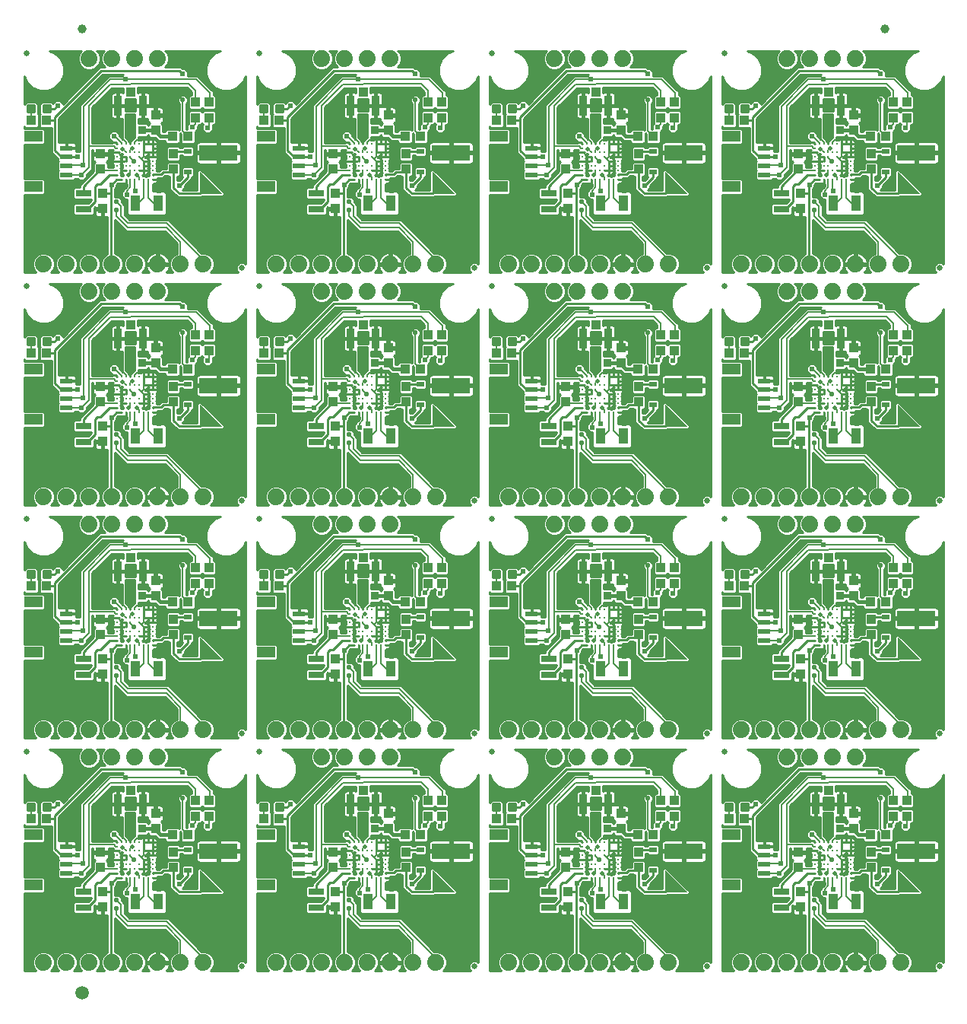
<source format=gtl>
G75*
%MOIN*%
%OFA0B0*%
%FSLAX25Y25*%
%IPPOS*%
%LPD*%
%AMOC8*
5,1,8,0,0,1.08239X$1,22.5*
%
%ADD10C,0.00984*%
%ADD11R,0.07874X0.04724*%
%ADD12R,0.05315X0.02362*%
%ADD13R,0.03937X0.04331*%
%ADD14R,0.03346X0.08661*%
%ADD15R,0.03937X0.04134*%
%ADD16R,0.03937X0.07087*%
%ADD17C,0.07400*%
%ADD18R,0.03268X0.02480*%
%ADD19C,0.02500*%
%ADD20C,0.01181*%
%ADD21R,0.04331X0.03937*%
%ADD22R,0.03346X0.03543*%
%ADD23R,0.16535X0.06693*%
%ADD24C,0.00197*%
%ADD25R,0.03937X0.03937*%
%ADD26R,0.07087X0.03150*%
%ADD27C,0.03937*%
%ADD28C,0.05906*%
%ADD29C,0.01000*%
%ADD30C,0.02400*%
%ADD31C,0.00800*%
%ADD32C,0.02200*%
%ADD33C,0.02000*%
%ADD34C,0.00600*%
%ADD35C,0.01800*%
D10*
X0070892Y0070892D03*
X0070892Y0072860D03*
X0070892Y0074829D03*
X0070892Y0076797D03*
X0070892Y0078766D03*
X0070892Y0080734D03*
X0070892Y0082703D03*
X0070892Y0084671D03*
X0070892Y0086640D03*
X0072860Y0086640D03*
X0074829Y0086640D03*
X0076797Y0086640D03*
X0078766Y0086640D03*
X0080734Y0086640D03*
X0082703Y0086640D03*
X0084671Y0086640D03*
X0086640Y0086640D03*
X0086640Y0084671D03*
X0086640Y0082703D03*
X0086640Y0080734D03*
X0086640Y0078766D03*
X0086640Y0076797D03*
X0086640Y0074829D03*
X0086640Y0072860D03*
X0086640Y0070892D03*
X0084671Y0070892D03*
X0082703Y0070892D03*
X0080734Y0070892D03*
X0078766Y0070892D03*
X0076797Y0070892D03*
X0074829Y0070892D03*
X0072860Y0070892D03*
X0074829Y0074829D03*
X0074829Y0076797D03*
X0076797Y0076797D03*
X0076797Y0074829D03*
X0078766Y0074829D03*
X0080734Y0074829D03*
X0080734Y0076797D03*
X0082703Y0076797D03*
X0082703Y0074829D03*
X0082703Y0078766D03*
X0080734Y0080734D03*
X0080734Y0082703D03*
X0078766Y0082703D03*
X0076797Y0082703D03*
X0074829Y0082703D03*
X0074829Y0080734D03*
X0076797Y0080734D03*
X0074829Y0078766D03*
X0082703Y0082703D03*
X0172892Y0082703D03*
X0172892Y0084671D03*
X0172892Y0086640D03*
X0174860Y0086640D03*
X0176829Y0086640D03*
X0178797Y0086640D03*
X0180766Y0086640D03*
X0182734Y0086640D03*
X0184703Y0086640D03*
X0186671Y0086640D03*
X0188640Y0086640D03*
X0188640Y0084671D03*
X0188640Y0082703D03*
X0188640Y0080734D03*
X0188640Y0078766D03*
X0188640Y0076797D03*
X0188640Y0074829D03*
X0188640Y0072860D03*
X0188640Y0070892D03*
X0186671Y0070892D03*
X0184703Y0070892D03*
X0182734Y0070892D03*
X0180766Y0070892D03*
X0178797Y0070892D03*
X0176829Y0070892D03*
X0174860Y0070892D03*
X0172892Y0070892D03*
X0172892Y0072860D03*
X0172892Y0074829D03*
X0172892Y0076797D03*
X0172892Y0078766D03*
X0172892Y0080734D03*
X0176829Y0080734D03*
X0178797Y0080734D03*
X0178797Y0082703D03*
X0176829Y0082703D03*
X0180766Y0082703D03*
X0182734Y0082703D03*
X0182734Y0080734D03*
X0184703Y0078766D03*
X0184703Y0076797D03*
X0184703Y0074829D03*
X0182734Y0074829D03*
X0182734Y0076797D03*
X0180766Y0074829D03*
X0178797Y0074829D03*
X0178797Y0076797D03*
X0176829Y0076797D03*
X0176829Y0074829D03*
X0176829Y0078766D03*
X0184703Y0082703D03*
X0274892Y0082703D03*
X0274892Y0084671D03*
X0274892Y0086640D03*
X0276860Y0086640D03*
X0278829Y0086640D03*
X0280797Y0086640D03*
X0282766Y0086640D03*
X0284734Y0086640D03*
X0286703Y0086640D03*
X0288671Y0086640D03*
X0290640Y0086640D03*
X0290640Y0084671D03*
X0290640Y0082703D03*
X0290640Y0080734D03*
X0290640Y0078766D03*
X0290640Y0076797D03*
X0290640Y0074829D03*
X0290640Y0072860D03*
X0290640Y0070892D03*
X0288671Y0070892D03*
X0286703Y0070892D03*
X0284734Y0070892D03*
X0282766Y0070892D03*
X0280797Y0070892D03*
X0278829Y0070892D03*
X0276860Y0070892D03*
X0274892Y0070892D03*
X0274892Y0072860D03*
X0274892Y0074829D03*
X0274892Y0076797D03*
X0274892Y0078766D03*
X0274892Y0080734D03*
X0278829Y0080734D03*
X0280797Y0080734D03*
X0280797Y0082703D03*
X0278829Y0082703D03*
X0282766Y0082703D03*
X0284734Y0082703D03*
X0284734Y0080734D03*
X0286703Y0078766D03*
X0286703Y0076797D03*
X0286703Y0074829D03*
X0284734Y0074829D03*
X0284734Y0076797D03*
X0282766Y0074829D03*
X0280797Y0074829D03*
X0280797Y0076797D03*
X0278829Y0076797D03*
X0278829Y0074829D03*
X0278829Y0078766D03*
X0286703Y0082703D03*
X0376892Y0082703D03*
X0376892Y0084671D03*
X0376892Y0086640D03*
X0378860Y0086640D03*
X0380829Y0086640D03*
X0382797Y0086640D03*
X0384766Y0086640D03*
X0386734Y0086640D03*
X0388703Y0086640D03*
X0390671Y0086640D03*
X0392640Y0086640D03*
X0392640Y0084671D03*
X0392640Y0082703D03*
X0392640Y0080734D03*
X0392640Y0078766D03*
X0392640Y0076797D03*
X0392640Y0074829D03*
X0392640Y0072860D03*
X0392640Y0070892D03*
X0390671Y0070892D03*
X0388703Y0070892D03*
X0386734Y0070892D03*
X0384766Y0070892D03*
X0382797Y0070892D03*
X0380829Y0070892D03*
X0378860Y0070892D03*
X0376892Y0070892D03*
X0376892Y0072860D03*
X0376892Y0074829D03*
X0376892Y0076797D03*
X0376892Y0078766D03*
X0376892Y0080734D03*
X0380829Y0080734D03*
X0382797Y0080734D03*
X0382797Y0082703D03*
X0380829Y0082703D03*
X0384766Y0082703D03*
X0386734Y0082703D03*
X0386734Y0080734D03*
X0388703Y0078766D03*
X0388703Y0076797D03*
X0388703Y0074829D03*
X0386734Y0074829D03*
X0386734Y0076797D03*
X0384766Y0074829D03*
X0382797Y0074829D03*
X0382797Y0076797D03*
X0380829Y0076797D03*
X0380829Y0074829D03*
X0380829Y0078766D03*
X0388703Y0082703D03*
X0388703Y0172892D03*
X0390671Y0172892D03*
X0392640Y0172892D03*
X0392640Y0174860D03*
X0392640Y0176829D03*
X0392640Y0178797D03*
X0392640Y0180766D03*
X0392640Y0182734D03*
X0392640Y0184703D03*
X0392640Y0186671D03*
X0392640Y0188640D03*
X0390671Y0188640D03*
X0388703Y0188640D03*
X0386734Y0188640D03*
X0384766Y0188640D03*
X0382797Y0188640D03*
X0380829Y0188640D03*
X0378860Y0188640D03*
X0376892Y0188640D03*
X0376892Y0186671D03*
X0376892Y0184703D03*
X0376892Y0182734D03*
X0376892Y0180766D03*
X0376892Y0178797D03*
X0376892Y0176829D03*
X0376892Y0174860D03*
X0376892Y0172892D03*
X0378860Y0172892D03*
X0380829Y0172892D03*
X0382797Y0172892D03*
X0384766Y0172892D03*
X0386734Y0172892D03*
X0386734Y0176829D03*
X0386734Y0178797D03*
X0388703Y0178797D03*
X0388703Y0176829D03*
X0388703Y0180766D03*
X0386734Y0182734D03*
X0386734Y0184703D03*
X0384766Y0184703D03*
X0382797Y0184703D03*
X0380829Y0184703D03*
X0380829Y0182734D03*
X0382797Y0182734D03*
X0380829Y0180766D03*
X0380829Y0178797D03*
X0382797Y0178797D03*
X0382797Y0176829D03*
X0380829Y0176829D03*
X0384766Y0176829D03*
X0388703Y0184703D03*
X0388703Y0274892D03*
X0390671Y0274892D03*
X0392640Y0274892D03*
X0392640Y0276860D03*
X0392640Y0278829D03*
X0392640Y0280797D03*
X0392640Y0282766D03*
X0392640Y0284734D03*
X0392640Y0286703D03*
X0392640Y0288671D03*
X0392640Y0290640D03*
X0390671Y0290640D03*
X0388703Y0290640D03*
X0386734Y0290640D03*
X0384766Y0290640D03*
X0382797Y0290640D03*
X0380829Y0290640D03*
X0378860Y0290640D03*
X0376892Y0290640D03*
X0376892Y0288671D03*
X0376892Y0286703D03*
X0376892Y0284734D03*
X0376892Y0282766D03*
X0376892Y0280797D03*
X0376892Y0278829D03*
X0376892Y0276860D03*
X0376892Y0274892D03*
X0378860Y0274892D03*
X0380829Y0274892D03*
X0382797Y0274892D03*
X0384766Y0274892D03*
X0386734Y0274892D03*
X0386734Y0278829D03*
X0386734Y0280797D03*
X0388703Y0280797D03*
X0388703Y0278829D03*
X0388703Y0282766D03*
X0386734Y0284734D03*
X0386734Y0286703D03*
X0384766Y0286703D03*
X0382797Y0286703D03*
X0380829Y0286703D03*
X0380829Y0284734D03*
X0382797Y0284734D03*
X0380829Y0282766D03*
X0380829Y0280797D03*
X0382797Y0280797D03*
X0382797Y0278829D03*
X0380829Y0278829D03*
X0384766Y0278829D03*
X0388703Y0286703D03*
X0388703Y0376892D03*
X0390671Y0376892D03*
X0392640Y0376892D03*
X0392640Y0378860D03*
X0392640Y0380829D03*
X0392640Y0382797D03*
X0392640Y0384766D03*
X0392640Y0386734D03*
X0392640Y0388703D03*
X0392640Y0390671D03*
X0392640Y0392640D03*
X0390671Y0392640D03*
X0388703Y0392640D03*
X0386734Y0392640D03*
X0384766Y0392640D03*
X0382797Y0392640D03*
X0380829Y0392640D03*
X0378860Y0392640D03*
X0376892Y0392640D03*
X0376892Y0390671D03*
X0376892Y0388703D03*
X0376892Y0386734D03*
X0376892Y0384766D03*
X0376892Y0382797D03*
X0376892Y0380829D03*
X0376892Y0378860D03*
X0376892Y0376892D03*
X0378860Y0376892D03*
X0380829Y0376892D03*
X0382797Y0376892D03*
X0384766Y0376892D03*
X0386734Y0376892D03*
X0386734Y0380829D03*
X0386734Y0382797D03*
X0388703Y0382797D03*
X0388703Y0380829D03*
X0388703Y0384766D03*
X0386734Y0386734D03*
X0386734Y0388703D03*
X0384766Y0388703D03*
X0382797Y0388703D03*
X0380829Y0388703D03*
X0380829Y0386734D03*
X0382797Y0386734D03*
X0380829Y0384766D03*
X0380829Y0382797D03*
X0382797Y0382797D03*
X0382797Y0380829D03*
X0380829Y0380829D03*
X0384766Y0380829D03*
X0388703Y0388703D03*
X0290640Y0388703D03*
X0290640Y0390671D03*
X0290640Y0392640D03*
X0288671Y0392640D03*
X0286703Y0392640D03*
X0284734Y0392640D03*
X0282766Y0392640D03*
X0280797Y0392640D03*
X0278829Y0392640D03*
X0276860Y0392640D03*
X0274892Y0392640D03*
X0274892Y0390671D03*
X0274892Y0388703D03*
X0274892Y0386734D03*
X0274892Y0384766D03*
X0274892Y0382797D03*
X0274892Y0380829D03*
X0274892Y0378860D03*
X0274892Y0376892D03*
X0276860Y0376892D03*
X0278829Y0376892D03*
X0280797Y0376892D03*
X0282766Y0376892D03*
X0284734Y0376892D03*
X0286703Y0376892D03*
X0288671Y0376892D03*
X0290640Y0376892D03*
X0290640Y0378860D03*
X0290640Y0380829D03*
X0290640Y0382797D03*
X0290640Y0384766D03*
X0290640Y0386734D03*
X0286703Y0384766D03*
X0286703Y0382797D03*
X0286703Y0380829D03*
X0284734Y0380829D03*
X0284734Y0382797D03*
X0282766Y0380829D03*
X0280797Y0380829D03*
X0280797Y0382797D03*
X0278829Y0382797D03*
X0278829Y0380829D03*
X0278829Y0384766D03*
X0278829Y0386734D03*
X0280797Y0386734D03*
X0280797Y0388703D03*
X0278829Y0388703D03*
X0282766Y0388703D03*
X0284734Y0388703D03*
X0284734Y0386734D03*
X0286703Y0388703D03*
X0188640Y0388703D03*
X0188640Y0390671D03*
X0188640Y0392640D03*
X0186671Y0392640D03*
X0184703Y0392640D03*
X0182734Y0392640D03*
X0180766Y0392640D03*
X0178797Y0392640D03*
X0176829Y0392640D03*
X0174860Y0392640D03*
X0172892Y0392640D03*
X0172892Y0390671D03*
X0172892Y0388703D03*
X0172892Y0386734D03*
X0172892Y0384766D03*
X0172892Y0382797D03*
X0172892Y0380829D03*
X0172892Y0378860D03*
X0172892Y0376892D03*
X0174860Y0376892D03*
X0176829Y0376892D03*
X0178797Y0376892D03*
X0180766Y0376892D03*
X0182734Y0376892D03*
X0184703Y0376892D03*
X0186671Y0376892D03*
X0188640Y0376892D03*
X0188640Y0378860D03*
X0188640Y0380829D03*
X0188640Y0382797D03*
X0188640Y0384766D03*
X0188640Y0386734D03*
X0184703Y0384766D03*
X0184703Y0382797D03*
X0184703Y0380829D03*
X0182734Y0380829D03*
X0182734Y0382797D03*
X0180766Y0380829D03*
X0178797Y0380829D03*
X0178797Y0382797D03*
X0176829Y0382797D03*
X0176829Y0380829D03*
X0176829Y0384766D03*
X0176829Y0386734D03*
X0178797Y0386734D03*
X0178797Y0388703D03*
X0176829Y0388703D03*
X0180766Y0388703D03*
X0182734Y0388703D03*
X0182734Y0386734D03*
X0184703Y0388703D03*
X0086640Y0388703D03*
X0086640Y0390671D03*
X0086640Y0392640D03*
X0084671Y0392640D03*
X0082703Y0392640D03*
X0080734Y0392640D03*
X0078766Y0392640D03*
X0076797Y0392640D03*
X0074829Y0392640D03*
X0072860Y0392640D03*
X0070892Y0392640D03*
X0070892Y0390671D03*
X0070892Y0388703D03*
X0070892Y0386734D03*
X0070892Y0384766D03*
X0070892Y0382797D03*
X0070892Y0380829D03*
X0070892Y0378860D03*
X0070892Y0376892D03*
X0072860Y0376892D03*
X0074829Y0376892D03*
X0076797Y0376892D03*
X0078766Y0376892D03*
X0080734Y0376892D03*
X0082703Y0376892D03*
X0084671Y0376892D03*
X0086640Y0376892D03*
X0086640Y0378860D03*
X0086640Y0380829D03*
X0086640Y0382797D03*
X0086640Y0384766D03*
X0086640Y0386734D03*
X0082703Y0384766D03*
X0082703Y0382797D03*
X0082703Y0380829D03*
X0080734Y0380829D03*
X0080734Y0382797D03*
X0078766Y0380829D03*
X0076797Y0380829D03*
X0076797Y0382797D03*
X0074829Y0382797D03*
X0074829Y0380829D03*
X0074829Y0384766D03*
X0074829Y0386734D03*
X0076797Y0386734D03*
X0076797Y0388703D03*
X0074829Y0388703D03*
X0078766Y0388703D03*
X0080734Y0388703D03*
X0082703Y0388703D03*
X0080734Y0386734D03*
X0080734Y0290640D03*
X0078766Y0290640D03*
X0076797Y0290640D03*
X0074829Y0290640D03*
X0072860Y0290640D03*
X0070892Y0290640D03*
X0070892Y0288671D03*
X0070892Y0286703D03*
X0070892Y0284734D03*
X0070892Y0282766D03*
X0070892Y0280797D03*
X0070892Y0278829D03*
X0070892Y0276860D03*
X0070892Y0274892D03*
X0072860Y0274892D03*
X0074829Y0274892D03*
X0076797Y0274892D03*
X0078766Y0274892D03*
X0080734Y0274892D03*
X0082703Y0274892D03*
X0084671Y0274892D03*
X0086640Y0274892D03*
X0086640Y0276860D03*
X0086640Y0278829D03*
X0086640Y0280797D03*
X0086640Y0282766D03*
X0086640Y0284734D03*
X0086640Y0286703D03*
X0086640Y0288671D03*
X0086640Y0290640D03*
X0084671Y0290640D03*
X0082703Y0290640D03*
X0082703Y0286703D03*
X0080734Y0286703D03*
X0078766Y0286703D03*
X0076797Y0286703D03*
X0074829Y0286703D03*
X0074829Y0284734D03*
X0076797Y0284734D03*
X0074829Y0282766D03*
X0074829Y0280797D03*
X0076797Y0280797D03*
X0076797Y0278829D03*
X0074829Y0278829D03*
X0078766Y0278829D03*
X0080734Y0278829D03*
X0080734Y0280797D03*
X0082703Y0280797D03*
X0082703Y0278829D03*
X0082703Y0282766D03*
X0080734Y0284734D03*
X0172892Y0284734D03*
X0172892Y0282766D03*
X0172892Y0280797D03*
X0172892Y0278829D03*
X0172892Y0276860D03*
X0172892Y0274892D03*
X0174860Y0274892D03*
X0176829Y0274892D03*
X0178797Y0274892D03*
X0180766Y0274892D03*
X0182734Y0274892D03*
X0184703Y0274892D03*
X0186671Y0274892D03*
X0188640Y0274892D03*
X0188640Y0276860D03*
X0188640Y0278829D03*
X0188640Y0280797D03*
X0188640Y0282766D03*
X0188640Y0284734D03*
X0188640Y0286703D03*
X0188640Y0288671D03*
X0188640Y0290640D03*
X0186671Y0290640D03*
X0184703Y0290640D03*
X0182734Y0290640D03*
X0180766Y0290640D03*
X0178797Y0290640D03*
X0176829Y0290640D03*
X0174860Y0290640D03*
X0172892Y0290640D03*
X0172892Y0288671D03*
X0172892Y0286703D03*
X0176829Y0286703D03*
X0178797Y0286703D03*
X0178797Y0284734D03*
X0176829Y0284734D03*
X0176829Y0282766D03*
X0176829Y0280797D03*
X0178797Y0280797D03*
X0178797Y0278829D03*
X0176829Y0278829D03*
X0180766Y0278829D03*
X0182734Y0278829D03*
X0182734Y0280797D03*
X0184703Y0280797D03*
X0184703Y0278829D03*
X0184703Y0282766D03*
X0182734Y0284734D03*
X0182734Y0286703D03*
X0180766Y0286703D03*
X0184703Y0286703D03*
X0274892Y0286703D03*
X0274892Y0288671D03*
X0274892Y0290640D03*
X0276860Y0290640D03*
X0278829Y0290640D03*
X0280797Y0290640D03*
X0282766Y0290640D03*
X0284734Y0290640D03*
X0286703Y0290640D03*
X0288671Y0290640D03*
X0290640Y0290640D03*
X0290640Y0288671D03*
X0290640Y0286703D03*
X0290640Y0284734D03*
X0290640Y0282766D03*
X0290640Y0280797D03*
X0290640Y0278829D03*
X0290640Y0276860D03*
X0290640Y0274892D03*
X0288671Y0274892D03*
X0286703Y0274892D03*
X0284734Y0274892D03*
X0282766Y0274892D03*
X0280797Y0274892D03*
X0278829Y0274892D03*
X0276860Y0274892D03*
X0274892Y0274892D03*
X0274892Y0276860D03*
X0274892Y0278829D03*
X0274892Y0280797D03*
X0274892Y0282766D03*
X0274892Y0284734D03*
X0278829Y0284734D03*
X0280797Y0284734D03*
X0280797Y0286703D03*
X0278829Y0286703D03*
X0282766Y0286703D03*
X0284734Y0286703D03*
X0284734Y0284734D03*
X0286703Y0282766D03*
X0286703Y0280797D03*
X0286703Y0278829D03*
X0284734Y0278829D03*
X0284734Y0280797D03*
X0282766Y0278829D03*
X0280797Y0278829D03*
X0280797Y0280797D03*
X0278829Y0280797D03*
X0278829Y0278829D03*
X0278829Y0282766D03*
X0286703Y0286703D03*
X0286703Y0188640D03*
X0288671Y0188640D03*
X0290640Y0188640D03*
X0290640Y0186671D03*
X0290640Y0184703D03*
X0290640Y0182734D03*
X0290640Y0180766D03*
X0290640Y0178797D03*
X0290640Y0176829D03*
X0290640Y0174860D03*
X0290640Y0172892D03*
X0288671Y0172892D03*
X0286703Y0172892D03*
X0284734Y0172892D03*
X0282766Y0172892D03*
X0280797Y0172892D03*
X0278829Y0172892D03*
X0276860Y0172892D03*
X0274892Y0172892D03*
X0274892Y0174860D03*
X0274892Y0176829D03*
X0274892Y0178797D03*
X0274892Y0180766D03*
X0274892Y0182734D03*
X0274892Y0184703D03*
X0274892Y0186671D03*
X0274892Y0188640D03*
X0276860Y0188640D03*
X0278829Y0188640D03*
X0280797Y0188640D03*
X0282766Y0188640D03*
X0284734Y0188640D03*
X0284734Y0184703D03*
X0282766Y0184703D03*
X0280797Y0184703D03*
X0278829Y0184703D03*
X0278829Y0182734D03*
X0280797Y0182734D03*
X0278829Y0180766D03*
X0278829Y0178797D03*
X0280797Y0178797D03*
X0280797Y0176829D03*
X0278829Y0176829D03*
X0282766Y0176829D03*
X0284734Y0176829D03*
X0284734Y0178797D03*
X0286703Y0178797D03*
X0286703Y0176829D03*
X0286703Y0180766D03*
X0284734Y0182734D03*
X0286703Y0184703D03*
X0188640Y0184703D03*
X0188640Y0186671D03*
X0188640Y0188640D03*
X0186671Y0188640D03*
X0184703Y0188640D03*
X0182734Y0188640D03*
X0180766Y0188640D03*
X0178797Y0188640D03*
X0176829Y0188640D03*
X0174860Y0188640D03*
X0172892Y0188640D03*
X0172892Y0186671D03*
X0172892Y0184703D03*
X0172892Y0182734D03*
X0172892Y0180766D03*
X0172892Y0178797D03*
X0172892Y0176829D03*
X0172892Y0174860D03*
X0172892Y0172892D03*
X0174860Y0172892D03*
X0176829Y0172892D03*
X0178797Y0172892D03*
X0180766Y0172892D03*
X0182734Y0172892D03*
X0184703Y0172892D03*
X0186671Y0172892D03*
X0188640Y0172892D03*
X0188640Y0174860D03*
X0188640Y0176829D03*
X0188640Y0178797D03*
X0188640Y0180766D03*
X0188640Y0182734D03*
X0184703Y0180766D03*
X0184703Y0178797D03*
X0184703Y0176829D03*
X0182734Y0176829D03*
X0182734Y0178797D03*
X0180766Y0176829D03*
X0178797Y0176829D03*
X0178797Y0178797D03*
X0176829Y0178797D03*
X0176829Y0176829D03*
X0176829Y0180766D03*
X0176829Y0182734D03*
X0178797Y0182734D03*
X0178797Y0184703D03*
X0176829Y0184703D03*
X0180766Y0184703D03*
X0182734Y0184703D03*
X0182734Y0182734D03*
X0184703Y0184703D03*
X0086640Y0184703D03*
X0086640Y0186671D03*
X0086640Y0188640D03*
X0084671Y0188640D03*
X0082703Y0188640D03*
X0080734Y0188640D03*
X0078766Y0188640D03*
X0076797Y0188640D03*
X0074829Y0188640D03*
X0072860Y0188640D03*
X0070892Y0188640D03*
X0070892Y0186671D03*
X0070892Y0184703D03*
X0070892Y0182734D03*
X0070892Y0180766D03*
X0070892Y0178797D03*
X0070892Y0176829D03*
X0070892Y0174860D03*
X0070892Y0172892D03*
X0072860Y0172892D03*
X0074829Y0172892D03*
X0076797Y0172892D03*
X0078766Y0172892D03*
X0080734Y0172892D03*
X0082703Y0172892D03*
X0084671Y0172892D03*
X0086640Y0172892D03*
X0086640Y0174860D03*
X0086640Y0176829D03*
X0086640Y0178797D03*
X0086640Y0180766D03*
X0086640Y0182734D03*
X0082703Y0180766D03*
X0082703Y0178797D03*
X0082703Y0176829D03*
X0080734Y0176829D03*
X0080734Y0178797D03*
X0078766Y0176829D03*
X0076797Y0176829D03*
X0076797Y0178797D03*
X0074829Y0178797D03*
X0074829Y0176829D03*
X0074829Y0180766D03*
X0074829Y0182734D03*
X0076797Y0182734D03*
X0076797Y0184703D03*
X0074829Y0184703D03*
X0078766Y0184703D03*
X0080734Y0184703D03*
X0080734Y0182734D03*
X0082703Y0184703D03*
D11*
X0034281Y0191774D03*
X0034281Y0169726D03*
X0034281Y0089774D03*
X0034281Y0067726D03*
X0136281Y0067726D03*
X0136281Y0089774D03*
X0136281Y0169726D03*
X0136281Y0191774D03*
X0136281Y0271726D03*
X0136281Y0293774D03*
X0136281Y0373726D03*
X0136281Y0395774D03*
X0034281Y0395774D03*
X0034281Y0373726D03*
X0034281Y0293774D03*
X0034281Y0271726D03*
X0238281Y0271726D03*
X0238281Y0293774D03*
X0238281Y0373726D03*
X0238281Y0395774D03*
X0340281Y0395774D03*
X0340281Y0373726D03*
X0340281Y0293774D03*
X0340281Y0271726D03*
X0340281Y0191774D03*
X0340281Y0169726D03*
X0340281Y0089774D03*
X0340281Y0067726D03*
X0238281Y0067726D03*
X0238281Y0089774D03*
X0238281Y0169726D03*
X0238281Y0191774D03*
D12*
X0252750Y0186656D03*
X0252750Y0182719D03*
X0252750Y0178781D03*
X0252750Y0174844D03*
X0252750Y0084656D03*
X0252750Y0080719D03*
X0252750Y0076781D03*
X0252750Y0072844D03*
X0150750Y0072844D03*
X0150750Y0076781D03*
X0150750Y0080719D03*
X0150750Y0084656D03*
X0150750Y0174844D03*
X0150750Y0178781D03*
X0150750Y0182719D03*
X0150750Y0186656D03*
X0150750Y0276844D03*
X0150750Y0280781D03*
X0150750Y0284719D03*
X0150750Y0288656D03*
X0150750Y0378844D03*
X0150750Y0382781D03*
X0150750Y0386719D03*
X0150750Y0390656D03*
X0252750Y0390656D03*
X0252750Y0386719D03*
X0252750Y0382781D03*
X0252750Y0378844D03*
X0252750Y0288656D03*
X0252750Y0284719D03*
X0252750Y0280781D03*
X0252750Y0276844D03*
X0354750Y0276844D03*
X0354750Y0280781D03*
X0354750Y0284719D03*
X0354750Y0288656D03*
X0354750Y0378844D03*
X0354750Y0382781D03*
X0354750Y0386719D03*
X0354750Y0390656D03*
X0354750Y0186656D03*
X0354750Y0182719D03*
X0354750Y0178781D03*
X0354750Y0174844D03*
X0354750Y0084656D03*
X0354750Y0080719D03*
X0354750Y0076781D03*
X0354750Y0072844D03*
X0048750Y0072844D03*
X0048750Y0076781D03*
X0048750Y0080719D03*
X0048750Y0084656D03*
X0048750Y0174844D03*
X0048750Y0178781D03*
X0048750Y0182719D03*
X0048750Y0186656D03*
X0048750Y0276844D03*
X0048750Y0280781D03*
X0048750Y0284719D03*
X0048750Y0288656D03*
X0048750Y0378844D03*
X0048750Y0382781D03*
X0048750Y0386719D03*
X0048750Y0390656D03*
D13*
X0063750Y0388096D03*
X0063750Y0381404D03*
X0064650Y0370796D03*
X0064650Y0364104D03*
X0095650Y0381404D03*
X0095650Y0388096D03*
X0087850Y0398404D03*
X0087850Y0405096D03*
X0105250Y0404004D03*
X0111350Y0404004D03*
X0111350Y0410696D03*
X0105250Y0410696D03*
X0165750Y0388096D03*
X0165750Y0381404D03*
X0166650Y0370796D03*
X0166650Y0364104D03*
X0197650Y0381404D03*
X0197650Y0388096D03*
X0189850Y0398404D03*
X0189850Y0405096D03*
X0207250Y0404004D03*
X0213350Y0404004D03*
X0213350Y0410696D03*
X0207250Y0410696D03*
X0267750Y0388096D03*
X0267750Y0381404D03*
X0268650Y0370796D03*
X0268650Y0364104D03*
X0299650Y0381404D03*
X0299650Y0388096D03*
X0291850Y0398404D03*
X0291850Y0405096D03*
X0309250Y0404004D03*
X0315350Y0404004D03*
X0315350Y0410696D03*
X0309250Y0410696D03*
X0369750Y0388096D03*
X0369750Y0381404D03*
X0370650Y0370796D03*
X0370650Y0364104D03*
X0401650Y0381404D03*
X0401650Y0388096D03*
X0393850Y0398404D03*
X0393850Y0405096D03*
X0411250Y0404004D03*
X0417350Y0404004D03*
X0417350Y0410696D03*
X0411250Y0410696D03*
X0411250Y0308696D03*
X0417350Y0308696D03*
X0417350Y0302004D03*
X0411250Y0302004D03*
X0393850Y0303096D03*
X0393850Y0296404D03*
X0401650Y0286096D03*
X0401650Y0279404D03*
X0369750Y0279404D03*
X0369750Y0286096D03*
X0370650Y0268796D03*
X0370650Y0262104D03*
X0315350Y0302004D03*
X0309250Y0302004D03*
X0309250Y0308696D03*
X0315350Y0308696D03*
X0291850Y0303096D03*
X0291850Y0296404D03*
X0299650Y0286096D03*
X0299650Y0279404D03*
X0267750Y0279404D03*
X0267750Y0286096D03*
X0268650Y0268796D03*
X0268650Y0262104D03*
X0213350Y0302004D03*
X0207250Y0302004D03*
X0207250Y0308696D03*
X0213350Y0308696D03*
X0189850Y0303096D03*
X0189850Y0296404D03*
X0197650Y0286096D03*
X0197650Y0279404D03*
X0165750Y0279404D03*
X0165750Y0286096D03*
X0166650Y0268796D03*
X0166650Y0262104D03*
X0111350Y0302004D03*
X0105250Y0302004D03*
X0105250Y0308696D03*
X0111350Y0308696D03*
X0087850Y0303096D03*
X0087850Y0296404D03*
X0095650Y0286096D03*
X0095650Y0279404D03*
X0064650Y0268796D03*
X0064650Y0262104D03*
X0063750Y0279404D03*
X0063750Y0286096D03*
X0105250Y0206696D03*
X0111350Y0206696D03*
X0111350Y0200004D03*
X0105250Y0200004D03*
X0087850Y0201096D03*
X0087850Y0194404D03*
X0095650Y0184096D03*
X0095650Y0177404D03*
X0064650Y0166796D03*
X0064650Y0160104D03*
X0063750Y0177404D03*
X0063750Y0184096D03*
X0105250Y0104696D03*
X0111350Y0104696D03*
X0111350Y0098004D03*
X0105250Y0098004D03*
X0087850Y0099096D03*
X0087850Y0092404D03*
X0095650Y0082096D03*
X0095650Y0075404D03*
X0064650Y0064796D03*
X0064650Y0058104D03*
X0063750Y0075404D03*
X0063750Y0082096D03*
X0165750Y0082096D03*
X0165750Y0075404D03*
X0166650Y0064796D03*
X0166650Y0058104D03*
X0197650Y0075404D03*
X0197650Y0082096D03*
X0189850Y0092404D03*
X0189850Y0099096D03*
X0207250Y0098004D03*
X0213350Y0098004D03*
X0213350Y0104696D03*
X0207250Y0104696D03*
X0267750Y0082096D03*
X0267750Y0075404D03*
X0268650Y0064796D03*
X0268650Y0058104D03*
X0299650Y0075404D03*
X0299650Y0082096D03*
X0291850Y0092404D03*
X0291850Y0099096D03*
X0309250Y0098004D03*
X0315350Y0098004D03*
X0315350Y0104696D03*
X0309250Y0104696D03*
X0369750Y0082096D03*
X0369750Y0075404D03*
X0370650Y0064796D03*
X0370650Y0058104D03*
X0401650Y0075404D03*
X0401650Y0082096D03*
X0393850Y0092404D03*
X0393850Y0099096D03*
X0411250Y0098004D03*
X0417350Y0098004D03*
X0417350Y0104696D03*
X0411250Y0104696D03*
X0370650Y0160104D03*
X0370650Y0166796D03*
X0369750Y0177404D03*
X0369750Y0184096D03*
X0393850Y0194404D03*
X0393850Y0201096D03*
X0411250Y0200004D03*
X0417350Y0200004D03*
X0417350Y0206696D03*
X0411250Y0206696D03*
X0401650Y0184096D03*
X0401650Y0177404D03*
X0315350Y0200004D03*
X0309250Y0200004D03*
X0309250Y0206696D03*
X0315350Y0206696D03*
X0291850Y0201096D03*
X0291850Y0194404D03*
X0299650Y0184096D03*
X0299650Y0177404D03*
X0267750Y0177404D03*
X0267750Y0184096D03*
X0268650Y0166796D03*
X0268650Y0160104D03*
X0213350Y0200004D03*
X0207250Y0200004D03*
X0207250Y0206696D03*
X0213350Y0206696D03*
X0189850Y0201096D03*
X0189850Y0194404D03*
X0197650Y0184096D03*
X0197650Y0177404D03*
X0165750Y0177404D03*
X0165750Y0184096D03*
X0166650Y0166796D03*
X0166650Y0160104D03*
D14*
X0173437Y0205250D03*
X0184263Y0205250D03*
X0275437Y0205250D03*
X0286263Y0205250D03*
X0377437Y0205250D03*
X0388263Y0205250D03*
X0388263Y0103250D03*
X0377437Y0103250D03*
X0286263Y0103250D03*
X0275437Y0103250D03*
X0184263Y0103250D03*
X0173437Y0103250D03*
X0082263Y0103250D03*
X0071437Y0103250D03*
X0071437Y0205250D03*
X0082263Y0205250D03*
X0082263Y0307250D03*
X0071437Y0307250D03*
X0173437Y0307250D03*
X0184263Y0307250D03*
X0275437Y0307250D03*
X0286263Y0307250D03*
X0377437Y0307250D03*
X0388263Y0307250D03*
X0388263Y0409250D03*
X0377437Y0409250D03*
X0286263Y0409250D03*
X0275437Y0409250D03*
X0184263Y0409250D03*
X0173437Y0409250D03*
X0082263Y0409250D03*
X0071437Y0409250D03*
D15*
X0076850Y0403246D03*
X0076850Y0415254D03*
X0178850Y0415254D03*
X0178850Y0403246D03*
X0178850Y0313254D03*
X0178850Y0301246D03*
X0178850Y0211254D03*
X0178850Y0199246D03*
X0178850Y0109254D03*
X0178850Y0097246D03*
X0076850Y0097246D03*
X0076850Y0109254D03*
X0076850Y0199246D03*
X0076850Y0211254D03*
X0076850Y0301246D03*
X0076850Y0313254D03*
X0280850Y0313254D03*
X0280850Y0301246D03*
X0280850Y0211254D03*
X0280850Y0199246D03*
X0280850Y0109254D03*
X0280850Y0097246D03*
X0382850Y0097246D03*
X0382850Y0109254D03*
X0382850Y0199246D03*
X0382850Y0211254D03*
X0382850Y0301246D03*
X0382850Y0313254D03*
X0382850Y0403246D03*
X0382850Y0415254D03*
X0280850Y0415254D03*
X0280850Y0403246D03*
D16*
X0283029Y0366450D03*
X0292871Y0366450D03*
X0385029Y0366450D03*
X0394871Y0366450D03*
X0394871Y0264450D03*
X0385029Y0264450D03*
X0292871Y0264450D03*
X0283029Y0264450D03*
X0190871Y0264450D03*
X0181029Y0264450D03*
X0088871Y0264450D03*
X0079029Y0264450D03*
X0079029Y0162450D03*
X0088871Y0162450D03*
X0181029Y0162450D03*
X0190871Y0162450D03*
X0283029Y0162450D03*
X0292871Y0162450D03*
X0385029Y0162450D03*
X0394871Y0162450D03*
X0394871Y0060450D03*
X0385029Y0060450D03*
X0292871Y0060450D03*
X0283029Y0060450D03*
X0190871Y0060450D03*
X0181029Y0060450D03*
X0088871Y0060450D03*
X0079029Y0060450D03*
X0079029Y0366450D03*
X0088871Y0366450D03*
X0181029Y0366450D03*
X0190871Y0366450D03*
D17*
X0190750Y0339750D03*
X0180750Y0339750D03*
X0170750Y0339750D03*
X0160750Y0339750D03*
X0150750Y0339750D03*
X0140750Y0339750D03*
X0160750Y0327750D03*
X0170750Y0327750D03*
X0180750Y0327750D03*
X0190750Y0327750D03*
X0200750Y0339750D03*
X0210750Y0339750D03*
X0242750Y0339750D03*
X0252750Y0339750D03*
X0262750Y0339750D03*
X0272750Y0339750D03*
X0282750Y0339750D03*
X0292750Y0339750D03*
X0302750Y0339750D03*
X0312750Y0339750D03*
X0292750Y0327750D03*
X0282750Y0327750D03*
X0272750Y0327750D03*
X0262750Y0327750D03*
X0344750Y0339750D03*
X0354750Y0339750D03*
X0364750Y0339750D03*
X0374750Y0339750D03*
X0384750Y0339750D03*
X0394750Y0339750D03*
X0404750Y0339750D03*
X0414750Y0339750D03*
X0394750Y0327750D03*
X0384750Y0327750D03*
X0374750Y0327750D03*
X0364750Y0327750D03*
X0364750Y0237750D03*
X0354750Y0237750D03*
X0344750Y0237750D03*
X0364750Y0225750D03*
X0374750Y0225750D03*
X0384750Y0225750D03*
X0394750Y0225750D03*
X0394750Y0237750D03*
X0384750Y0237750D03*
X0374750Y0237750D03*
X0404750Y0237750D03*
X0414750Y0237750D03*
X0312750Y0237750D03*
X0302750Y0237750D03*
X0292750Y0237750D03*
X0282750Y0237750D03*
X0272750Y0237750D03*
X0262750Y0237750D03*
X0252750Y0237750D03*
X0242750Y0237750D03*
X0262750Y0225750D03*
X0272750Y0225750D03*
X0282750Y0225750D03*
X0292750Y0225750D03*
X0210750Y0237750D03*
X0200750Y0237750D03*
X0190750Y0237750D03*
X0180750Y0237750D03*
X0170750Y0237750D03*
X0160750Y0237750D03*
X0150750Y0237750D03*
X0140750Y0237750D03*
X0160750Y0225750D03*
X0170750Y0225750D03*
X0180750Y0225750D03*
X0190750Y0225750D03*
X0108750Y0237750D03*
X0098750Y0237750D03*
X0088750Y0237750D03*
X0078750Y0237750D03*
X0068750Y0237750D03*
X0058750Y0237750D03*
X0048750Y0237750D03*
X0038750Y0237750D03*
X0058750Y0225750D03*
X0068750Y0225750D03*
X0078750Y0225750D03*
X0088750Y0225750D03*
X0088750Y0135750D03*
X0078750Y0135750D03*
X0068750Y0135750D03*
X0058750Y0135750D03*
X0048750Y0135750D03*
X0038750Y0135750D03*
X0058750Y0123750D03*
X0068750Y0123750D03*
X0078750Y0123750D03*
X0088750Y0123750D03*
X0098750Y0135750D03*
X0108750Y0135750D03*
X0140750Y0135750D03*
X0150750Y0135750D03*
X0160750Y0135750D03*
X0170750Y0135750D03*
X0180750Y0135750D03*
X0190750Y0135750D03*
X0200750Y0135750D03*
X0210750Y0135750D03*
X0190750Y0123750D03*
X0180750Y0123750D03*
X0170750Y0123750D03*
X0160750Y0123750D03*
X0242750Y0135750D03*
X0252750Y0135750D03*
X0262750Y0135750D03*
X0272750Y0135750D03*
X0282750Y0135750D03*
X0292750Y0135750D03*
X0302750Y0135750D03*
X0312750Y0135750D03*
X0292750Y0123750D03*
X0282750Y0123750D03*
X0272750Y0123750D03*
X0262750Y0123750D03*
X0344750Y0135750D03*
X0354750Y0135750D03*
X0364750Y0135750D03*
X0374750Y0135750D03*
X0384750Y0135750D03*
X0394750Y0135750D03*
X0404750Y0135750D03*
X0414750Y0135750D03*
X0394750Y0123750D03*
X0384750Y0123750D03*
X0374750Y0123750D03*
X0364750Y0123750D03*
X0364750Y0033750D03*
X0354750Y0033750D03*
X0344750Y0033750D03*
X0374750Y0033750D03*
X0384750Y0033750D03*
X0394750Y0033750D03*
X0404750Y0033750D03*
X0414750Y0033750D03*
X0312750Y0033750D03*
X0302750Y0033750D03*
X0292750Y0033750D03*
X0282750Y0033750D03*
X0272750Y0033750D03*
X0262750Y0033750D03*
X0252750Y0033750D03*
X0242750Y0033750D03*
X0210750Y0033750D03*
X0200750Y0033750D03*
X0190750Y0033750D03*
X0180750Y0033750D03*
X0170750Y0033750D03*
X0160750Y0033750D03*
X0150750Y0033750D03*
X0140750Y0033750D03*
X0108750Y0033750D03*
X0098750Y0033750D03*
X0088750Y0033750D03*
X0078750Y0033750D03*
X0068750Y0033750D03*
X0058750Y0033750D03*
X0048750Y0033750D03*
X0038750Y0033750D03*
X0058750Y0327750D03*
X0068750Y0327750D03*
X0078750Y0327750D03*
X0088750Y0327750D03*
X0088750Y0339750D03*
X0078750Y0339750D03*
X0068750Y0339750D03*
X0058750Y0339750D03*
X0048750Y0339750D03*
X0038750Y0339750D03*
X0098750Y0339750D03*
X0108750Y0339750D03*
X0088750Y0429750D03*
X0078750Y0429750D03*
X0068750Y0429750D03*
X0058750Y0429750D03*
X0160750Y0429750D03*
X0170750Y0429750D03*
X0180750Y0429750D03*
X0190750Y0429750D03*
X0262750Y0429750D03*
X0272750Y0429750D03*
X0282750Y0429750D03*
X0292750Y0429750D03*
X0364750Y0429750D03*
X0374750Y0429750D03*
X0384750Y0429750D03*
X0394750Y0429750D03*
D18*
X0407950Y0389178D03*
X0407950Y0380122D03*
X0407950Y0287178D03*
X0407950Y0278122D03*
X0407950Y0185178D03*
X0407950Y0176122D03*
X0407950Y0083178D03*
X0407950Y0074122D03*
X0305950Y0074122D03*
X0305950Y0083178D03*
X0305950Y0176122D03*
X0305950Y0185178D03*
X0305950Y0278122D03*
X0305950Y0287178D03*
X0305950Y0380122D03*
X0305950Y0389178D03*
X0203950Y0389178D03*
X0203950Y0380122D03*
X0203950Y0287178D03*
X0203950Y0278122D03*
X0203950Y0185178D03*
X0203950Y0176122D03*
X0203950Y0083178D03*
X0203950Y0074122D03*
X0101950Y0074122D03*
X0101950Y0083178D03*
X0101950Y0176122D03*
X0101950Y0185178D03*
X0101950Y0278122D03*
X0101950Y0287178D03*
X0101950Y0380122D03*
X0101950Y0389178D03*
D19*
X0133350Y0432250D03*
X0125550Y0338150D03*
X0133350Y0330250D03*
X0227550Y0338150D03*
X0235350Y0330250D03*
X0329550Y0338150D03*
X0337350Y0330250D03*
X0431550Y0338150D03*
X0337350Y0432250D03*
X0235350Y0432250D03*
X0031350Y0432250D03*
X0031350Y0330250D03*
X0125550Y0236150D03*
X0133350Y0228250D03*
X0227550Y0236150D03*
X0235350Y0228250D03*
X0329550Y0236150D03*
X0337350Y0228250D03*
X0431550Y0236150D03*
X0431550Y0134150D03*
X0337350Y0126250D03*
X0329550Y0134150D03*
X0235350Y0126250D03*
X0227550Y0134150D03*
X0133350Y0126250D03*
X0125550Y0134150D03*
X0031350Y0126250D03*
X0125550Y0032150D03*
X0227550Y0032150D03*
X0329550Y0032150D03*
X0431550Y0032150D03*
X0031350Y0228250D03*
D20*
X0031919Y0205128D02*
X0031919Y0202372D01*
X0031919Y0205128D02*
X0034675Y0205128D01*
X0034675Y0202372D01*
X0031919Y0202372D01*
X0031919Y0203494D02*
X0034675Y0203494D01*
X0034675Y0204616D02*
X0031919Y0204616D01*
X0038825Y0205128D02*
X0038825Y0202372D01*
X0038825Y0205128D02*
X0041581Y0205128D01*
X0041581Y0202372D01*
X0038825Y0202372D01*
X0038825Y0203494D02*
X0041581Y0203494D01*
X0041581Y0204616D02*
X0038825Y0204616D01*
X0133919Y0205128D02*
X0133919Y0202372D01*
X0133919Y0205128D02*
X0136675Y0205128D01*
X0136675Y0202372D01*
X0133919Y0202372D01*
X0133919Y0203494D02*
X0136675Y0203494D01*
X0136675Y0204616D02*
X0133919Y0204616D01*
X0140825Y0205128D02*
X0140825Y0202372D01*
X0140825Y0205128D02*
X0143581Y0205128D01*
X0143581Y0202372D01*
X0140825Y0202372D01*
X0140825Y0203494D02*
X0143581Y0203494D01*
X0143581Y0204616D02*
X0140825Y0204616D01*
X0235919Y0205128D02*
X0235919Y0202372D01*
X0235919Y0205128D02*
X0238675Y0205128D01*
X0238675Y0202372D01*
X0235919Y0202372D01*
X0235919Y0203494D02*
X0238675Y0203494D01*
X0238675Y0204616D02*
X0235919Y0204616D01*
X0242825Y0205128D02*
X0242825Y0202372D01*
X0242825Y0205128D02*
X0245581Y0205128D01*
X0245581Y0202372D01*
X0242825Y0202372D01*
X0242825Y0203494D02*
X0245581Y0203494D01*
X0245581Y0204616D02*
X0242825Y0204616D01*
X0337919Y0205128D02*
X0337919Y0202372D01*
X0337919Y0205128D02*
X0340675Y0205128D01*
X0340675Y0202372D01*
X0337919Y0202372D01*
X0337919Y0203494D02*
X0340675Y0203494D01*
X0340675Y0204616D02*
X0337919Y0204616D01*
X0344825Y0205128D02*
X0344825Y0202372D01*
X0344825Y0205128D02*
X0347581Y0205128D01*
X0347581Y0202372D01*
X0344825Y0202372D01*
X0344825Y0203494D02*
X0347581Y0203494D01*
X0347581Y0204616D02*
X0344825Y0204616D01*
X0344825Y0304372D02*
X0344825Y0307128D01*
X0347581Y0307128D01*
X0347581Y0304372D01*
X0344825Y0304372D01*
X0344825Y0305494D02*
X0347581Y0305494D01*
X0347581Y0306616D02*
X0344825Y0306616D01*
X0337919Y0307128D02*
X0337919Y0304372D01*
X0337919Y0307128D02*
X0340675Y0307128D01*
X0340675Y0304372D01*
X0337919Y0304372D01*
X0337919Y0305494D02*
X0340675Y0305494D01*
X0340675Y0306616D02*
X0337919Y0306616D01*
X0242825Y0307128D02*
X0242825Y0304372D01*
X0242825Y0307128D02*
X0245581Y0307128D01*
X0245581Y0304372D01*
X0242825Y0304372D01*
X0242825Y0305494D02*
X0245581Y0305494D01*
X0245581Y0306616D02*
X0242825Y0306616D01*
X0235919Y0307128D02*
X0235919Y0304372D01*
X0235919Y0307128D02*
X0238675Y0307128D01*
X0238675Y0304372D01*
X0235919Y0304372D01*
X0235919Y0305494D02*
X0238675Y0305494D01*
X0238675Y0306616D02*
X0235919Y0306616D01*
X0140825Y0307128D02*
X0140825Y0304372D01*
X0140825Y0307128D02*
X0143581Y0307128D01*
X0143581Y0304372D01*
X0140825Y0304372D01*
X0140825Y0305494D02*
X0143581Y0305494D01*
X0143581Y0306616D02*
X0140825Y0306616D01*
X0133919Y0307128D02*
X0133919Y0304372D01*
X0133919Y0307128D02*
X0136675Y0307128D01*
X0136675Y0304372D01*
X0133919Y0304372D01*
X0133919Y0305494D02*
X0136675Y0305494D01*
X0136675Y0306616D02*
X0133919Y0306616D01*
X0038825Y0307128D02*
X0038825Y0304372D01*
X0038825Y0307128D02*
X0041581Y0307128D01*
X0041581Y0304372D01*
X0038825Y0304372D01*
X0038825Y0305494D02*
X0041581Y0305494D01*
X0041581Y0306616D02*
X0038825Y0306616D01*
X0031919Y0307128D02*
X0031919Y0304372D01*
X0031919Y0307128D02*
X0034675Y0307128D01*
X0034675Y0304372D01*
X0031919Y0304372D01*
X0031919Y0305494D02*
X0034675Y0305494D01*
X0034675Y0306616D02*
X0031919Y0306616D01*
X0031919Y0406372D02*
X0031919Y0409128D01*
X0034675Y0409128D01*
X0034675Y0406372D01*
X0031919Y0406372D01*
X0031919Y0407494D02*
X0034675Y0407494D01*
X0034675Y0408616D02*
X0031919Y0408616D01*
X0038825Y0409128D02*
X0038825Y0406372D01*
X0038825Y0409128D02*
X0041581Y0409128D01*
X0041581Y0406372D01*
X0038825Y0406372D01*
X0038825Y0407494D02*
X0041581Y0407494D01*
X0041581Y0408616D02*
X0038825Y0408616D01*
X0133919Y0409128D02*
X0133919Y0406372D01*
X0133919Y0409128D02*
X0136675Y0409128D01*
X0136675Y0406372D01*
X0133919Y0406372D01*
X0133919Y0407494D02*
X0136675Y0407494D01*
X0136675Y0408616D02*
X0133919Y0408616D01*
X0140825Y0409128D02*
X0140825Y0406372D01*
X0140825Y0409128D02*
X0143581Y0409128D01*
X0143581Y0406372D01*
X0140825Y0406372D01*
X0140825Y0407494D02*
X0143581Y0407494D01*
X0143581Y0408616D02*
X0140825Y0408616D01*
X0235919Y0409128D02*
X0235919Y0406372D01*
X0235919Y0409128D02*
X0238675Y0409128D01*
X0238675Y0406372D01*
X0235919Y0406372D01*
X0235919Y0407494D02*
X0238675Y0407494D01*
X0238675Y0408616D02*
X0235919Y0408616D01*
X0242825Y0409128D02*
X0242825Y0406372D01*
X0242825Y0409128D02*
X0245581Y0409128D01*
X0245581Y0406372D01*
X0242825Y0406372D01*
X0242825Y0407494D02*
X0245581Y0407494D01*
X0245581Y0408616D02*
X0242825Y0408616D01*
X0337919Y0409128D02*
X0337919Y0406372D01*
X0337919Y0409128D02*
X0340675Y0409128D01*
X0340675Y0406372D01*
X0337919Y0406372D01*
X0337919Y0407494D02*
X0340675Y0407494D01*
X0340675Y0408616D02*
X0337919Y0408616D01*
X0344825Y0409128D02*
X0344825Y0406372D01*
X0344825Y0409128D02*
X0347581Y0409128D01*
X0347581Y0406372D01*
X0344825Y0406372D01*
X0344825Y0407494D02*
X0347581Y0407494D01*
X0347581Y0408616D02*
X0344825Y0408616D01*
X0344825Y0103128D02*
X0344825Y0100372D01*
X0344825Y0103128D02*
X0347581Y0103128D01*
X0347581Y0100372D01*
X0344825Y0100372D01*
X0344825Y0101494D02*
X0347581Y0101494D01*
X0347581Y0102616D02*
X0344825Y0102616D01*
X0337919Y0103128D02*
X0337919Y0100372D01*
X0337919Y0103128D02*
X0340675Y0103128D01*
X0340675Y0100372D01*
X0337919Y0100372D01*
X0337919Y0101494D02*
X0340675Y0101494D01*
X0340675Y0102616D02*
X0337919Y0102616D01*
X0242825Y0103128D02*
X0242825Y0100372D01*
X0242825Y0103128D02*
X0245581Y0103128D01*
X0245581Y0100372D01*
X0242825Y0100372D01*
X0242825Y0101494D02*
X0245581Y0101494D01*
X0245581Y0102616D02*
X0242825Y0102616D01*
X0235919Y0103128D02*
X0235919Y0100372D01*
X0235919Y0103128D02*
X0238675Y0103128D01*
X0238675Y0100372D01*
X0235919Y0100372D01*
X0235919Y0101494D02*
X0238675Y0101494D01*
X0238675Y0102616D02*
X0235919Y0102616D01*
X0140825Y0103128D02*
X0140825Y0100372D01*
X0140825Y0103128D02*
X0143581Y0103128D01*
X0143581Y0100372D01*
X0140825Y0100372D01*
X0140825Y0101494D02*
X0143581Y0101494D01*
X0143581Y0102616D02*
X0140825Y0102616D01*
X0133919Y0103128D02*
X0133919Y0100372D01*
X0133919Y0103128D02*
X0136675Y0103128D01*
X0136675Y0100372D01*
X0133919Y0100372D01*
X0133919Y0101494D02*
X0136675Y0101494D01*
X0136675Y0102616D02*
X0133919Y0102616D01*
X0038825Y0103128D02*
X0038825Y0100372D01*
X0038825Y0103128D02*
X0041581Y0103128D01*
X0041581Y0100372D01*
X0038825Y0100372D01*
X0038825Y0101494D02*
X0041581Y0101494D01*
X0041581Y0102616D02*
X0038825Y0102616D01*
X0031919Y0103128D02*
X0031919Y0100372D01*
X0031919Y0103128D02*
X0034675Y0103128D01*
X0034675Y0100372D01*
X0031919Y0100372D01*
X0031919Y0101494D02*
X0034675Y0101494D01*
X0034675Y0102616D02*
X0031919Y0102616D01*
D21*
X0033404Y0096750D03*
X0040096Y0096750D03*
X0095404Y0089750D03*
X0102096Y0089750D03*
X0135404Y0096750D03*
X0142096Y0096750D03*
X0197404Y0089750D03*
X0204096Y0089750D03*
X0237404Y0096750D03*
X0244096Y0096750D03*
X0299404Y0089750D03*
X0306096Y0089750D03*
X0339404Y0096750D03*
X0346096Y0096750D03*
X0401404Y0089750D03*
X0408096Y0089750D03*
X0408096Y0191750D03*
X0401404Y0191750D03*
X0346096Y0198750D03*
X0339404Y0198750D03*
X0306096Y0191750D03*
X0299404Y0191750D03*
X0244096Y0198750D03*
X0237404Y0198750D03*
X0204096Y0191750D03*
X0197404Y0191750D03*
X0142096Y0198750D03*
X0135404Y0198750D03*
X0102096Y0191750D03*
X0095404Y0191750D03*
X0040096Y0198750D03*
X0033404Y0198750D03*
X0095404Y0293750D03*
X0102096Y0293750D03*
X0135404Y0300750D03*
X0142096Y0300750D03*
X0197404Y0293750D03*
X0204096Y0293750D03*
X0237404Y0300750D03*
X0244096Y0300750D03*
X0299404Y0293750D03*
X0306096Y0293750D03*
X0339404Y0300750D03*
X0346096Y0300750D03*
X0401404Y0293750D03*
X0408096Y0293750D03*
X0408096Y0395750D03*
X0401404Y0395750D03*
X0346096Y0402750D03*
X0339404Y0402750D03*
X0306096Y0395750D03*
X0299404Y0395750D03*
X0244096Y0402750D03*
X0237404Y0402750D03*
X0204096Y0395750D03*
X0197404Y0395750D03*
X0142096Y0402750D03*
X0135404Y0402750D03*
X0102096Y0395750D03*
X0095404Y0395750D03*
X0040096Y0402750D03*
X0033404Y0402750D03*
X0033404Y0300750D03*
X0040096Y0300750D03*
D22*
X0077267Y0296550D03*
X0081833Y0296550D03*
X0179267Y0296550D03*
X0183833Y0296550D03*
X0281267Y0296550D03*
X0285833Y0296550D03*
X0383267Y0296550D03*
X0387833Y0296550D03*
X0387833Y0194550D03*
X0383267Y0194550D03*
X0285833Y0194550D03*
X0281267Y0194550D03*
X0183833Y0194550D03*
X0179267Y0194550D03*
X0081833Y0194550D03*
X0077267Y0194550D03*
X0077267Y0092550D03*
X0081833Y0092550D03*
X0179267Y0092550D03*
X0183833Y0092550D03*
X0281267Y0092550D03*
X0285833Y0092550D03*
X0383267Y0092550D03*
X0387833Y0092550D03*
X0387833Y0398550D03*
X0383267Y0398550D03*
X0285833Y0398550D03*
X0281267Y0398550D03*
X0183833Y0398550D03*
X0179267Y0398550D03*
X0081833Y0398550D03*
X0077267Y0398550D03*
D23*
X0115388Y0388533D03*
X0217388Y0388533D03*
X0319388Y0388533D03*
X0421388Y0388533D03*
X0421388Y0286533D03*
X0319388Y0286533D03*
X0217388Y0286533D03*
X0115388Y0286533D03*
X0115388Y0184533D03*
X0217388Y0184533D03*
X0319388Y0184533D03*
X0421388Y0184533D03*
X0421388Y0082533D03*
X0319388Y0082533D03*
X0217388Y0082533D03*
X0115388Y0082533D03*
D24*
X0107199Y0074148D02*
X0116648Y0064699D01*
X0107199Y0064699D01*
X0107199Y0074148D01*
X0107199Y0074074D02*
X0107273Y0074074D01*
X0107199Y0073879D02*
X0107468Y0073879D01*
X0107663Y0073683D02*
X0107199Y0073683D01*
X0107199Y0073488D02*
X0107859Y0073488D01*
X0108054Y0073292D02*
X0107199Y0073292D01*
X0107199Y0073097D02*
X0108249Y0073097D01*
X0108445Y0072902D02*
X0107199Y0072902D01*
X0107199Y0072706D02*
X0108640Y0072706D01*
X0108835Y0072511D02*
X0107199Y0072511D01*
X0107199Y0072316D02*
X0109031Y0072316D01*
X0109226Y0072120D02*
X0107199Y0072120D01*
X0107199Y0071925D02*
X0109422Y0071925D01*
X0109617Y0071730D02*
X0107199Y0071730D01*
X0107199Y0071534D02*
X0109812Y0071534D01*
X0110008Y0071339D02*
X0107199Y0071339D01*
X0107199Y0071143D02*
X0110203Y0071143D01*
X0110398Y0070948D02*
X0107199Y0070948D01*
X0107199Y0070753D02*
X0110594Y0070753D01*
X0110789Y0070557D02*
X0107199Y0070557D01*
X0107199Y0070362D02*
X0110984Y0070362D01*
X0111180Y0070167D02*
X0107199Y0070167D01*
X0107199Y0069971D02*
X0111375Y0069971D01*
X0111570Y0069776D02*
X0107199Y0069776D01*
X0107199Y0069581D02*
X0111766Y0069581D01*
X0111961Y0069385D02*
X0107199Y0069385D01*
X0107199Y0069190D02*
X0112157Y0069190D01*
X0112352Y0068995D02*
X0107199Y0068995D01*
X0107199Y0068799D02*
X0112547Y0068799D01*
X0112743Y0068604D02*
X0107199Y0068604D01*
X0107199Y0068408D02*
X0112938Y0068408D01*
X0113133Y0068213D02*
X0107199Y0068213D01*
X0107199Y0068018D02*
X0113329Y0068018D01*
X0113524Y0067822D02*
X0107199Y0067822D01*
X0107199Y0067627D02*
X0113719Y0067627D01*
X0113915Y0067432D02*
X0107199Y0067432D01*
X0107199Y0067236D02*
X0114110Y0067236D01*
X0114306Y0067041D02*
X0107199Y0067041D01*
X0107199Y0066846D02*
X0114501Y0066846D01*
X0114696Y0066650D02*
X0107199Y0066650D01*
X0107199Y0066455D02*
X0114892Y0066455D01*
X0115087Y0066259D02*
X0107199Y0066259D01*
X0107199Y0066064D02*
X0115282Y0066064D01*
X0115478Y0065869D02*
X0107199Y0065869D01*
X0107199Y0065673D02*
X0115673Y0065673D01*
X0115868Y0065478D02*
X0107199Y0065478D01*
X0107199Y0065283D02*
X0116064Y0065283D01*
X0116259Y0065087D02*
X0107199Y0065087D01*
X0107199Y0064892D02*
X0116455Y0064892D01*
X0209199Y0064892D02*
X0218455Y0064892D01*
X0218648Y0064699D02*
X0209199Y0074148D01*
X0209199Y0064699D01*
X0218648Y0064699D01*
X0218259Y0065087D02*
X0209199Y0065087D01*
X0209199Y0065283D02*
X0218064Y0065283D01*
X0217868Y0065478D02*
X0209199Y0065478D01*
X0209199Y0065673D02*
X0217673Y0065673D01*
X0217478Y0065869D02*
X0209199Y0065869D01*
X0209199Y0066064D02*
X0217282Y0066064D01*
X0217087Y0066259D02*
X0209199Y0066259D01*
X0209199Y0066455D02*
X0216892Y0066455D01*
X0216696Y0066650D02*
X0209199Y0066650D01*
X0209199Y0066846D02*
X0216501Y0066846D01*
X0216306Y0067041D02*
X0209199Y0067041D01*
X0209199Y0067236D02*
X0216110Y0067236D01*
X0215915Y0067432D02*
X0209199Y0067432D01*
X0209199Y0067627D02*
X0215719Y0067627D01*
X0215524Y0067822D02*
X0209199Y0067822D01*
X0209199Y0068018D02*
X0215329Y0068018D01*
X0215133Y0068213D02*
X0209199Y0068213D01*
X0209199Y0068408D02*
X0214938Y0068408D01*
X0214743Y0068604D02*
X0209199Y0068604D01*
X0209199Y0068799D02*
X0214547Y0068799D01*
X0214352Y0068995D02*
X0209199Y0068995D01*
X0209199Y0069190D02*
X0214157Y0069190D01*
X0213961Y0069385D02*
X0209199Y0069385D01*
X0209199Y0069581D02*
X0213766Y0069581D01*
X0213570Y0069776D02*
X0209199Y0069776D01*
X0209199Y0069971D02*
X0213375Y0069971D01*
X0213180Y0070167D02*
X0209199Y0070167D01*
X0209199Y0070362D02*
X0212984Y0070362D01*
X0212789Y0070557D02*
X0209199Y0070557D01*
X0209199Y0070753D02*
X0212594Y0070753D01*
X0212398Y0070948D02*
X0209199Y0070948D01*
X0209199Y0071143D02*
X0212203Y0071143D01*
X0212008Y0071339D02*
X0209199Y0071339D01*
X0209199Y0071534D02*
X0211812Y0071534D01*
X0211617Y0071730D02*
X0209199Y0071730D01*
X0209199Y0071925D02*
X0211422Y0071925D01*
X0211226Y0072120D02*
X0209199Y0072120D01*
X0209199Y0072316D02*
X0211031Y0072316D01*
X0210835Y0072511D02*
X0209199Y0072511D01*
X0209199Y0072706D02*
X0210640Y0072706D01*
X0210445Y0072902D02*
X0209199Y0072902D01*
X0209199Y0073097D02*
X0210249Y0073097D01*
X0210054Y0073292D02*
X0209199Y0073292D01*
X0209199Y0073488D02*
X0209859Y0073488D01*
X0209663Y0073683D02*
X0209199Y0073683D01*
X0209199Y0073879D02*
X0209468Y0073879D01*
X0209273Y0074074D02*
X0209199Y0074074D01*
X0209199Y0166699D02*
X0209199Y0176148D01*
X0218648Y0166699D01*
X0209199Y0166699D01*
X0209199Y0166871D02*
X0218476Y0166871D01*
X0218280Y0167066D02*
X0209199Y0167066D01*
X0209199Y0167261D02*
X0218085Y0167261D01*
X0217890Y0167457D02*
X0209199Y0167457D01*
X0209199Y0167652D02*
X0217694Y0167652D01*
X0217499Y0167848D02*
X0209199Y0167848D01*
X0209199Y0168043D02*
X0217304Y0168043D01*
X0217108Y0168238D02*
X0209199Y0168238D01*
X0209199Y0168434D02*
X0216913Y0168434D01*
X0216717Y0168629D02*
X0209199Y0168629D01*
X0209199Y0168824D02*
X0216522Y0168824D01*
X0216327Y0169020D02*
X0209199Y0169020D01*
X0209199Y0169215D02*
X0216131Y0169215D01*
X0215936Y0169410D02*
X0209199Y0169410D01*
X0209199Y0169606D02*
X0215741Y0169606D01*
X0215545Y0169801D02*
X0209199Y0169801D01*
X0209199Y0169997D02*
X0215350Y0169997D01*
X0215155Y0170192D02*
X0209199Y0170192D01*
X0209199Y0170387D02*
X0214959Y0170387D01*
X0214764Y0170583D02*
X0209199Y0170583D01*
X0209199Y0170778D02*
X0214568Y0170778D01*
X0214373Y0170973D02*
X0209199Y0170973D01*
X0209199Y0171169D02*
X0214178Y0171169D01*
X0213982Y0171364D02*
X0209199Y0171364D01*
X0209199Y0171559D02*
X0213787Y0171559D01*
X0213592Y0171755D02*
X0209199Y0171755D01*
X0209199Y0171950D02*
X0213396Y0171950D01*
X0213201Y0172145D02*
X0209199Y0172145D01*
X0209199Y0172341D02*
X0213006Y0172341D01*
X0212810Y0172536D02*
X0209199Y0172536D01*
X0209199Y0172732D02*
X0212615Y0172732D01*
X0212420Y0172927D02*
X0209199Y0172927D01*
X0209199Y0173122D02*
X0212224Y0173122D01*
X0212029Y0173318D02*
X0209199Y0173318D01*
X0209199Y0173513D02*
X0211833Y0173513D01*
X0211638Y0173708D02*
X0209199Y0173708D01*
X0209199Y0173904D02*
X0211443Y0173904D01*
X0211247Y0174099D02*
X0209199Y0174099D01*
X0209199Y0174294D02*
X0211052Y0174294D01*
X0210857Y0174490D02*
X0209199Y0174490D01*
X0209199Y0174685D02*
X0210661Y0174685D01*
X0210466Y0174881D02*
X0209199Y0174881D01*
X0209199Y0175076D02*
X0210271Y0175076D01*
X0210075Y0175271D02*
X0209199Y0175271D01*
X0209199Y0175467D02*
X0209880Y0175467D01*
X0209684Y0175662D02*
X0209199Y0175662D01*
X0209199Y0175857D02*
X0209489Y0175857D01*
X0209294Y0176053D02*
X0209199Y0176053D01*
X0116648Y0166699D02*
X0107199Y0176148D01*
X0107199Y0166699D01*
X0116648Y0166699D01*
X0116476Y0166871D02*
X0107199Y0166871D01*
X0107199Y0167066D02*
X0116280Y0167066D01*
X0116085Y0167261D02*
X0107199Y0167261D01*
X0107199Y0167457D02*
X0115890Y0167457D01*
X0115694Y0167652D02*
X0107199Y0167652D01*
X0107199Y0167848D02*
X0115499Y0167848D01*
X0115304Y0168043D02*
X0107199Y0168043D01*
X0107199Y0168238D02*
X0115108Y0168238D01*
X0114913Y0168434D02*
X0107199Y0168434D01*
X0107199Y0168629D02*
X0114717Y0168629D01*
X0114522Y0168824D02*
X0107199Y0168824D01*
X0107199Y0169020D02*
X0114327Y0169020D01*
X0114131Y0169215D02*
X0107199Y0169215D01*
X0107199Y0169410D02*
X0113936Y0169410D01*
X0113741Y0169606D02*
X0107199Y0169606D01*
X0107199Y0169801D02*
X0113545Y0169801D01*
X0113350Y0169997D02*
X0107199Y0169997D01*
X0107199Y0170192D02*
X0113155Y0170192D01*
X0112959Y0170387D02*
X0107199Y0170387D01*
X0107199Y0170583D02*
X0112764Y0170583D01*
X0112568Y0170778D02*
X0107199Y0170778D01*
X0107199Y0170973D02*
X0112373Y0170973D01*
X0112178Y0171169D02*
X0107199Y0171169D01*
X0107199Y0171364D02*
X0111982Y0171364D01*
X0111787Y0171559D02*
X0107199Y0171559D01*
X0107199Y0171755D02*
X0111592Y0171755D01*
X0111396Y0171950D02*
X0107199Y0171950D01*
X0107199Y0172145D02*
X0111201Y0172145D01*
X0111006Y0172341D02*
X0107199Y0172341D01*
X0107199Y0172536D02*
X0110810Y0172536D01*
X0110615Y0172732D02*
X0107199Y0172732D01*
X0107199Y0172927D02*
X0110420Y0172927D01*
X0110224Y0173122D02*
X0107199Y0173122D01*
X0107199Y0173318D02*
X0110029Y0173318D01*
X0109833Y0173513D02*
X0107199Y0173513D01*
X0107199Y0173708D02*
X0109638Y0173708D01*
X0109443Y0173904D02*
X0107199Y0173904D01*
X0107199Y0174099D02*
X0109247Y0174099D01*
X0109052Y0174294D02*
X0107199Y0174294D01*
X0107199Y0174490D02*
X0108857Y0174490D01*
X0108661Y0174685D02*
X0107199Y0174685D01*
X0107199Y0174881D02*
X0108466Y0174881D01*
X0108271Y0175076D02*
X0107199Y0175076D01*
X0107199Y0175271D02*
X0108075Y0175271D01*
X0107880Y0175467D02*
X0107199Y0175467D01*
X0107199Y0175662D02*
X0107684Y0175662D01*
X0107489Y0175857D02*
X0107199Y0175857D01*
X0107199Y0176053D02*
X0107294Y0176053D01*
X0107199Y0268699D02*
X0107199Y0278148D01*
X0116648Y0268699D01*
X0107199Y0268699D01*
X0107199Y0268850D02*
X0116497Y0268850D01*
X0116302Y0269045D02*
X0107199Y0269045D01*
X0107199Y0269240D02*
X0116106Y0269240D01*
X0115911Y0269436D02*
X0107199Y0269436D01*
X0107199Y0269631D02*
X0115715Y0269631D01*
X0115520Y0269826D02*
X0107199Y0269826D01*
X0107199Y0270022D02*
X0115325Y0270022D01*
X0115129Y0270217D02*
X0107199Y0270217D01*
X0107199Y0270412D02*
X0114934Y0270412D01*
X0114739Y0270608D02*
X0107199Y0270608D01*
X0107199Y0270803D02*
X0114543Y0270803D01*
X0114348Y0270999D02*
X0107199Y0270999D01*
X0107199Y0271194D02*
X0114153Y0271194D01*
X0113957Y0271389D02*
X0107199Y0271389D01*
X0107199Y0271585D02*
X0113762Y0271585D01*
X0113566Y0271780D02*
X0107199Y0271780D01*
X0107199Y0271975D02*
X0113371Y0271975D01*
X0113176Y0272171D02*
X0107199Y0272171D01*
X0107199Y0272366D02*
X0112980Y0272366D01*
X0112785Y0272561D02*
X0107199Y0272561D01*
X0107199Y0272757D02*
X0112590Y0272757D01*
X0112394Y0272952D02*
X0107199Y0272952D01*
X0107199Y0273148D02*
X0112199Y0273148D01*
X0112004Y0273343D02*
X0107199Y0273343D01*
X0107199Y0273538D02*
X0111808Y0273538D01*
X0111613Y0273734D02*
X0107199Y0273734D01*
X0107199Y0273929D02*
X0111418Y0273929D01*
X0111222Y0274124D02*
X0107199Y0274124D01*
X0107199Y0274320D02*
X0111027Y0274320D01*
X0110831Y0274515D02*
X0107199Y0274515D01*
X0107199Y0274710D02*
X0110636Y0274710D01*
X0110441Y0274906D02*
X0107199Y0274906D01*
X0107199Y0275101D02*
X0110245Y0275101D01*
X0110050Y0275296D02*
X0107199Y0275296D01*
X0107199Y0275492D02*
X0109855Y0275492D01*
X0109659Y0275687D02*
X0107199Y0275687D01*
X0107199Y0275883D02*
X0109464Y0275883D01*
X0109269Y0276078D02*
X0107199Y0276078D01*
X0107199Y0276273D02*
X0109073Y0276273D01*
X0108878Y0276469D02*
X0107199Y0276469D01*
X0107199Y0276664D02*
X0108682Y0276664D01*
X0108487Y0276859D02*
X0107199Y0276859D01*
X0107199Y0277055D02*
X0108292Y0277055D01*
X0108096Y0277250D02*
X0107199Y0277250D01*
X0107199Y0277445D02*
X0107901Y0277445D01*
X0107706Y0277641D02*
X0107199Y0277641D01*
X0107199Y0277836D02*
X0107510Y0277836D01*
X0107315Y0278032D02*
X0107199Y0278032D01*
X0107199Y0370699D02*
X0107199Y0380148D01*
X0116648Y0370699D01*
X0107199Y0370699D01*
X0107199Y0370828D02*
X0116518Y0370828D01*
X0116323Y0371024D02*
X0107199Y0371024D01*
X0107199Y0371219D02*
X0116127Y0371219D01*
X0115932Y0371414D02*
X0107199Y0371414D01*
X0107199Y0371610D02*
X0115737Y0371610D01*
X0115541Y0371805D02*
X0107199Y0371805D01*
X0107199Y0372001D02*
X0115346Y0372001D01*
X0115151Y0372196D02*
X0107199Y0372196D01*
X0107199Y0372391D02*
X0114955Y0372391D01*
X0114760Y0372587D02*
X0107199Y0372587D01*
X0107199Y0372782D02*
X0114564Y0372782D01*
X0114369Y0372977D02*
X0107199Y0372977D01*
X0107199Y0373173D02*
X0114174Y0373173D01*
X0113978Y0373368D02*
X0107199Y0373368D01*
X0107199Y0373563D02*
X0113783Y0373563D01*
X0113588Y0373759D02*
X0107199Y0373759D01*
X0107199Y0373954D02*
X0113392Y0373954D01*
X0113197Y0374150D02*
X0107199Y0374150D01*
X0107199Y0374345D02*
X0113002Y0374345D01*
X0112806Y0374540D02*
X0107199Y0374540D01*
X0107199Y0374736D02*
X0112611Y0374736D01*
X0112416Y0374931D02*
X0107199Y0374931D01*
X0107199Y0375126D02*
X0112220Y0375126D01*
X0112025Y0375322D02*
X0107199Y0375322D01*
X0107199Y0375517D02*
X0111829Y0375517D01*
X0111634Y0375712D02*
X0107199Y0375712D01*
X0107199Y0375908D02*
X0111439Y0375908D01*
X0111243Y0376103D02*
X0107199Y0376103D01*
X0107199Y0376298D02*
X0111048Y0376298D01*
X0110853Y0376494D02*
X0107199Y0376494D01*
X0107199Y0376689D02*
X0110657Y0376689D01*
X0110462Y0376885D02*
X0107199Y0376885D01*
X0107199Y0377080D02*
X0110267Y0377080D01*
X0110071Y0377275D02*
X0107199Y0377275D01*
X0107199Y0377471D02*
X0109876Y0377471D01*
X0109680Y0377666D02*
X0107199Y0377666D01*
X0107199Y0377861D02*
X0109485Y0377861D01*
X0109290Y0378057D02*
X0107199Y0378057D01*
X0107199Y0378252D02*
X0109094Y0378252D01*
X0108899Y0378447D02*
X0107199Y0378447D01*
X0107199Y0378643D02*
X0108704Y0378643D01*
X0108508Y0378838D02*
X0107199Y0378838D01*
X0107199Y0379034D02*
X0108313Y0379034D01*
X0108118Y0379229D02*
X0107199Y0379229D01*
X0107199Y0379424D02*
X0107922Y0379424D01*
X0107727Y0379620D02*
X0107199Y0379620D01*
X0107199Y0379815D02*
X0107531Y0379815D01*
X0107336Y0380010D02*
X0107199Y0380010D01*
X0209199Y0380010D02*
X0209336Y0380010D01*
X0209199Y0380148D02*
X0218648Y0370699D01*
X0209199Y0370699D01*
X0209199Y0380148D01*
X0209199Y0379815D02*
X0209531Y0379815D01*
X0209727Y0379620D02*
X0209199Y0379620D01*
X0209199Y0379424D02*
X0209922Y0379424D01*
X0210118Y0379229D02*
X0209199Y0379229D01*
X0209199Y0379034D02*
X0210313Y0379034D01*
X0210508Y0378838D02*
X0209199Y0378838D01*
X0209199Y0378643D02*
X0210704Y0378643D01*
X0210899Y0378447D02*
X0209199Y0378447D01*
X0209199Y0378252D02*
X0211094Y0378252D01*
X0211290Y0378057D02*
X0209199Y0378057D01*
X0209199Y0377861D02*
X0211485Y0377861D01*
X0211680Y0377666D02*
X0209199Y0377666D01*
X0209199Y0377471D02*
X0211876Y0377471D01*
X0212071Y0377275D02*
X0209199Y0377275D01*
X0209199Y0377080D02*
X0212267Y0377080D01*
X0212462Y0376885D02*
X0209199Y0376885D01*
X0209199Y0376689D02*
X0212657Y0376689D01*
X0212853Y0376494D02*
X0209199Y0376494D01*
X0209199Y0376298D02*
X0213048Y0376298D01*
X0213243Y0376103D02*
X0209199Y0376103D01*
X0209199Y0375908D02*
X0213439Y0375908D01*
X0213634Y0375712D02*
X0209199Y0375712D01*
X0209199Y0375517D02*
X0213829Y0375517D01*
X0214025Y0375322D02*
X0209199Y0375322D01*
X0209199Y0375126D02*
X0214220Y0375126D01*
X0214416Y0374931D02*
X0209199Y0374931D01*
X0209199Y0374736D02*
X0214611Y0374736D01*
X0214806Y0374540D02*
X0209199Y0374540D01*
X0209199Y0374345D02*
X0215002Y0374345D01*
X0215197Y0374150D02*
X0209199Y0374150D01*
X0209199Y0373954D02*
X0215392Y0373954D01*
X0215588Y0373759D02*
X0209199Y0373759D01*
X0209199Y0373563D02*
X0215783Y0373563D01*
X0215978Y0373368D02*
X0209199Y0373368D01*
X0209199Y0373173D02*
X0216174Y0373173D01*
X0216369Y0372977D02*
X0209199Y0372977D01*
X0209199Y0372782D02*
X0216564Y0372782D01*
X0216760Y0372587D02*
X0209199Y0372587D01*
X0209199Y0372391D02*
X0216955Y0372391D01*
X0217151Y0372196D02*
X0209199Y0372196D01*
X0209199Y0372001D02*
X0217346Y0372001D01*
X0217541Y0371805D02*
X0209199Y0371805D01*
X0209199Y0371610D02*
X0217737Y0371610D01*
X0217932Y0371414D02*
X0209199Y0371414D01*
X0209199Y0371219D02*
X0218127Y0371219D01*
X0218323Y0371024D02*
X0209199Y0371024D01*
X0209199Y0370828D02*
X0218518Y0370828D01*
X0311199Y0370828D02*
X0320518Y0370828D01*
X0320648Y0370699D02*
X0311199Y0380148D01*
X0311199Y0370699D01*
X0320648Y0370699D01*
X0320323Y0371024D02*
X0311199Y0371024D01*
X0311199Y0371219D02*
X0320127Y0371219D01*
X0319932Y0371414D02*
X0311199Y0371414D01*
X0311199Y0371610D02*
X0319737Y0371610D01*
X0319541Y0371805D02*
X0311199Y0371805D01*
X0311199Y0372001D02*
X0319346Y0372001D01*
X0319151Y0372196D02*
X0311199Y0372196D01*
X0311199Y0372391D02*
X0318955Y0372391D01*
X0318760Y0372587D02*
X0311199Y0372587D01*
X0311199Y0372782D02*
X0318564Y0372782D01*
X0318369Y0372977D02*
X0311199Y0372977D01*
X0311199Y0373173D02*
X0318174Y0373173D01*
X0317978Y0373368D02*
X0311199Y0373368D01*
X0311199Y0373563D02*
X0317783Y0373563D01*
X0317588Y0373759D02*
X0311199Y0373759D01*
X0311199Y0373954D02*
X0317392Y0373954D01*
X0317197Y0374150D02*
X0311199Y0374150D01*
X0311199Y0374345D02*
X0317002Y0374345D01*
X0316806Y0374540D02*
X0311199Y0374540D01*
X0311199Y0374736D02*
X0316611Y0374736D01*
X0316416Y0374931D02*
X0311199Y0374931D01*
X0311199Y0375126D02*
X0316220Y0375126D01*
X0316025Y0375322D02*
X0311199Y0375322D01*
X0311199Y0375517D02*
X0315829Y0375517D01*
X0315634Y0375712D02*
X0311199Y0375712D01*
X0311199Y0375908D02*
X0315439Y0375908D01*
X0315243Y0376103D02*
X0311199Y0376103D01*
X0311199Y0376298D02*
X0315048Y0376298D01*
X0314853Y0376494D02*
X0311199Y0376494D01*
X0311199Y0376689D02*
X0314657Y0376689D01*
X0314462Y0376885D02*
X0311199Y0376885D01*
X0311199Y0377080D02*
X0314267Y0377080D01*
X0314071Y0377275D02*
X0311199Y0377275D01*
X0311199Y0377471D02*
X0313876Y0377471D01*
X0313680Y0377666D02*
X0311199Y0377666D01*
X0311199Y0377861D02*
X0313485Y0377861D01*
X0313290Y0378057D02*
X0311199Y0378057D01*
X0311199Y0378252D02*
X0313094Y0378252D01*
X0312899Y0378447D02*
X0311199Y0378447D01*
X0311199Y0378643D02*
X0312704Y0378643D01*
X0312508Y0378838D02*
X0311199Y0378838D01*
X0311199Y0379034D02*
X0312313Y0379034D01*
X0312118Y0379229D02*
X0311199Y0379229D01*
X0311199Y0379424D02*
X0311922Y0379424D01*
X0311727Y0379620D02*
X0311199Y0379620D01*
X0311199Y0379815D02*
X0311531Y0379815D01*
X0311336Y0380010D02*
X0311199Y0380010D01*
X0413199Y0380010D02*
X0413336Y0380010D01*
X0413199Y0380148D02*
X0422648Y0370699D01*
X0413199Y0370699D01*
X0413199Y0380148D01*
X0413199Y0379815D02*
X0413531Y0379815D01*
X0413727Y0379620D02*
X0413199Y0379620D01*
X0413199Y0379424D02*
X0413922Y0379424D01*
X0414118Y0379229D02*
X0413199Y0379229D01*
X0413199Y0379034D02*
X0414313Y0379034D01*
X0414508Y0378838D02*
X0413199Y0378838D01*
X0413199Y0378643D02*
X0414704Y0378643D01*
X0414899Y0378447D02*
X0413199Y0378447D01*
X0413199Y0378252D02*
X0415094Y0378252D01*
X0415290Y0378057D02*
X0413199Y0378057D01*
X0413199Y0377861D02*
X0415485Y0377861D01*
X0415680Y0377666D02*
X0413199Y0377666D01*
X0413199Y0377471D02*
X0415876Y0377471D01*
X0416071Y0377275D02*
X0413199Y0377275D01*
X0413199Y0377080D02*
X0416267Y0377080D01*
X0416462Y0376885D02*
X0413199Y0376885D01*
X0413199Y0376689D02*
X0416657Y0376689D01*
X0416853Y0376494D02*
X0413199Y0376494D01*
X0413199Y0376298D02*
X0417048Y0376298D01*
X0417243Y0376103D02*
X0413199Y0376103D01*
X0413199Y0375908D02*
X0417439Y0375908D01*
X0417634Y0375712D02*
X0413199Y0375712D01*
X0413199Y0375517D02*
X0417829Y0375517D01*
X0418025Y0375322D02*
X0413199Y0375322D01*
X0413199Y0375126D02*
X0418220Y0375126D01*
X0418416Y0374931D02*
X0413199Y0374931D01*
X0413199Y0374736D02*
X0418611Y0374736D01*
X0418806Y0374540D02*
X0413199Y0374540D01*
X0413199Y0374345D02*
X0419002Y0374345D01*
X0419197Y0374150D02*
X0413199Y0374150D01*
X0413199Y0373954D02*
X0419392Y0373954D01*
X0419588Y0373759D02*
X0413199Y0373759D01*
X0413199Y0373563D02*
X0419783Y0373563D01*
X0419978Y0373368D02*
X0413199Y0373368D01*
X0413199Y0373173D02*
X0420174Y0373173D01*
X0420369Y0372977D02*
X0413199Y0372977D01*
X0413199Y0372782D02*
X0420564Y0372782D01*
X0420760Y0372587D02*
X0413199Y0372587D01*
X0413199Y0372391D02*
X0420955Y0372391D01*
X0421151Y0372196D02*
X0413199Y0372196D01*
X0413199Y0372001D02*
X0421346Y0372001D01*
X0421541Y0371805D02*
X0413199Y0371805D01*
X0413199Y0371610D02*
X0421737Y0371610D01*
X0421932Y0371414D02*
X0413199Y0371414D01*
X0413199Y0371219D02*
X0422127Y0371219D01*
X0422323Y0371024D02*
X0413199Y0371024D01*
X0413199Y0370828D02*
X0422518Y0370828D01*
X0413199Y0278148D02*
X0422648Y0268699D01*
X0413199Y0268699D01*
X0413199Y0278148D01*
X0413199Y0278032D02*
X0413315Y0278032D01*
X0413199Y0277836D02*
X0413510Y0277836D01*
X0413706Y0277641D02*
X0413199Y0277641D01*
X0413199Y0277445D02*
X0413901Y0277445D01*
X0414096Y0277250D02*
X0413199Y0277250D01*
X0413199Y0277055D02*
X0414292Y0277055D01*
X0414487Y0276859D02*
X0413199Y0276859D01*
X0413199Y0276664D02*
X0414682Y0276664D01*
X0414878Y0276469D02*
X0413199Y0276469D01*
X0413199Y0276273D02*
X0415073Y0276273D01*
X0415269Y0276078D02*
X0413199Y0276078D01*
X0413199Y0275883D02*
X0415464Y0275883D01*
X0415659Y0275687D02*
X0413199Y0275687D01*
X0413199Y0275492D02*
X0415855Y0275492D01*
X0416050Y0275296D02*
X0413199Y0275296D01*
X0413199Y0275101D02*
X0416245Y0275101D01*
X0416441Y0274906D02*
X0413199Y0274906D01*
X0413199Y0274710D02*
X0416636Y0274710D01*
X0416831Y0274515D02*
X0413199Y0274515D01*
X0413199Y0274320D02*
X0417027Y0274320D01*
X0417222Y0274124D02*
X0413199Y0274124D01*
X0413199Y0273929D02*
X0417418Y0273929D01*
X0417613Y0273734D02*
X0413199Y0273734D01*
X0413199Y0273538D02*
X0417808Y0273538D01*
X0418004Y0273343D02*
X0413199Y0273343D01*
X0413199Y0273148D02*
X0418199Y0273148D01*
X0418394Y0272952D02*
X0413199Y0272952D01*
X0413199Y0272757D02*
X0418590Y0272757D01*
X0418785Y0272561D02*
X0413199Y0272561D01*
X0413199Y0272366D02*
X0418980Y0272366D01*
X0419176Y0272171D02*
X0413199Y0272171D01*
X0413199Y0271975D02*
X0419371Y0271975D01*
X0419566Y0271780D02*
X0413199Y0271780D01*
X0413199Y0271585D02*
X0419762Y0271585D01*
X0419957Y0271389D02*
X0413199Y0271389D01*
X0413199Y0271194D02*
X0420153Y0271194D01*
X0420348Y0270999D02*
X0413199Y0270999D01*
X0413199Y0270803D02*
X0420543Y0270803D01*
X0420739Y0270608D02*
X0413199Y0270608D01*
X0413199Y0270412D02*
X0420934Y0270412D01*
X0421129Y0270217D02*
X0413199Y0270217D01*
X0413199Y0270022D02*
X0421325Y0270022D01*
X0421520Y0269826D02*
X0413199Y0269826D01*
X0413199Y0269631D02*
X0421715Y0269631D01*
X0421911Y0269436D02*
X0413199Y0269436D01*
X0413199Y0269240D02*
X0422106Y0269240D01*
X0422302Y0269045D02*
X0413199Y0269045D01*
X0413199Y0268850D02*
X0422497Y0268850D01*
X0413199Y0176148D02*
X0422648Y0166699D01*
X0413199Y0166699D01*
X0413199Y0176148D01*
X0413199Y0176053D02*
X0413294Y0176053D01*
X0413199Y0175857D02*
X0413489Y0175857D01*
X0413684Y0175662D02*
X0413199Y0175662D01*
X0413199Y0175467D02*
X0413880Y0175467D01*
X0414075Y0175271D02*
X0413199Y0175271D01*
X0413199Y0175076D02*
X0414271Y0175076D01*
X0414466Y0174881D02*
X0413199Y0174881D01*
X0413199Y0174685D02*
X0414661Y0174685D01*
X0414857Y0174490D02*
X0413199Y0174490D01*
X0413199Y0174294D02*
X0415052Y0174294D01*
X0415247Y0174099D02*
X0413199Y0174099D01*
X0413199Y0173904D02*
X0415443Y0173904D01*
X0415638Y0173708D02*
X0413199Y0173708D01*
X0413199Y0173513D02*
X0415833Y0173513D01*
X0416029Y0173318D02*
X0413199Y0173318D01*
X0413199Y0173122D02*
X0416224Y0173122D01*
X0416420Y0172927D02*
X0413199Y0172927D01*
X0413199Y0172732D02*
X0416615Y0172732D01*
X0416810Y0172536D02*
X0413199Y0172536D01*
X0413199Y0172341D02*
X0417006Y0172341D01*
X0417201Y0172145D02*
X0413199Y0172145D01*
X0413199Y0171950D02*
X0417396Y0171950D01*
X0417592Y0171755D02*
X0413199Y0171755D01*
X0413199Y0171559D02*
X0417787Y0171559D01*
X0417982Y0171364D02*
X0413199Y0171364D01*
X0413199Y0171169D02*
X0418178Y0171169D01*
X0418373Y0170973D02*
X0413199Y0170973D01*
X0413199Y0170778D02*
X0418568Y0170778D01*
X0418764Y0170583D02*
X0413199Y0170583D01*
X0413199Y0170387D02*
X0418959Y0170387D01*
X0419155Y0170192D02*
X0413199Y0170192D01*
X0413199Y0169997D02*
X0419350Y0169997D01*
X0419545Y0169801D02*
X0413199Y0169801D01*
X0413199Y0169606D02*
X0419741Y0169606D01*
X0419936Y0169410D02*
X0413199Y0169410D01*
X0413199Y0169215D02*
X0420131Y0169215D01*
X0420327Y0169020D02*
X0413199Y0169020D01*
X0413199Y0168824D02*
X0420522Y0168824D01*
X0420717Y0168629D02*
X0413199Y0168629D01*
X0413199Y0168434D02*
X0420913Y0168434D01*
X0421108Y0168238D02*
X0413199Y0168238D01*
X0413199Y0168043D02*
X0421304Y0168043D01*
X0421499Y0167848D02*
X0413199Y0167848D01*
X0413199Y0167652D02*
X0421694Y0167652D01*
X0421890Y0167457D02*
X0413199Y0167457D01*
X0413199Y0167261D02*
X0422085Y0167261D01*
X0422280Y0167066D02*
X0413199Y0167066D01*
X0413199Y0166871D02*
X0422476Y0166871D01*
X0413199Y0074148D02*
X0422648Y0064699D01*
X0413199Y0064699D01*
X0413199Y0074148D01*
X0413199Y0074074D02*
X0413273Y0074074D01*
X0413199Y0073879D02*
X0413468Y0073879D01*
X0413663Y0073683D02*
X0413199Y0073683D01*
X0413199Y0073488D02*
X0413859Y0073488D01*
X0414054Y0073292D02*
X0413199Y0073292D01*
X0413199Y0073097D02*
X0414249Y0073097D01*
X0414445Y0072902D02*
X0413199Y0072902D01*
X0413199Y0072706D02*
X0414640Y0072706D01*
X0414835Y0072511D02*
X0413199Y0072511D01*
X0413199Y0072316D02*
X0415031Y0072316D01*
X0415226Y0072120D02*
X0413199Y0072120D01*
X0413199Y0071925D02*
X0415422Y0071925D01*
X0415617Y0071730D02*
X0413199Y0071730D01*
X0413199Y0071534D02*
X0415812Y0071534D01*
X0416008Y0071339D02*
X0413199Y0071339D01*
X0413199Y0071143D02*
X0416203Y0071143D01*
X0416398Y0070948D02*
X0413199Y0070948D01*
X0413199Y0070753D02*
X0416594Y0070753D01*
X0416789Y0070557D02*
X0413199Y0070557D01*
X0413199Y0070362D02*
X0416984Y0070362D01*
X0417180Y0070167D02*
X0413199Y0070167D01*
X0413199Y0069971D02*
X0417375Y0069971D01*
X0417570Y0069776D02*
X0413199Y0069776D01*
X0413199Y0069581D02*
X0417766Y0069581D01*
X0417961Y0069385D02*
X0413199Y0069385D01*
X0413199Y0069190D02*
X0418157Y0069190D01*
X0418352Y0068995D02*
X0413199Y0068995D01*
X0413199Y0068799D02*
X0418547Y0068799D01*
X0418743Y0068604D02*
X0413199Y0068604D01*
X0413199Y0068408D02*
X0418938Y0068408D01*
X0419133Y0068213D02*
X0413199Y0068213D01*
X0413199Y0068018D02*
X0419329Y0068018D01*
X0419524Y0067822D02*
X0413199Y0067822D01*
X0413199Y0067627D02*
X0419719Y0067627D01*
X0419915Y0067432D02*
X0413199Y0067432D01*
X0413199Y0067236D02*
X0420110Y0067236D01*
X0420306Y0067041D02*
X0413199Y0067041D01*
X0413199Y0066846D02*
X0420501Y0066846D01*
X0420696Y0066650D02*
X0413199Y0066650D01*
X0413199Y0066455D02*
X0420892Y0066455D01*
X0421087Y0066259D02*
X0413199Y0066259D01*
X0413199Y0066064D02*
X0421282Y0066064D01*
X0421478Y0065869D02*
X0413199Y0065869D01*
X0413199Y0065673D02*
X0421673Y0065673D01*
X0421868Y0065478D02*
X0413199Y0065478D01*
X0413199Y0065283D02*
X0422064Y0065283D01*
X0422259Y0065087D02*
X0413199Y0065087D01*
X0413199Y0064892D02*
X0422455Y0064892D01*
X0320648Y0064699D02*
X0311199Y0074148D01*
X0311199Y0064699D01*
X0320648Y0064699D01*
X0320455Y0064892D02*
X0311199Y0064892D01*
X0311199Y0065087D02*
X0320259Y0065087D01*
X0320064Y0065283D02*
X0311199Y0065283D01*
X0311199Y0065478D02*
X0319868Y0065478D01*
X0319673Y0065673D02*
X0311199Y0065673D01*
X0311199Y0065869D02*
X0319478Y0065869D01*
X0319282Y0066064D02*
X0311199Y0066064D01*
X0311199Y0066259D02*
X0319087Y0066259D01*
X0318892Y0066455D02*
X0311199Y0066455D01*
X0311199Y0066650D02*
X0318696Y0066650D01*
X0318501Y0066846D02*
X0311199Y0066846D01*
X0311199Y0067041D02*
X0318306Y0067041D01*
X0318110Y0067236D02*
X0311199Y0067236D01*
X0311199Y0067432D02*
X0317915Y0067432D01*
X0317719Y0067627D02*
X0311199Y0067627D01*
X0311199Y0067822D02*
X0317524Y0067822D01*
X0317329Y0068018D02*
X0311199Y0068018D01*
X0311199Y0068213D02*
X0317133Y0068213D01*
X0316938Y0068408D02*
X0311199Y0068408D01*
X0311199Y0068604D02*
X0316743Y0068604D01*
X0316547Y0068799D02*
X0311199Y0068799D01*
X0311199Y0068995D02*
X0316352Y0068995D01*
X0316157Y0069190D02*
X0311199Y0069190D01*
X0311199Y0069385D02*
X0315961Y0069385D01*
X0315766Y0069581D02*
X0311199Y0069581D01*
X0311199Y0069776D02*
X0315570Y0069776D01*
X0315375Y0069971D02*
X0311199Y0069971D01*
X0311199Y0070167D02*
X0315180Y0070167D01*
X0314984Y0070362D02*
X0311199Y0070362D01*
X0311199Y0070557D02*
X0314789Y0070557D01*
X0314594Y0070753D02*
X0311199Y0070753D01*
X0311199Y0070948D02*
X0314398Y0070948D01*
X0314203Y0071143D02*
X0311199Y0071143D01*
X0311199Y0071339D02*
X0314008Y0071339D01*
X0313812Y0071534D02*
X0311199Y0071534D01*
X0311199Y0071730D02*
X0313617Y0071730D01*
X0313422Y0071925D02*
X0311199Y0071925D01*
X0311199Y0072120D02*
X0313226Y0072120D01*
X0313031Y0072316D02*
X0311199Y0072316D01*
X0311199Y0072511D02*
X0312835Y0072511D01*
X0312640Y0072706D02*
X0311199Y0072706D01*
X0311199Y0072902D02*
X0312445Y0072902D01*
X0312249Y0073097D02*
X0311199Y0073097D01*
X0311199Y0073292D02*
X0312054Y0073292D01*
X0311859Y0073488D02*
X0311199Y0073488D01*
X0311199Y0073683D02*
X0311663Y0073683D01*
X0311468Y0073879D02*
X0311199Y0073879D01*
X0311199Y0074074D02*
X0311273Y0074074D01*
X0311199Y0166699D02*
X0311199Y0176148D01*
X0320648Y0166699D01*
X0311199Y0166699D01*
X0311199Y0166871D02*
X0320476Y0166871D01*
X0320280Y0167066D02*
X0311199Y0167066D01*
X0311199Y0167261D02*
X0320085Y0167261D01*
X0319890Y0167457D02*
X0311199Y0167457D01*
X0311199Y0167652D02*
X0319694Y0167652D01*
X0319499Y0167848D02*
X0311199Y0167848D01*
X0311199Y0168043D02*
X0319304Y0168043D01*
X0319108Y0168238D02*
X0311199Y0168238D01*
X0311199Y0168434D02*
X0318913Y0168434D01*
X0318717Y0168629D02*
X0311199Y0168629D01*
X0311199Y0168824D02*
X0318522Y0168824D01*
X0318327Y0169020D02*
X0311199Y0169020D01*
X0311199Y0169215D02*
X0318131Y0169215D01*
X0317936Y0169410D02*
X0311199Y0169410D01*
X0311199Y0169606D02*
X0317741Y0169606D01*
X0317545Y0169801D02*
X0311199Y0169801D01*
X0311199Y0169997D02*
X0317350Y0169997D01*
X0317155Y0170192D02*
X0311199Y0170192D01*
X0311199Y0170387D02*
X0316959Y0170387D01*
X0316764Y0170583D02*
X0311199Y0170583D01*
X0311199Y0170778D02*
X0316568Y0170778D01*
X0316373Y0170973D02*
X0311199Y0170973D01*
X0311199Y0171169D02*
X0316178Y0171169D01*
X0315982Y0171364D02*
X0311199Y0171364D01*
X0311199Y0171559D02*
X0315787Y0171559D01*
X0315592Y0171755D02*
X0311199Y0171755D01*
X0311199Y0171950D02*
X0315396Y0171950D01*
X0315201Y0172145D02*
X0311199Y0172145D01*
X0311199Y0172341D02*
X0315006Y0172341D01*
X0314810Y0172536D02*
X0311199Y0172536D01*
X0311199Y0172732D02*
X0314615Y0172732D01*
X0314420Y0172927D02*
X0311199Y0172927D01*
X0311199Y0173122D02*
X0314224Y0173122D01*
X0314029Y0173318D02*
X0311199Y0173318D01*
X0311199Y0173513D02*
X0313833Y0173513D01*
X0313638Y0173708D02*
X0311199Y0173708D01*
X0311199Y0173904D02*
X0313443Y0173904D01*
X0313247Y0174099D02*
X0311199Y0174099D01*
X0311199Y0174294D02*
X0313052Y0174294D01*
X0312857Y0174490D02*
X0311199Y0174490D01*
X0311199Y0174685D02*
X0312661Y0174685D01*
X0312466Y0174881D02*
X0311199Y0174881D01*
X0311199Y0175076D02*
X0312271Y0175076D01*
X0312075Y0175271D02*
X0311199Y0175271D01*
X0311199Y0175467D02*
X0311880Y0175467D01*
X0311684Y0175662D02*
X0311199Y0175662D01*
X0311199Y0175857D02*
X0311489Y0175857D01*
X0311294Y0176053D02*
X0311199Y0176053D01*
X0311199Y0268699D02*
X0311199Y0278148D01*
X0320648Y0268699D01*
X0311199Y0268699D01*
X0311199Y0268850D02*
X0320497Y0268850D01*
X0320302Y0269045D02*
X0311199Y0269045D01*
X0311199Y0269240D02*
X0320106Y0269240D01*
X0319911Y0269436D02*
X0311199Y0269436D01*
X0311199Y0269631D02*
X0319715Y0269631D01*
X0319520Y0269826D02*
X0311199Y0269826D01*
X0311199Y0270022D02*
X0319325Y0270022D01*
X0319129Y0270217D02*
X0311199Y0270217D01*
X0311199Y0270412D02*
X0318934Y0270412D01*
X0318739Y0270608D02*
X0311199Y0270608D01*
X0311199Y0270803D02*
X0318543Y0270803D01*
X0318348Y0270999D02*
X0311199Y0270999D01*
X0311199Y0271194D02*
X0318153Y0271194D01*
X0317957Y0271389D02*
X0311199Y0271389D01*
X0311199Y0271585D02*
X0317762Y0271585D01*
X0317566Y0271780D02*
X0311199Y0271780D01*
X0311199Y0271975D02*
X0317371Y0271975D01*
X0317176Y0272171D02*
X0311199Y0272171D01*
X0311199Y0272366D02*
X0316980Y0272366D01*
X0316785Y0272561D02*
X0311199Y0272561D01*
X0311199Y0272757D02*
X0316590Y0272757D01*
X0316394Y0272952D02*
X0311199Y0272952D01*
X0311199Y0273148D02*
X0316199Y0273148D01*
X0316004Y0273343D02*
X0311199Y0273343D01*
X0311199Y0273538D02*
X0315808Y0273538D01*
X0315613Y0273734D02*
X0311199Y0273734D01*
X0311199Y0273929D02*
X0315418Y0273929D01*
X0315222Y0274124D02*
X0311199Y0274124D01*
X0311199Y0274320D02*
X0315027Y0274320D01*
X0314831Y0274515D02*
X0311199Y0274515D01*
X0311199Y0274710D02*
X0314636Y0274710D01*
X0314441Y0274906D02*
X0311199Y0274906D01*
X0311199Y0275101D02*
X0314245Y0275101D01*
X0314050Y0275296D02*
X0311199Y0275296D01*
X0311199Y0275492D02*
X0313855Y0275492D01*
X0313659Y0275687D02*
X0311199Y0275687D01*
X0311199Y0275883D02*
X0313464Y0275883D01*
X0313269Y0276078D02*
X0311199Y0276078D01*
X0311199Y0276273D02*
X0313073Y0276273D01*
X0312878Y0276469D02*
X0311199Y0276469D01*
X0311199Y0276664D02*
X0312682Y0276664D01*
X0312487Y0276859D02*
X0311199Y0276859D01*
X0311199Y0277055D02*
X0312292Y0277055D01*
X0312096Y0277250D02*
X0311199Y0277250D01*
X0311199Y0277445D02*
X0311901Y0277445D01*
X0311706Y0277641D02*
X0311199Y0277641D01*
X0311199Y0277836D02*
X0311510Y0277836D01*
X0311315Y0278032D02*
X0311199Y0278032D01*
X0218648Y0268699D02*
X0209199Y0278148D01*
X0209199Y0268699D01*
X0218648Y0268699D01*
X0218497Y0268850D02*
X0209199Y0268850D01*
X0209199Y0269045D02*
X0218302Y0269045D01*
X0218106Y0269240D02*
X0209199Y0269240D01*
X0209199Y0269436D02*
X0217911Y0269436D01*
X0217715Y0269631D02*
X0209199Y0269631D01*
X0209199Y0269826D02*
X0217520Y0269826D01*
X0217325Y0270022D02*
X0209199Y0270022D01*
X0209199Y0270217D02*
X0217129Y0270217D01*
X0216934Y0270412D02*
X0209199Y0270412D01*
X0209199Y0270608D02*
X0216739Y0270608D01*
X0216543Y0270803D02*
X0209199Y0270803D01*
X0209199Y0270999D02*
X0216348Y0270999D01*
X0216153Y0271194D02*
X0209199Y0271194D01*
X0209199Y0271389D02*
X0215957Y0271389D01*
X0215762Y0271585D02*
X0209199Y0271585D01*
X0209199Y0271780D02*
X0215566Y0271780D01*
X0215371Y0271975D02*
X0209199Y0271975D01*
X0209199Y0272171D02*
X0215176Y0272171D01*
X0214980Y0272366D02*
X0209199Y0272366D01*
X0209199Y0272561D02*
X0214785Y0272561D01*
X0214590Y0272757D02*
X0209199Y0272757D01*
X0209199Y0272952D02*
X0214394Y0272952D01*
X0214199Y0273148D02*
X0209199Y0273148D01*
X0209199Y0273343D02*
X0214004Y0273343D01*
X0213808Y0273538D02*
X0209199Y0273538D01*
X0209199Y0273734D02*
X0213613Y0273734D01*
X0213418Y0273929D02*
X0209199Y0273929D01*
X0209199Y0274124D02*
X0213222Y0274124D01*
X0213027Y0274320D02*
X0209199Y0274320D01*
X0209199Y0274515D02*
X0212831Y0274515D01*
X0212636Y0274710D02*
X0209199Y0274710D01*
X0209199Y0274906D02*
X0212441Y0274906D01*
X0212245Y0275101D02*
X0209199Y0275101D01*
X0209199Y0275296D02*
X0212050Y0275296D01*
X0211855Y0275492D02*
X0209199Y0275492D01*
X0209199Y0275687D02*
X0211659Y0275687D01*
X0211464Y0275883D02*
X0209199Y0275883D01*
X0209199Y0276078D02*
X0211269Y0276078D01*
X0211073Y0276273D02*
X0209199Y0276273D01*
X0209199Y0276469D02*
X0210878Y0276469D01*
X0210682Y0276664D02*
X0209199Y0276664D01*
X0209199Y0276859D02*
X0210487Y0276859D01*
X0210292Y0277055D02*
X0209199Y0277055D01*
X0209199Y0277250D02*
X0210096Y0277250D01*
X0209901Y0277445D02*
X0209199Y0277445D01*
X0209199Y0277641D02*
X0209706Y0277641D01*
X0209510Y0277836D02*
X0209199Y0277836D01*
X0209199Y0278032D02*
X0209315Y0278032D01*
D25*
X0211789Y0271250D03*
X0109789Y0271250D03*
X0109789Y0169250D03*
X0211789Y0169250D03*
X0313789Y0169250D03*
X0415789Y0169250D03*
X0415789Y0067250D03*
X0313789Y0067250D03*
X0211789Y0067250D03*
X0109789Y0067250D03*
X0313789Y0271250D03*
X0415789Y0271250D03*
X0415789Y0373250D03*
X0313789Y0373250D03*
X0211789Y0373250D03*
X0109789Y0373250D03*
D26*
X0158250Y0370868D03*
X0158250Y0363781D03*
X0158250Y0268868D03*
X0158250Y0261781D03*
X0158250Y0166868D03*
X0158250Y0159781D03*
X0158250Y0064868D03*
X0158250Y0057781D03*
X0056250Y0057781D03*
X0056250Y0064868D03*
X0056250Y0159781D03*
X0056250Y0166868D03*
X0056250Y0261781D03*
X0056250Y0268868D03*
X0056250Y0363781D03*
X0056250Y0370868D03*
X0260250Y0370868D03*
X0260250Y0363781D03*
X0260250Y0268868D03*
X0260250Y0261781D03*
X0260250Y0166868D03*
X0260250Y0159781D03*
X0260250Y0064868D03*
X0260250Y0057781D03*
X0362250Y0057781D03*
X0362250Y0064868D03*
X0362250Y0159781D03*
X0362250Y0166868D03*
X0362250Y0261781D03*
X0362250Y0268868D03*
X0362250Y0363781D03*
X0362250Y0370868D03*
D27*
X0407750Y0443000D03*
X0055750Y0443000D03*
D28*
X0055750Y0020500D03*
D29*
X0030250Y0030250D02*
X0030250Y0064264D01*
X0038674Y0064264D01*
X0039318Y0064909D01*
X0039318Y0070544D01*
X0038674Y0071189D01*
X0030250Y0071189D01*
X0030250Y0086311D01*
X0038674Y0086311D01*
X0039318Y0086956D01*
X0039318Y0092591D01*
X0038674Y0093236D01*
X0030250Y0093236D01*
X0030250Y0094214D01*
X0030783Y0093681D01*
X0036025Y0093681D01*
X0036669Y0094326D01*
X0036669Y0099174D01*
X0036268Y0099575D01*
X0036366Y0099672D01*
X0036366Y0103828D01*
X0035375Y0104818D01*
X0031219Y0104818D01*
X0030250Y0103849D01*
X0030250Y0116275D01*
X0031290Y0113765D01*
X0033765Y0111290D01*
X0037000Y0109950D01*
X0040500Y0109950D01*
X0043735Y0111290D01*
X0046210Y0113765D01*
X0047550Y0117000D01*
X0047550Y0120500D01*
X0046210Y0123735D01*
X0043735Y0126210D01*
X0043735Y0126210D01*
X0041225Y0127250D01*
X0055462Y0127250D01*
X0054681Y0126469D01*
X0053950Y0124705D01*
X0053950Y0122795D01*
X0054681Y0121031D01*
X0056031Y0119681D01*
X0057795Y0118950D01*
X0059705Y0118950D01*
X0061469Y0119681D01*
X0062819Y0121031D01*
X0063550Y0122795D01*
X0063550Y0124705D01*
X0062819Y0126469D01*
X0062038Y0127250D01*
X0065462Y0127250D01*
X0064681Y0126469D01*
X0063950Y0124705D01*
X0063950Y0122795D01*
X0064681Y0121031D01*
X0065662Y0120050D01*
X0063187Y0120050D01*
X0047150Y0104013D01*
X0047150Y0104103D01*
X0045803Y0105450D01*
X0043897Y0105450D01*
X0042773Y0104326D01*
X0042281Y0104818D01*
X0038125Y0104818D01*
X0037134Y0103828D01*
X0037134Y0099672D01*
X0037232Y0099575D01*
X0036831Y0099174D01*
X0036831Y0094326D01*
X0037475Y0093681D01*
X0042150Y0093681D01*
X0042150Y0082956D01*
X0043087Y0082019D01*
X0044993Y0080113D01*
X0044993Y0079082D01*
X0045324Y0078750D01*
X0044993Y0078418D01*
X0044993Y0075145D01*
X0045324Y0074813D01*
X0044993Y0074481D01*
X0044993Y0071208D01*
X0045637Y0070563D01*
X0051863Y0070563D01*
X0052507Y0071208D01*
X0052507Y0071344D01*
X0053592Y0071344D01*
X0054392Y0070544D01*
X0056297Y0070544D01*
X0057644Y0071892D01*
X0057644Y0073023D01*
X0060050Y0075429D01*
X0060050Y0083950D01*
X0060281Y0083950D01*
X0060281Y0082581D01*
X0063266Y0082581D01*
X0063266Y0081612D01*
X0060281Y0081612D01*
X0060281Y0079734D01*
X0060384Y0079352D01*
X0060581Y0079010D01*
X0060860Y0078731D01*
X0061195Y0078538D01*
X0060681Y0078025D01*
X0060681Y0074598D01*
X0055587Y0069504D01*
X0054650Y0068566D01*
X0054650Y0067543D01*
X0052251Y0067543D01*
X0051607Y0066899D01*
X0051607Y0062838D01*
X0052251Y0062193D01*
X0059550Y0062193D01*
X0059550Y0061713D01*
X0058294Y0060456D01*
X0052251Y0060456D01*
X0051607Y0059812D01*
X0051607Y0055751D01*
X0052251Y0055107D01*
X0060249Y0055107D01*
X0060893Y0055751D01*
X0060893Y0058531D01*
X0061181Y0058819D01*
X0061181Y0058588D01*
X0064166Y0058588D01*
X0064166Y0057619D01*
X0065134Y0057619D01*
X0065134Y0054438D01*
X0066650Y0054438D01*
X0066650Y0038076D01*
X0066031Y0037819D01*
X0064681Y0036469D01*
X0063950Y0034705D01*
X0063950Y0032795D01*
X0064681Y0031031D01*
X0065462Y0030250D01*
X0062038Y0030250D01*
X0062819Y0031031D01*
X0063550Y0032795D01*
X0063550Y0034705D01*
X0062819Y0036469D01*
X0061469Y0037819D01*
X0059705Y0038550D01*
X0057795Y0038550D01*
X0056031Y0037819D01*
X0054681Y0036469D01*
X0053950Y0034705D01*
X0053950Y0032795D01*
X0054681Y0031031D01*
X0055462Y0030250D01*
X0052038Y0030250D01*
X0052819Y0031031D01*
X0053550Y0032795D01*
X0053550Y0034705D01*
X0052819Y0036469D01*
X0051469Y0037819D01*
X0049705Y0038550D01*
X0047795Y0038550D01*
X0046031Y0037819D01*
X0044681Y0036469D01*
X0043950Y0034705D01*
X0043950Y0032795D01*
X0044681Y0031031D01*
X0045462Y0030250D01*
X0042038Y0030250D01*
X0042819Y0031031D01*
X0043550Y0032795D01*
X0043550Y0034705D01*
X0042819Y0036469D01*
X0041469Y0037819D01*
X0039705Y0038550D01*
X0037795Y0038550D01*
X0036031Y0037819D01*
X0034681Y0036469D01*
X0033950Y0034705D01*
X0033950Y0032795D01*
X0034681Y0031031D01*
X0035462Y0030250D01*
X0030250Y0030250D01*
X0030250Y0030747D02*
X0034965Y0030747D01*
X0034385Y0031746D02*
X0030250Y0031746D01*
X0030250Y0032744D02*
X0033971Y0032744D01*
X0033950Y0033743D02*
X0030250Y0033743D01*
X0030250Y0034741D02*
X0033965Y0034741D01*
X0034379Y0035740D02*
X0030250Y0035740D01*
X0030250Y0036738D02*
X0034950Y0036738D01*
X0035948Y0037737D02*
X0030250Y0037737D01*
X0030250Y0038735D02*
X0066650Y0038735D01*
X0066650Y0039734D02*
X0030250Y0039734D01*
X0030250Y0040732D02*
X0066650Y0040732D01*
X0066650Y0041731D02*
X0030250Y0041731D01*
X0030250Y0042729D02*
X0066650Y0042729D01*
X0066650Y0043728D02*
X0030250Y0043728D01*
X0030250Y0044726D02*
X0066650Y0044726D01*
X0066650Y0045725D02*
X0030250Y0045725D01*
X0030250Y0046723D02*
X0066650Y0046723D01*
X0066650Y0047722D02*
X0030250Y0047722D01*
X0030250Y0048720D02*
X0066650Y0048720D01*
X0066650Y0049719D02*
X0030250Y0049719D01*
X0030250Y0050717D02*
X0066650Y0050717D01*
X0066650Y0051716D02*
X0030250Y0051716D01*
X0030250Y0052714D02*
X0066650Y0052714D01*
X0066650Y0053713D02*
X0030250Y0053713D01*
X0030250Y0054711D02*
X0061807Y0054711D01*
X0061760Y0054738D02*
X0062103Y0054540D01*
X0062484Y0054438D01*
X0064166Y0054438D01*
X0064166Y0057619D01*
X0061181Y0057619D01*
X0061181Y0055741D01*
X0061284Y0055359D01*
X0061481Y0055017D01*
X0061760Y0054738D01*
X0061190Y0055710D02*
X0060852Y0055710D01*
X0060893Y0056708D02*
X0061181Y0056708D01*
X0060893Y0057707D02*
X0064166Y0057707D01*
X0064166Y0056708D02*
X0065134Y0056708D01*
X0065134Y0055710D02*
X0064166Y0055710D01*
X0064166Y0054711D02*
X0065134Y0054711D01*
X0069850Y0053339D02*
X0069929Y0053260D01*
X0074939Y0048250D01*
X0091929Y0048250D01*
X0097250Y0042929D01*
X0097250Y0038324D01*
X0096031Y0037819D01*
X0094681Y0036469D01*
X0093950Y0034705D01*
X0093950Y0032795D01*
X0094681Y0031031D01*
X0095462Y0030250D01*
X0092604Y0030250D01*
X0092716Y0030362D01*
X0093197Y0031025D01*
X0093569Y0031754D01*
X0093822Y0032532D01*
X0093936Y0033250D01*
X0089250Y0033250D01*
X0089250Y0034250D01*
X0088250Y0034250D01*
X0088250Y0038936D01*
X0087532Y0038822D01*
X0086754Y0038569D01*
X0086025Y0038197D01*
X0085362Y0037716D01*
X0084784Y0037138D01*
X0084303Y0036475D01*
X0083931Y0035746D01*
X0083678Y0034968D01*
X0083564Y0034250D01*
X0088250Y0034250D01*
X0088250Y0033250D01*
X0083564Y0033250D01*
X0083678Y0032532D01*
X0083931Y0031754D01*
X0084303Y0031025D01*
X0084784Y0030362D01*
X0084896Y0030250D01*
X0082038Y0030250D01*
X0082819Y0031031D01*
X0083550Y0032795D01*
X0083550Y0034705D01*
X0082819Y0036469D01*
X0081469Y0037819D01*
X0079705Y0038550D01*
X0077795Y0038550D01*
X0076031Y0037819D01*
X0074681Y0036469D01*
X0073950Y0034705D01*
X0073950Y0032795D01*
X0074681Y0031031D01*
X0075462Y0030250D01*
X0072038Y0030250D01*
X0072819Y0031031D01*
X0073550Y0032795D01*
X0073550Y0034705D01*
X0072819Y0036469D01*
X0071469Y0037819D01*
X0069850Y0038490D01*
X0069850Y0053339D01*
X0069850Y0052714D02*
X0070474Y0052714D01*
X0069850Y0051716D02*
X0071473Y0051716D01*
X0072471Y0050717D02*
X0069850Y0050717D01*
X0069850Y0049719D02*
X0073470Y0049719D01*
X0074468Y0048720D02*
X0069850Y0048720D01*
X0069850Y0047722D02*
X0092457Y0047722D01*
X0093455Y0046723D02*
X0069850Y0046723D01*
X0069850Y0045725D02*
X0094454Y0045725D01*
X0095452Y0044726D02*
X0069850Y0044726D01*
X0069850Y0043728D02*
X0096451Y0043728D01*
X0097250Y0042729D02*
X0069850Y0042729D01*
X0069850Y0041731D02*
X0097250Y0041731D01*
X0097250Y0040732D02*
X0069850Y0040732D01*
X0069850Y0039734D02*
X0097250Y0039734D01*
X0097250Y0038735D02*
X0090235Y0038735D01*
X0089968Y0038822D02*
X0089250Y0038936D01*
X0089250Y0034250D01*
X0093936Y0034250D01*
X0093822Y0034968D01*
X0093569Y0035746D01*
X0093197Y0036475D01*
X0092716Y0037138D01*
X0092138Y0037716D01*
X0091475Y0038197D01*
X0090746Y0038569D01*
X0089968Y0038822D01*
X0089250Y0038735D02*
X0088250Y0038735D01*
X0087265Y0038735D02*
X0069850Y0038735D01*
X0071552Y0037737D02*
X0075948Y0037737D01*
X0074950Y0036738D02*
X0072550Y0036738D01*
X0073121Y0035740D02*
X0074379Y0035740D01*
X0073965Y0034741D02*
X0073535Y0034741D01*
X0073550Y0033743D02*
X0073950Y0033743D01*
X0073971Y0032744D02*
X0073529Y0032744D01*
X0073115Y0031746D02*
X0074385Y0031746D01*
X0074965Y0030747D02*
X0072535Y0030747D01*
X0068750Y0033750D02*
X0068250Y0034250D01*
X0068250Y0064750D01*
X0064696Y0064750D01*
X0064650Y0064796D01*
X0068250Y0064750D02*
X0068250Y0068350D01*
X0068500Y0068600D01*
X0070792Y0070892D01*
X0070892Y0070892D01*
X0072860Y0070892D01*
X0072492Y0072492D02*
X0072492Y0073523D01*
X0072165Y0073850D01*
X0072484Y0074169D01*
X0072484Y0075488D01*
X0072159Y0075813D01*
X0072484Y0076138D01*
X0072484Y0077457D01*
X0072442Y0077499D01*
X0072486Y0077543D01*
X0072748Y0077997D01*
X0072860Y0078415D01*
X0072972Y0077997D01*
X0073235Y0077543D01*
X0073279Y0077499D01*
X0073237Y0077457D01*
X0073237Y0076138D01*
X0073279Y0076096D01*
X0073235Y0076052D01*
X0072972Y0075598D01*
X0072837Y0075091D01*
X0072837Y0074829D01*
X0074829Y0074829D01*
X0074829Y0074829D01*
X0072837Y0074829D01*
X0072837Y0074566D01*
X0072972Y0074060D01*
X0073235Y0073606D01*
X0073606Y0073235D01*
X0073750Y0073151D01*
X0073750Y0072569D01*
X0073606Y0072486D01*
X0073567Y0072447D01*
X0073523Y0072492D01*
X0072492Y0072492D01*
X0072492Y0072684D02*
X0073750Y0072684D01*
X0073190Y0073683D02*
X0072332Y0073683D01*
X0072484Y0074682D02*
X0072837Y0074682D01*
X0073020Y0075680D02*
X0072292Y0075680D01*
X0072484Y0076679D02*
X0073237Y0076679D01*
X0073157Y0077677D02*
X0072563Y0077677D01*
X0072837Y0078766D02*
X0074479Y0078766D01*
X0074478Y0078766D01*
X0070892Y0078766D01*
X0070892Y0078766D01*
X0072837Y0078766D01*
X0072860Y0079116D02*
X0072748Y0079535D01*
X0072486Y0079989D01*
X0072442Y0080033D01*
X0072484Y0080075D01*
X0072484Y0081394D01*
X0072442Y0081436D01*
X0072486Y0081480D01*
X0072748Y0081934D01*
X0072806Y0082150D01*
X0073237Y0082150D01*
X0073237Y0082043D01*
X0073279Y0082001D01*
X0073235Y0081957D01*
X0072972Y0081503D01*
X0072837Y0080997D01*
X0072837Y0080734D01*
X0072837Y0080472D01*
X0072972Y0079965D01*
X0073097Y0079750D01*
X0072972Y0079535D01*
X0072860Y0079116D01*
X0072668Y0079674D02*
X0073053Y0079674D01*
X0072837Y0080673D02*
X0072484Y0080673D01*
X0072837Y0080734D02*
X0074478Y0080734D01*
X0074479Y0080734D01*
X0072837Y0080734D01*
X0073069Y0081671D02*
X0072596Y0081671D01*
X0071827Y0082703D02*
X0070892Y0082703D01*
X0071827Y0082703D01*
X0071827Y0082703D01*
X0070892Y0082703D02*
X0070892Y0082703D01*
X0070892Y0082703D01*
X0068900Y0082703D01*
X0068900Y0082965D01*
X0069035Y0083472D01*
X0069171Y0083707D01*
X0068929Y0083950D01*
X0067218Y0083950D01*
X0067218Y0082581D01*
X0064234Y0082581D01*
X0064234Y0081612D01*
X0067218Y0081612D01*
X0067218Y0079734D01*
X0067116Y0079352D01*
X0066919Y0079010D01*
X0066640Y0078731D01*
X0066305Y0078538D01*
X0066818Y0078025D01*
X0066818Y0076329D01*
X0069300Y0076329D01*
X0069300Y0077457D01*
X0069342Y0077499D01*
X0069298Y0077543D01*
X0069035Y0077997D01*
X0068900Y0078503D01*
X0068900Y0078766D01*
X0070892Y0078766D01*
X0070892Y0078766D01*
X0068900Y0078766D01*
X0068900Y0079028D01*
X0069035Y0079535D01*
X0069298Y0079989D01*
X0069342Y0080033D01*
X0069300Y0080075D01*
X0069300Y0081394D01*
X0069342Y0081436D01*
X0069298Y0081480D01*
X0069035Y0081934D01*
X0068900Y0082440D01*
X0068900Y0082703D01*
X0070892Y0082703D01*
X0069149Y0083668D02*
X0067218Y0083668D01*
X0067218Y0082670D02*
X0068900Y0082670D01*
X0069187Y0081671D02*
X0064234Y0081671D01*
X0063266Y0081671D02*
X0060050Y0081671D01*
X0060050Y0080673D02*
X0060281Y0080673D01*
X0060297Y0079674D02*
X0060050Y0079674D01*
X0060050Y0078676D02*
X0060956Y0078676D01*
X0060681Y0077677D02*
X0060050Y0077677D01*
X0060050Y0076679D02*
X0060681Y0076679D01*
X0060681Y0075680D02*
X0060050Y0075680D01*
X0060681Y0074682D02*
X0059303Y0074682D01*
X0059767Y0073683D02*
X0058304Y0073683D01*
X0058768Y0072684D02*
X0057644Y0072684D01*
X0057770Y0071686D02*
X0057439Y0071686D01*
X0056771Y0070687D02*
X0056440Y0070687D01*
X0055773Y0069689D02*
X0039318Y0069689D01*
X0039318Y0068690D02*
X0054774Y0068690D01*
X0054650Y0067692D02*
X0039318Y0067692D01*
X0039318Y0066693D02*
X0051607Y0066693D01*
X0051607Y0065695D02*
X0039318Y0065695D01*
X0039106Y0064696D02*
X0051607Y0064696D01*
X0051607Y0063698D02*
X0030250Y0063698D01*
X0030250Y0062699D02*
X0051745Y0062699D01*
X0051607Y0059704D02*
X0030250Y0059704D01*
X0030250Y0060702D02*
X0058540Y0060702D01*
X0059538Y0061701D02*
X0030250Y0061701D01*
X0030250Y0058705D02*
X0051607Y0058705D01*
X0051607Y0057707D02*
X0030250Y0057707D01*
X0030250Y0056708D02*
X0051607Y0056708D01*
X0051648Y0055710D02*
X0030250Y0055710D01*
X0030250Y0071686D02*
X0044993Y0071686D01*
X0044993Y0072684D02*
X0030250Y0072684D01*
X0030250Y0073683D02*
X0044993Y0073683D01*
X0045193Y0074682D02*
X0030250Y0074682D01*
X0030250Y0075680D02*
X0044993Y0075680D01*
X0044993Y0076679D02*
X0030250Y0076679D01*
X0030250Y0077677D02*
X0044993Y0077677D01*
X0045250Y0078676D02*
X0030250Y0078676D01*
X0030250Y0079674D02*
X0044993Y0079674D01*
X0044433Y0080673D02*
X0030250Y0080673D01*
X0030250Y0081671D02*
X0043435Y0081671D01*
X0042436Y0082670D02*
X0030250Y0082670D01*
X0030250Y0083668D02*
X0042150Y0083668D01*
X0042150Y0084667D02*
X0030250Y0084667D01*
X0030250Y0085665D02*
X0042150Y0085665D01*
X0042150Y0086664D02*
X0039026Y0086664D01*
X0039318Y0087662D02*
X0042150Y0087662D01*
X0042150Y0088661D02*
X0039318Y0088661D01*
X0039318Y0089659D02*
X0042150Y0089659D01*
X0042150Y0090658D02*
X0039318Y0090658D01*
X0039318Y0091656D02*
X0042150Y0091656D01*
X0042150Y0092655D02*
X0039255Y0092655D01*
X0042150Y0093653D02*
X0030250Y0093653D01*
X0036669Y0094652D02*
X0036831Y0094652D01*
X0036831Y0095650D02*
X0036669Y0095650D01*
X0036669Y0096649D02*
X0036831Y0096649D01*
X0036831Y0097647D02*
X0036669Y0097647D01*
X0036669Y0098646D02*
X0036831Y0098646D01*
X0037162Y0099644D02*
X0036338Y0099644D01*
X0036366Y0100643D02*
X0037134Y0100643D01*
X0037134Y0101641D02*
X0036366Y0101641D01*
X0036366Y0102640D02*
X0037134Y0102640D01*
X0037134Y0103638D02*
X0036366Y0103638D01*
X0035557Y0104637D02*
X0037943Y0104637D01*
X0040203Y0101750D02*
X0043450Y0101750D01*
X0044850Y0103150D01*
X0046616Y0104637D02*
X0047774Y0104637D01*
X0048773Y0105635D02*
X0030250Y0105635D01*
X0030250Y0104637D02*
X0031037Y0104637D01*
X0030250Y0106634D02*
X0049771Y0106634D01*
X0050770Y0107632D02*
X0030250Y0107632D01*
X0030250Y0108631D02*
X0051768Y0108631D01*
X0052767Y0109629D02*
X0030250Y0109629D01*
X0030250Y0110628D02*
X0035363Y0110628D01*
X0033765Y0111290D02*
X0033765Y0111290D01*
X0033428Y0111626D02*
X0030250Y0111626D01*
X0030250Y0112625D02*
X0032430Y0112625D01*
X0031431Y0113623D02*
X0030250Y0113623D01*
X0030250Y0114622D02*
X0030935Y0114622D01*
X0031290Y0113765D02*
X0031290Y0113765D01*
X0030521Y0115620D02*
X0030250Y0115620D01*
X0042137Y0110628D02*
X0053765Y0110628D01*
X0054764Y0111626D02*
X0044072Y0111626D01*
X0043735Y0111290D02*
X0043735Y0111290D01*
X0045070Y0112625D02*
X0055762Y0112625D01*
X0056761Y0113623D02*
X0046069Y0113623D01*
X0046210Y0113765D02*
X0046210Y0113765D01*
X0046565Y0114622D02*
X0057759Y0114622D01*
X0058758Y0115620D02*
X0046979Y0115620D01*
X0047392Y0116619D02*
X0059756Y0116619D01*
X0060755Y0117618D02*
X0047550Y0117618D01*
X0047550Y0118616D02*
X0061753Y0118616D01*
X0061309Y0119615D02*
X0062752Y0119615D01*
X0062401Y0120613D02*
X0065099Y0120613D01*
X0064440Y0121612D02*
X0063060Y0121612D01*
X0063473Y0122610D02*
X0064027Y0122610D01*
X0063950Y0123609D02*
X0063550Y0123609D01*
X0063550Y0124607D02*
X0063950Y0124607D01*
X0064323Y0125606D02*
X0063177Y0125606D01*
X0062684Y0126604D02*
X0064816Y0126604D01*
X0065462Y0132250D02*
X0062038Y0132250D01*
X0062819Y0133031D01*
X0063550Y0134795D01*
X0063550Y0136705D01*
X0062819Y0138469D01*
X0061469Y0139819D01*
X0059705Y0140550D01*
X0057795Y0140550D01*
X0056031Y0139819D01*
X0054681Y0138469D01*
X0053950Y0136705D01*
X0053950Y0134795D01*
X0054681Y0133031D01*
X0055462Y0132250D01*
X0052038Y0132250D01*
X0052819Y0133031D01*
X0053550Y0134795D01*
X0053550Y0136705D01*
X0052819Y0138469D01*
X0051469Y0139819D01*
X0049705Y0140550D01*
X0047795Y0140550D01*
X0046031Y0139819D01*
X0044681Y0138469D01*
X0043950Y0136705D01*
X0043950Y0134795D01*
X0044681Y0133031D01*
X0045462Y0132250D01*
X0042038Y0132250D01*
X0042819Y0133031D01*
X0043550Y0134795D01*
X0043550Y0136705D01*
X0042819Y0138469D01*
X0041469Y0139819D01*
X0039705Y0140550D01*
X0037795Y0140550D01*
X0036031Y0139819D01*
X0034681Y0138469D01*
X0033950Y0136705D01*
X0033950Y0134795D01*
X0034681Y0133031D01*
X0035462Y0132250D01*
X0030250Y0132250D01*
X0030250Y0166264D01*
X0038674Y0166264D01*
X0039318Y0166909D01*
X0039318Y0172544D01*
X0038674Y0173189D01*
X0030250Y0173189D01*
X0030250Y0188311D01*
X0038674Y0188311D01*
X0039318Y0188956D01*
X0039318Y0194591D01*
X0038674Y0195236D01*
X0030250Y0195236D01*
X0030250Y0196214D01*
X0030783Y0195681D01*
X0036025Y0195681D01*
X0036669Y0196326D01*
X0036669Y0201174D01*
X0036268Y0201575D01*
X0036366Y0201672D01*
X0036366Y0205828D01*
X0035375Y0206818D01*
X0031219Y0206818D01*
X0030250Y0205849D01*
X0030250Y0218275D01*
X0031290Y0215765D01*
X0033765Y0213290D01*
X0037000Y0211950D01*
X0040500Y0211950D01*
X0043735Y0213290D01*
X0046210Y0215765D01*
X0047550Y0219000D01*
X0047550Y0222500D01*
X0046210Y0225735D01*
X0043735Y0228210D01*
X0043735Y0228210D01*
X0041225Y0229250D01*
X0055462Y0229250D01*
X0054681Y0228469D01*
X0053950Y0226705D01*
X0053950Y0224795D01*
X0054681Y0223031D01*
X0056031Y0221681D01*
X0057795Y0220950D01*
X0059705Y0220950D01*
X0061469Y0221681D01*
X0062819Y0223031D01*
X0063550Y0224795D01*
X0063550Y0226705D01*
X0062819Y0228469D01*
X0062038Y0229250D01*
X0065462Y0229250D01*
X0064681Y0228469D01*
X0063950Y0226705D01*
X0063950Y0224795D01*
X0064681Y0223031D01*
X0065662Y0222050D01*
X0063187Y0222050D01*
X0047150Y0206013D01*
X0047150Y0206103D01*
X0045803Y0207450D01*
X0043897Y0207450D01*
X0042773Y0206326D01*
X0042281Y0206818D01*
X0038125Y0206818D01*
X0037134Y0205828D01*
X0037134Y0201672D01*
X0037232Y0201575D01*
X0036831Y0201174D01*
X0036831Y0196326D01*
X0037475Y0195681D01*
X0042150Y0195681D01*
X0042150Y0184956D01*
X0043087Y0184019D01*
X0044993Y0182113D01*
X0044993Y0181082D01*
X0045324Y0180750D01*
X0044993Y0180418D01*
X0044993Y0177145D01*
X0045324Y0176813D01*
X0044993Y0176481D01*
X0044993Y0173208D01*
X0045637Y0172563D01*
X0051863Y0172563D01*
X0052507Y0173208D01*
X0052507Y0173344D01*
X0053592Y0173344D01*
X0054392Y0172544D01*
X0056297Y0172544D01*
X0057644Y0173892D01*
X0057644Y0175023D01*
X0060050Y0177429D01*
X0060050Y0185950D01*
X0060281Y0185950D01*
X0060281Y0184581D01*
X0063266Y0184581D01*
X0063266Y0183612D01*
X0060281Y0183612D01*
X0060281Y0181734D01*
X0060384Y0181352D01*
X0060581Y0181010D01*
X0060860Y0180731D01*
X0061195Y0180538D01*
X0060681Y0180025D01*
X0060681Y0176598D01*
X0055587Y0171504D01*
X0054650Y0170566D01*
X0054650Y0169543D01*
X0052251Y0169543D01*
X0051607Y0168899D01*
X0051607Y0164838D01*
X0052251Y0164193D01*
X0059550Y0164193D01*
X0059550Y0163713D01*
X0058294Y0162456D01*
X0052251Y0162456D01*
X0051607Y0161812D01*
X0051607Y0157751D01*
X0052251Y0157107D01*
X0060249Y0157107D01*
X0060893Y0157751D01*
X0060893Y0160531D01*
X0061181Y0160819D01*
X0061181Y0160588D01*
X0064166Y0160588D01*
X0064166Y0159619D01*
X0065134Y0159619D01*
X0065134Y0156438D01*
X0066650Y0156438D01*
X0066650Y0140076D01*
X0066031Y0139819D01*
X0064681Y0138469D01*
X0063950Y0136705D01*
X0063950Y0134795D01*
X0064681Y0133031D01*
X0065462Y0132250D01*
X0065117Y0132595D02*
X0062383Y0132595D01*
X0063052Y0133594D02*
X0064448Y0133594D01*
X0064034Y0134592D02*
X0063466Y0134592D01*
X0063550Y0135591D02*
X0063950Y0135591D01*
X0063950Y0136589D02*
X0063550Y0136589D01*
X0063184Y0137588D02*
X0064316Y0137588D01*
X0064798Y0138586D02*
X0062702Y0138586D01*
X0061703Y0139585D02*
X0065797Y0139585D01*
X0066650Y0140583D02*
X0030250Y0140583D01*
X0030250Y0139585D02*
X0035797Y0139585D01*
X0034798Y0138586D02*
X0030250Y0138586D01*
X0030250Y0137588D02*
X0034316Y0137588D01*
X0033950Y0136589D02*
X0030250Y0136589D01*
X0030250Y0135591D02*
X0033950Y0135591D01*
X0034034Y0134592D02*
X0030250Y0134592D01*
X0030250Y0133594D02*
X0034448Y0133594D01*
X0035117Y0132595D02*
X0030250Y0132595D01*
X0030250Y0141582D02*
X0066650Y0141582D01*
X0066650Y0142580D02*
X0030250Y0142580D01*
X0030250Y0143579D02*
X0066650Y0143579D01*
X0066650Y0144577D02*
X0030250Y0144577D01*
X0030250Y0145576D02*
X0066650Y0145576D01*
X0066650Y0146574D02*
X0030250Y0146574D01*
X0030250Y0147573D02*
X0066650Y0147573D01*
X0066650Y0148571D02*
X0030250Y0148571D01*
X0030250Y0149570D02*
X0066650Y0149570D01*
X0066650Y0150568D02*
X0030250Y0150568D01*
X0030250Y0151567D02*
X0066650Y0151567D01*
X0066650Y0152565D02*
X0030250Y0152565D01*
X0030250Y0153564D02*
X0066650Y0153564D01*
X0066650Y0154562D02*
X0030250Y0154562D01*
X0030250Y0155561D02*
X0066650Y0155561D01*
X0065134Y0156559D02*
X0064166Y0156559D01*
X0064166Y0156438D02*
X0064166Y0159619D01*
X0061181Y0159619D01*
X0061181Y0157741D01*
X0061284Y0157359D01*
X0061481Y0157017D01*
X0061760Y0156738D01*
X0062103Y0156540D01*
X0062484Y0156438D01*
X0064166Y0156438D01*
X0064166Y0157558D02*
X0065134Y0157558D01*
X0065134Y0158556D02*
X0064166Y0158556D01*
X0064166Y0159555D02*
X0065134Y0159555D01*
X0064166Y0160553D02*
X0060916Y0160553D01*
X0060893Y0159555D02*
X0061181Y0159555D01*
X0061181Y0158556D02*
X0060893Y0158556D01*
X0060700Y0157558D02*
X0061230Y0157558D01*
X0062070Y0156559D02*
X0030250Y0156559D01*
X0030250Y0157558D02*
X0051800Y0157558D01*
X0051607Y0158556D02*
X0030250Y0158556D01*
X0030250Y0159555D02*
X0051607Y0159555D01*
X0051607Y0160553D02*
X0030250Y0160553D01*
X0030250Y0161552D02*
X0051607Y0161552D01*
X0051897Y0164548D02*
X0030250Y0164548D01*
X0030250Y0165546D02*
X0051607Y0165546D01*
X0051607Y0166545D02*
X0038955Y0166545D01*
X0039318Y0167543D02*
X0051607Y0167543D01*
X0051607Y0168542D02*
X0039318Y0168542D01*
X0039318Y0169540D02*
X0052248Y0169540D01*
X0054650Y0170539D02*
X0039318Y0170539D01*
X0039318Y0171537D02*
X0055621Y0171537D01*
X0056619Y0172536D02*
X0039318Y0172536D01*
X0044993Y0173534D02*
X0030250Y0173534D01*
X0030250Y0174533D02*
X0044993Y0174533D01*
X0044993Y0175531D02*
X0030250Y0175531D01*
X0030250Y0176530D02*
X0045041Y0176530D01*
X0044993Y0177528D02*
X0030250Y0177528D01*
X0030250Y0178527D02*
X0044993Y0178527D01*
X0044993Y0179525D02*
X0030250Y0179525D01*
X0030250Y0180524D02*
X0045098Y0180524D01*
X0044993Y0181522D02*
X0030250Y0181522D01*
X0030250Y0182521D02*
X0044585Y0182521D01*
X0043587Y0183519D02*
X0030250Y0183519D01*
X0030250Y0184518D02*
X0042588Y0184518D01*
X0042150Y0185516D02*
X0030250Y0185516D01*
X0030250Y0186515D02*
X0042150Y0186515D01*
X0042150Y0187513D02*
X0030250Y0187513D01*
X0030250Y0195501D02*
X0042150Y0195501D01*
X0042150Y0194503D02*
X0039318Y0194503D01*
X0039318Y0193504D02*
X0042150Y0193504D01*
X0042150Y0192506D02*
X0039318Y0192506D01*
X0039318Y0191507D02*
X0042150Y0191507D01*
X0042150Y0190509D02*
X0039318Y0190509D01*
X0039318Y0189510D02*
X0042150Y0189510D01*
X0042150Y0188512D02*
X0038875Y0188512D01*
X0043750Y0185619D02*
X0043750Y0198750D01*
X0043750Y0200350D01*
X0063850Y0220450D01*
X0098450Y0220450D01*
X0099750Y0219150D01*
X0099713Y0221450D02*
X0099113Y0222050D01*
X0091838Y0222050D01*
X0092819Y0223031D01*
X0093550Y0224795D01*
X0093550Y0226705D01*
X0092819Y0228469D01*
X0092038Y0229250D01*
X0116275Y0229250D01*
X0113765Y0228210D01*
X0111290Y0225735D01*
X0111290Y0225735D01*
X0109950Y0222500D01*
X0109950Y0219000D01*
X0111290Y0215765D01*
X0113765Y0213290D01*
X0113765Y0213290D01*
X0117000Y0211950D01*
X0120500Y0211950D01*
X0123735Y0213290D01*
X0126210Y0215765D01*
X0127250Y0218275D01*
X0127250Y0135773D01*
X0126523Y0136500D01*
X0124577Y0136500D01*
X0123200Y0135123D01*
X0123200Y0133177D01*
X0124127Y0132250D01*
X0112038Y0132250D01*
X0112819Y0133031D01*
X0113550Y0134795D01*
X0113550Y0136705D01*
X0112819Y0138469D01*
X0111469Y0139819D01*
X0109705Y0140550D01*
X0108071Y0140550D01*
X0094250Y0154371D01*
X0094250Y0154371D01*
X0093371Y0155250D01*
X0076371Y0155250D01*
X0074250Y0157371D01*
X0074250Y0161671D01*
X0073371Y0162550D01*
X0072850Y0163071D01*
X0072850Y0164061D01*
X0071561Y0165350D01*
X0069850Y0165350D01*
X0069850Y0168697D01*
X0070800Y0169647D01*
X0070800Y0170637D01*
X0071454Y0171292D01*
X0073523Y0171292D01*
X0073567Y0171336D01*
X0073606Y0171298D01*
X0074060Y0171035D01*
X0074566Y0170900D01*
X0074829Y0170900D01*
X0075091Y0170900D01*
X0075297Y0170955D01*
X0075297Y0170019D01*
X0074529Y0169250D01*
X0073650Y0168371D01*
X0073650Y0168103D01*
X0072850Y0167303D01*
X0072850Y0165397D01*
X0074197Y0164050D01*
X0075300Y0164050D01*
X0075300Y0157991D01*
X0076091Y0157200D01*
X0091809Y0157200D01*
X0092600Y0157991D01*
X0092600Y0166909D01*
X0091809Y0167700D01*
X0086700Y0167700D01*
X0086700Y0170900D01*
X0086902Y0170900D01*
X0087409Y0171035D01*
X0087863Y0171298D01*
X0088234Y0171669D01*
X0088496Y0172123D01*
X0088632Y0172629D01*
X0088632Y0172892D01*
X0088632Y0173154D01*
X0088550Y0173460D01*
X0090969Y0173460D01*
X0091959Y0174450D01*
X0092914Y0174450D01*
X0093226Y0174138D01*
X0094050Y0174138D01*
X0094050Y0168587D01*
X0096550Y0166087D01*
X0097487Y0165150D01*
X0107952Y0165150D01*
X0108302Y0165500D01*
X0117144Y0165500D01*
X0117846Y0166202D01*
X0117846Y0167195D01*
X0107695Y0177346D01*
X0106702Y0177346D01*
X0106000Y0176644D01*
X0106000Y0168350D01*
X0099703Y0168350D01*
X0100550Y0169197D01*
X0100550Y0170187D01*
X0103550Y0173187D01*
X0103550Y0173782D01*
X0104039Y0173782D01*
X0104684Y0174427D01*
X0104684Y0177818D01*
X0104039Y0178463D01*
X0099860Y0178463D01*
X0099216Y0177818D01*
X0099216Y0174427D01*
X0099740Y0173903D01*
X0098287Y0172450D01*
X0097297Y0172450D01*
X0097250Y0172403D01*
X0097250Y0174138D01*
X0098074Y0174138D01*
X0098718Y0174783D01*
X0098718Y0180025D01*
X0098074Y0180669D01*
X0093226Y0180669D01*
X0092581Y0180025D01*
X0092581Y0177650D01*
X0090634Y0177650D01*
X0089696Y0176713D01*
X0089644Y0176660D01*
X0088232Y0176660D01*
X0088232Y0177488D01*
X0087907Y0177813D01*
X0088232Y0178138D01*
X0088232Y0179457D01*
X0087907Y0179781D01*
X0088232Y0180106D01*
X0088232Y0181425D01*
X0088190Y0181467D01*
X0088234Y0181511D01*
X0088496Y0181965D01*
X0088632Y0182472D01*
X0088632Y0182734D01*
X0086990Y0182734D01*
X0086990Y0182734D01*
X0088632Y0182734D01*
X0088632Y0182997D01*
X0088496Y0183503D01*
X0088372Y0183719D01*
X0088496Y0183934D01*
X0088632Y0184440D01*
X0088632Y0184703D01*
X0088632Y0184965D01*
X0088496Y0185472D01*
X0088372Y0185687D01*
X0088496Y0185902D01*
X0088632Y0186409D01*
X0088632Y0186671D01*
X0086990Y0186671D01*
X0086990Y0186671D01*
X0086990Y0186671D01*
X0088632Y0186671D01*
X0088632Y0186934D01*
X0088496Y0187440D01*
X0088372Y0187656D01*
X0088496Y0187871D01*
X0088632Y0188377D01*
X0088632Y0188640D01*
X0088632Y0188902D01*
X0088496Y0189409D01*
X0088234Y0189863D01*
X0087863Y0190234D01*
X0087409Y0190496D01*
X0086902Y0190632D01*
X0086640Y0190632D01*
X0086640Y0188990D01*
X0086640Y0188990D01*
X0086640Y0190632D01*
X0086377Y0190632D01*
X0085871Y0190496D01*
X0085655Y0190372D01*
X0085440Y0190496D01*
X0084934Y0190632D01*
X0084671Y0190632D01*
X0084409Y0190632D01*
X0083902Y0190496D01*
X0083687Y0190372D01*
X0083472Y0190496D01*
X0082965Y0190632D01*
X0082703Y0190632D01*
X0082703Y0188990D01*
X0082703Y0190632D01*
X0082440Y0190632D01*
X0081934Y0190496D01*
X0081480Y0190234D01*
X0081436Y0190190D01*
X0081394Y0190232D01*
X0080075Y0190232D01*
X0080033Y0190190D01*
X0079989Y0190234D01*
X0079878Y0190298D01*
X0080250Y0190670D01*
X0080250Y0191678D01*
X0083962Y0191678D01*
X0084607Y0192323D01*
X0084607Y0192550D01*
X0084781Y0192550D01*
X0084781Y0191783D01*
X0085426Y0191138D01*
X0087733Y0191138D01*
X0089122Y0189750D01*
X0092138Y0189750D01*
X0092138Y0189326D01*
X0092783Y0188681D01*
X0098025Y0188681D01*
X0098669Y0189326D01*
X0098669Y0193056D01*
X0098831Y0192894D01*
X0098831Y0189326D01*
X0099475Y0188681D01*
X0104717Y0188681D01*
X0105362Y0189326D01*
X0105362Y0193909D01*
X0106250Y0194797D01*
X0106250Y0195929D01*
X0106750Y0196429D01*
X0106750Y0196738D01*
X0107674Y0196738D01*
X0108300Y0197364D01*
X0108706Y0196958D01*
X0108350Y0196603D01*
X0108350Y0194697D01*
X0109697Y0193350D01*
X0111603Y0193350D01*
X0112950Y0194697D01*
X0112950Y0196603D01*
X0112850Y0196703D01*
X0112850Y0196738D01*
X0113774Y0196738D01*
X0114418Y0197383D01*
X0114418Y0202625D01*
X0113774Y0203269D01*
X0108926Y0203269D01*
X0108300Y0202643D01*
X0107674Y0203269D01*
X0102826Y0203269D01*
X0102181Y0202625D01*
X0102181Y0197383D01*
X0102256Y0197308D01*
X0101650Y0196703D01*
X0101650Y0194818D01*
X0101250Y0194818D01*
X0101250Y0206139D01*
X0101950Y0206839D01*
X0101950Y0208661D01*
X0100661Y0209950D01*
X0098839Y0209950D01*
X0097550Y0208661D01*
X0097550Y0206839D01*
X0098250Y0206139D01*
X0098250Y0194593D01*
X0098025Y0194818D01*
X0092783Y0194818D01*
X0092138Y0194174D01*
X0092138Y0193750D01*
X0090918Y0193750D01*
X0090918Y0197025D01*
X0090405Y0197538D01*
X0090740Y0197731D01*
X0091019Y0198010D01*
X0091216Y0198352D01*
X0091318Y0198734D01*
X0091318Y0200612D01*
X0088334Y0200612D01*
X0088334Y0201581D01*
X0087366Y0201581D01*
X0087366Y0204762D01*
X0085684Y0204762D01*
X0085437Y0204695D01*
X0085437Y0204913D01*
X0082600Y0204913D01*
X0082600Y0199419D01*
X0084134Y0199419D01*
X0084381Y0199486D01*
X0084381Y0198734D01*
X0084484Y0198352D01*
X0084681Y0198010D01*
X0084960Y0197731D01*
X0085295Y0197538D01*
X0084781Y0197025D01*
X0084781Y0196550D01*
X0084607Y0196550D01*
X0084607Y0196777D01*
X0083962Y0197422D01*
X0080250Y0197422D01*
X0080250Y0199458D01*
X0080393Y0199419D01*
X0081927Y0199419D01*
X0081927Y0204913D01*
X0082600Y0204913D01*
X0082600Y0205587D01*
X0081927Y0205587D01*
X0081927Y0211081D01*
X0080393Y0211081D01*
X0080011Y0210978D01*
X0079918Y0210925D01*
X0079918Y0213350D01*
X0101629Y0213350D01*
X0103750Y0211229D01*
X0103750Y0209962D01*
X0102826Y0209962D01*
X0102181Y0209317D01*
X0102181Y0204075D01*
X0102826Y0203431D01*
X0107674Y0203431D01*
X0108300Y0204057D01*
X0108926Y0203431D01*
X0113774Y0203431D01*
X0114418Y0204075D01*
X0114418Y0209317D01*
X0113774Y0209962D01*
X0113250Y0209962D01*
X0113250Y0211371D01*
X0112371Y0212250D01*
X0106371Y0218250D01*
X0102050Y0218250D01*
X0102050Y0220103D01*
X0100703Y0221450D01*
X0099713Y0221450D01*
X0099700Y0221463D02*
X0109950Y0221463D01*
X0109950Y0222461D02*
X0092249Y0222461D01*
X0092997Y0223460D02*
X0110347Y0223460D01*
X0110761Y0224458D02*
X0093410Y0224458D01*
X0093550Y0225457D02*
X0111175Y0225457D01*
X0112010Y0226455D02*
X0093550Y0226455D01*
X0093240Y0227454D02*
X0113009Y0227454D01*
X0113765Y0228210D02*
X0113765Y0228210D01*
X0114349Y0228452D02*
X0092826Y0228452D01*
X0092604Y0234250D02*
X0092716Y0234362D01*
X0093197Y0235025D01*
X0093569Y0235754D01*
X0093822Y0236532D01*
X0093936Y0237250D01*
X0089250Y0237250D01*
X0089250Y0238250D01*
X0088250Y0238250D01*
X0088250Y0242936D01*
X0087532Y0242822D01*
X0086754Y0242569D01*
X0086025Y0242197D01*
X0085362Y0241716D01*
X0084784Y0241138D01*
X0084303Y0240475D01*
X0083931Y0239746D01*
X0083678Y0238968D01*
X0083564Y0238250D01*
X0088250Y0238250D01*
X0088250Y0237250D01*
X0083564Y0237250D01*
X0083678Y0236532D01*
X0083931Y0235754D01*
X0084303Y0235025D01*
X0084784Y0234362D01*
X0084896Y0234250D01*
X0082038Y0234250D01*
X0082819Y0235031D01*
X0083550Y0236795D01*
X0083550Y0238705D01*
X0082819Y0240469D01*
X0081469Y0241819D01*
X0079705Y0242550D01*
X0077795Y0242550D01*
X0076031Y0241819D01*
X0074681Y0240469D01*
X0073950Y0238705D01*
X0073950Y0236795D01*
X0074681Y0235031D01*
X0075462Y0234250D01*
X0072038Y0234250D01*
X0072819Y0235031D01*
X0073550Y0236795D01*
X0073550Y0238705D01*
X0072819Y0240469D01*
X0071469Y0241819D01*
X0069850Y0242490D01*
X0069850Y0257339D01*
X0069929Y0257260D01*
X0074939Y0252250D01*
X0091929Y0252250D01*
X0097250Y0246929D01*
X0097250Y0242324D01*
X0096031Y0241819D01*
X0094681Y0240469D01*
X0093950Y0238705D01*
X0093950Y0236795D01*
X0094681Y0235031D01*
X0095462Y0234250D01*
X0092604Y0234250D01*
X0092775Y0234443D02*
X0095268Y0234443D01*
X0094511Y0235442D02*
X0093410Y0235442D01*
X0093792Y0236440D02*
X0094097Y0236440D01*
X0093950Y0237439D02*
X0089250Y0237439D01*
X0089250Y0238250D02*
X0093936Y0238250D01*
X0093822Y0238968D01*
X0093569Y0239746D01*
X0093197Y0240475D01*
X0092716Y0241138D01*
X0092138Y0241716D01*
X0091475Y0242197D01*
X0090746Y0242569D01*
X0089968Y0242822D01*
X0089250Y0242936D01*
X0089250Y0238250D01*
X0089250Y0238437D02*
X0088250Y0238437D01*
X0088250Y0237439D02*
X0083550Y0237439D01*
X0083550Y0238437D02*
X0083594Y0238437D01*
X0083830Y0239436D02*
X0083247Y0239436D01*
X0082834Y0240434D02*
X0084282Y0240434D01*
X0085079Y0241433D02*
X0081855Y0241433D01*
X0079991Y0242431D02*
X0086484Y0242431D01*
X0088250Y0242431D02*
X0089250Y0242431D01*
X0089250Y0241433D02*
X0088250Y0241433D01*
X0088250Y0240434D02*
X0089250Y0240434D01*
X0089250Y0239436D02*
X0088250Y0239436D01*
X0091016Y0242431D02*
X0097250Y0242431D01*
X0097250Y0243430D02*
X0069850Y0243430D01*
X0069850Y0244428D02*
X0097250Y0244428D01*
X0097250Y0245427D02*
X0069850Y0245427D01*
X0069850Y0246425D02*
X0097250Y0246425D01*
X0096755Y0247424D02*
X0069850Y0247424D01*
X0069850Y0248422D02*
X0095756Y0248422D01*
X0094758Y0249421D02*
X0069850Y0249421D01*
X0069850Y0250420D02*
X0093759Y0250420D01*
X0092761Y0251418D02*
X0069850Y0251418D01*
X0069850Y0252417D02*
X0074772Y0252417D01*
X0073774Y0253415D02*
X0069850Y0253415D01*
X0069850Y0254414D02*
X0072775Y0254414D01*
X0071777Y0255412D02*
X0069850Y0255412D01*
X0069850Y0256411D02*
X0070778Y0256411D01*
X0066650Y0256411D02*
X0030250Y0256411D01*
X0030250Y0257409D02*
X0066650Y0257409D01*
X0066650Y0258408D02*
X0030250Y0258408D01*
X0030250Y0259406D02*
X0051952Y0259406D01*
X0052251Y0259107D02*
X0060249Y0259107D01*
X0060893Y0259751D01*
X0060893Y0262531D01*
X0061181Y0262819D01*
X0061181Y0262588D01*
X0064166Y0262588D01*
X0064166Y0261619D01*
X0065134Y0261619D01*
X0065134Y0258438D01*
X0066650Y0258438D01*
X0066650Y0242076D01*
X0066031Y0241819D01*
X0064681Y0240469D01*
X0063950Y0238705D01*
X0063950Y0236795D01*
X0064681Y0235031D01*
X0065462Y0234250D01*
X0062038Y0234250D01*
X0062819Y0235031D01*
X0063550Y0236795D01*
X0063550Y0238705D01*
X0062819Y0240469D01*
X0061469Y0241819D01*
X0059705Y0242550D01*
X0057795Y0242550D01*
X0056031Y0241819D01*
X0054681Y0240469D01*
X0053950Y0238705D01*
X0053950Y0236795D01*
X0054681Y0235031D01*
X0055462Y0234250D01*
X0052038Y0234250D01*
X0052819Y0235031D01*
X0053550Y0236795D01*
X0053550Y0238705D01*
X0052819Y0240469D01*
X0051469Y0241819D01*
X0049705Y0242550D01*
X0047795Y0242550D01*
X0046031Y0241819D01*
X0044681Y0240469D01*
X0043950Y0238705D01*
X0043950Y0236795D01*
X0044681Y0235031D01*
X0045462Y0234250D01*
X0042038Y0234250D01*
X0042819Y0235031D01*
X0043550Y0236795D01*
X0043550Y0238705D01*
X0042819Y0240469D01*
X0041469Y0241819D01*
X0039705Y0242550D01*
X0037795Y0242550D01*
X0036031Y0241819D01*
X0034681Y0240469D01*
X0033950Y0238705D01*
X0033950Y0236795D01*
X0034681Y0235031D01*
X0035462Y0234250D01*
X0030250Y0234250D01*
X0030250Y0268264D01*
X0038674Y0268264D01*
X0039318Y0268909D01*
X0039318Y0274544D01*
X0038674Y0275189D01*
X0030250Y0275189D01*
X0030250Y0290311D01*
X0038674Y0290311D01*
X0039318Y0290956D01*
X0039318Y0296591D01*
X0038674Y0297236D01*
X0030250Y0297236D01*
X0030250Y0298214D01*
X0030783Y0297681D01*
X0036025Y0297681D01*
X0036669Y0298326D01*
X0036669Y0303174D01*
X0036268Y0303575D01*
X0036366Y0303672D01*
X0036366Y0307828D01*
X0035375Y0308818D01*
X0031219Y0308818D01*
X0030250Y0307849D01*
X0030250Y0320275D01*
X0031290Y0317765D01*
X0033765Y0315290D01*
X0037000Y0313950D01*
X0040500Y0313950D01*
X0043735Y0315290D01*
X0046210Y0317765D01*
X0047550Y0321000D01*
X0047550Y0324500D01*
X0046210Y0327735D01*
X0043735Y0330210D01*
X0043735Y0330210D01*
X0041225Y0331250D01*
X0055462Y0331250D01*
X0054681Y0330469D01*
X0053950Y0328705D01*
X0053950Y0326795D01*
X0054681Y0325031D01*
X0056031Y0323681D01*
X0057795Y0322950D01*
X0059705Y0322950D01*
X0061469Y0323681D01*
X0062819Y0325031D01*
X0063550Y0326795D01*
X0063550Y0328705D01*
X0062819Y0330469D01*
X0062038Y0331250D01*
X0065462Y0331250D01*
X0064681Y0330469D01*
X0063950Y0328705D01*
X0063950Y0326795D01*
X0064681Y0325031D01*
X0065662Y0324050D01*
X0063187Y0324050D01*
X0062250Y0323113D01*
X0062250Y0323113D01*
X0047150Y0308013D01*
X0047150Y0308103D01*
X0045803Y0309450D01*
X0043897Y0309450D01*
X0042773Y0308326D01*
X0042281Y0308818D01*
X0038125Y0308818D01*
X0037134Y0307828D01*
X0037134Y0303672D01*
X0037232Y0303575D01*
X0036831Y0303174D01*
X0036831Y0298326D01*
X0037475Y0297681D01*
X0042150Y0297681D01*
X0042150Y0286956D01*
X0043087Y0286019D01*
X0044993Y0284113D01*
X0044993Y0283082D01*
X0045324Y0282750D01*
X0044993Y0282418D01*
X0044993Y0279145D01*
X0045324Y0278813D01*
X0044993Y0278481D01*
X0044993Y0275208D01*
X0045637Y0274563D01*
X0051863Y0274563D01*
X0052507Y0275208D01*
X0052507Y0275344D01*
X0053592Y0275344D01*
X0054392Y0274544D01*
X0056297Y0274544D01*
X0057644Y0275892D01*
X0057644Y0277023D01*
X0060050Y0279429D01*
X0060050Y0287950D01*
X0060281Y0287950D01*
X0060281Y0286581D01*
X0063266Y0286581D01*
X0063266Y0285612D01*
X0060281Y0285612D01*
X0060281Y0283734D01*
X0060384Y0283352D01*
X0060581Y0283010D01*
X0060860Y0282731D01*
X0061195Y0282538D01*
X0060681Y0282025D01*
X0060681Y0278598D01*
X0055587Y0273504D01*
X0054650Y0272566D01*
X0054650Y0271543D01*
X0052251Y0271543D01*
X0051607Y0270899D01*
X0051607Y0266838D01*
X0052251Y0266193D01*
X0059550Y0266193D01*
X0059550Y0265713D01*
X0058294Y0264456D01*
X0052251Y0264456D01*
X0051607Y0263812D01*
X0051607Y0259751D01*
X0052251Y0259107D01*
X0051607Y0260405D02*
X0030250Y0260405D01*
X0030250Y0261403D02*
X0051607Y0261403D01*
X0051607Y0262402D02*
X0030250Y0262402D01*
X0030250Y0263400D02*
X0051607Y0263400D01*
X0052193Y0264399D02*
X0030250Y0264399D01*
X0030250Y0265397D02*
X0059234Y0265397D01*
X0061150Y0265050D02*
X0057881Y0261781D01*
X0056250Y0261781D01*
X0060893Y0261403D02*
X0061181Y0261403D01*
X0061181Y0261619D02*
X0061181Y0259741D01*
X0061284Y0259359D01*
X0061481Y0259017D01*
X0061760Y0258738D01*
X0062103Y0258540D01*
X0062484Y0258438D01*
X0064166Y0258438D01*
X0064166Y0261619D01*
X0061181Y0261619D01*
X0060893Y0262402D02*
X0064166Y0262402D01*
X0064166Y0261403D02*
X0065134Y0261403D01*
X0065134Y0260405D02*
X0064166Y0260405D01*
X0064166Y0259406D02*
X0065134Y0259406D01*
X0061271Y0259406D02*
X0060548Y0259406D01*
X0060893Y0260405D02*
X0061181Y0260405D01*
X0061150Y0265050D02*
X0061150Y0271827D01*
X0062184Y0272862D01*
X0063662Y0272862D01*
X0067660Y0276860D01*
X0070892Y0276860D01*
X0072165Y0277850D02*
X0072484Y0278169D01*
X0072484Y0279488D01*
X0072159Y0279813D01*
X0072484Y0280138D01*
X0072484Y0281457D01*
X0072442Y0281499D01*
X0072486Y0281543D01*
X0072748Y0281997D01*
X0072860Y0282415D01*
X0072972Y0281997D01*
X0073235Y0281543D01*
X0073279Y0281499D01*
X0073237Y0281457D01*
X0073237Y0280138D01*
X0073279Y0280096D01*
X0073235Y0280052D01*
X0072972Y0279598D01*
X0072837Y0279091D01*
X0072837Y0278829D01*
X0074829Y0278829D01*
X0074829Y0278829D01*
X0072837Y0278829D01*
X0072837Y0278566D01*
X0072972Y0278060D01*
X0073235Y0277606D01*
X0073606Y0277235D01*
X0073750Y0277151D01*
X0073750Y0276569D01*
X0073606Y0276486D01*
X0073567Y0276447D01*
X0073523Y0276492D01*
X0072492Y0276492D01*
X0072492Y0277523D01*
X0072165Y0277850D01*
X0072492Y0277379D02*
X0073461Y0277379D01*
X0072887Y0278378D02*
X0072484Y0278378D01*
X0072484Y0279376D02*
X0072913Y0279376D01*
X0073237Y0280375D02*
X0072484Y0280375D01*
X0072484Y0281373D02*
X0073237Y0281373D01*
X0072872Y0282372D02*
X0072849Y0282372D01*
X0072837Y0282766D02*
X0074479Y0282766D01*
X0074478Y0282766D01*
X0070892Y0282766D01*
X0070892Y0282766D01*
X0072837Y0282766D01*
X0072860Y0283116D02*
X0072748Y0283535D01*
X0072486Y0283989D01*
X0072442Y0284033D01*
X0072484Y0284075D01*
X0072484Y0285394D01*
X0072442Y0285436D01*
X0072486Y0285480D01*
X0072748Y0285934D01*
X0072806Y0286150D01*
X0073237Y0286150D01*
X0073237Y0286043D01*
X0073279Y0286001D01*
X0073235Y0285957D01*
X0072972Y0285503D01*
X0072837Y0284997D01*
X0072837Y0284734D01*
X0072837Y0284472D01*
X0072972Y0283965D01*
X0073097Y0283750D01*
X0072972Y0283535D01*
X0072860Y0283116D01*
X0072792Y0283370D02*
X0072928Y0283370D01*
X0072864Y0284369D02*
X0072484Y0284369D01*
X0072837Y0284734D02*
X0074478Y0284734D01*
X0074479Y0284734D01*
X0072837Y0284734D01*
X0072936Y0285367D02*
X0072484Y0285367D01*
X0071827Y0286703D02*
X0070892Y0286703D01*
X0071827Y0286703D01*
X0071827Y0286703D01*
X0070892Y0286703D02*
X0070892Y0286703D01*
X0070892Y0286703D01*
X0068900Y0286703D01*
X0068900Y0286965D01*
X0069035Y0287472D01*
X0069171Y0287707D01*
X0068929Y0287950D01*
X0067218Y0287950D01*
X0067218Y0286581D01*
X0064234Y0286581D01*
X0064234Y0285612D01*
X0067218Y0285612D01*
X0067218Y0283734D01*
X0067116Y0283352D01*
X0066919Y0283010D01*
X0066640Y0282731D01*
X0066305Y0282538D01*
X0066818Y0282025D01*
X0066818Y0280329D01*
X0069300Y0280329D01*
X0069300Y0281457D01*
X0069342Y0281499D01*
X0069298Y0281543D01*
X0069035Y0281997D01*
X0068900Y0282503D01*
X0068900Y0282766D01*
X0070892Y0282766D01*
X0070892Y0282766D01*
X0068900Y0282766D01*
X0068900Y0283028D01*
X0069035Y0283535D01*
X0069298Y0283989D01*
X0069342Y0284033D01*
X0069300Y0284075D01*
X0069300Y0285394D01*
X0069342Y0285436D01*
X0069298Y0285480D01*
X0069035Y0285934D01*
X0068900Y0286440D01*
X0068900Y0286703D01*
X0070892Y0286703D01*
X0069007Y0287364D02*
X0067218Y0287364D01*
X0068920Y0286366D02*
X0064234Y0286366D01*
X0063266Y0286366D02*
X0060050Y0286366D01*
X0060050Y0287364D02*
X0060281Y0287364D01*
X0060281Y0285367D02*
X0060050Y0285367D01*
X0060050Y0284369D02*
X0060281Y0284369D01*
X0060379Y0283370D02*
X0060050Y0283370D01*
X0060050Y0282372D02*
X0061029Y0282372D01*
X0060681Y0281373D02*
X0060050Y0281373D01*
X0060050Y0280375D02*
X0060681Y0280375D01*
X0060681Y0279376D02*
X0059998Y0279376D01*
X0060462Y0278378D02*
X0058999Y0278378D01*
X0059463Y0277379D02*
X0058001Y0277379D01*
X0057644Y0276381D02*
X0058465Y0276381D01*
X0057466Y0275382D02*
X0057135Y0275382D01*
X0056468Y0274384D02*
X0039318Y0274384D01*
X0039318Y0273385D02*
X0055469Y0273385D01*
X0054650Y0272387D02*
X0039318Y0272387D01*
X0039318Y0271388D02*
X0052096Y0271388D01*
X0051607Y0270390D02*
X0039318Y0270390D01*
X0039318Y0269391D02*
X0051607Y0269391D01*
X0051607Y0268393D02*
X0038803Y0268393D01*
X0044993Y0275382D02*
X0030250Y0275382D01*
X0030250Y0276381D02*
X0044993Y0276381D01*
X0044993Y0277379D02*
X0030250Y0277379D01*
X0030250Y0278378D02*
X0044993Y0278378D01*
X0044993Y0279376D02*
X0030250Y0279376D01*
X0030250Y0280375D02*
X0044993Y0280375D01*
X0044993Y0281373D02*
X0030250Y0281373D01*
X0030250Y0282372D02*
X0044993Y0282372D01*
X0044993Y0283370D02*
X0030250Y0283370D01*
X0030250Y0284369D02*
X0044737Y0284369D01*
X0043738Y0285367D02*
X0030250Y0285367D01*
X0030250Y0286366D02*
X0042740Y0286366D01*
X0042150Y0287364D02*
X0030250Y0287364D01*
X0030250Y0288363D02*
X0042150Y0288363D01*
X0042150Y0289361D02*
X0030250Y0289361D01*
X0030250Y0297350D02*
X0042150Y0297350D01*
X0042150Y0296351D02*
X0039318Y0296351D01*
X0039318Y0295353D02*
X0042150Y0295353D01*
X0042150Y0294354D02*
X0039318Y0294354D01*
X0039318Y0293355D02*
X0042150Y0293355D01*
X0042150Y0292357D02*
X0039318Y0292357D01*
X0039318Y0291358D02*
X0042150Y0291358D01*
X0042150Y0290360D02*
X0038723Y0290360D01*
X0043750Y0287619D02*
X0046650Y0284719D01*
X0048750Y0284719D01*
X0048781Y0284750D01*
X0053750Y0284750D01*
X0054650Y0287050D02*
X0052847Y0287050D01*
X0052907Y0287277D01*
X0052907Y0288565D01*
X0048841Y0288565D01*
X0048841Y0288746D01*
X0052907Y0288746D01*
X0052907Y0290034D01*
X0052805Y0290416D01*
X0052608Y0290758D01*
X0052328Y0291037D01*
X0051986Y0291234D01*
X0051605Y0291337D01*
X0048841Y0291337D01*
X0048841Y0288746D01*
X0048659Y0288746D01*
X0048659Y0291337D01*
X0045895Y0291337D01*
X0045514Y0291234D01*
X0045350Y0291140D01*
X0045350Y0301687D01*
X0064513Y0320850D01*
X0073597Y0320850D01*
X0072997Y0320250D01*
X0068571Y0320250D01*
X0067329Y0320250D01*
X0054650Y0307571D01*
X0054650Y0287050D01*
X0054650Y0287364D02*
X0052907Y0287364D01*
X0052907Y0288363D02*
X0054650Y0288363D01*
X0054650Y0289361D02*
X0052907Y0289361D01*
X0052820Y0290360D02*
X0054650Y0290360D01*
X0054650Y0291358D02*
X0045350Y0291358D01*
X0045350Y0292357D02*
X0054650Y0292357D01*
X0054650Y0293355D02*
X0045350Y0293355D01*
X0045350Y0294354D02*
X0054650Y0294354D01*
X0054650Y0295353D02*
X0045350Y0295353D01*
X0045350Y0296351D02*
X0054650Y0296351D01*
X0054650Y0297350D02*
X0045350Y0297350D01*
X0045350Y0298348D02*
X0054650Y0298348D01*
X0054650Y0299347D02*
X0045350Y0299347D01*
X0045350Y0300345D02*
X0054650Y0300345D01*
X0054650Y0301344D02*
X0045350Y0301344D01*
X0046005Y0302342D02*
X0054650Y0302342D01*
X0054650Y0303341D02*
X0047003Y0303341D01*
X0048002Y0304339D02*
X0054650Y0304339D01*
X0054650Y0305338D02*
X0049000Y0305338D01*
X0049999Y0306336D02*
X0054650Y0306336D01*
X0054650Y0307335D02*
X0050997Y0307335D01*
X0051996Y0308333D02*
X0055412Y0308333D01*
X0056410Y0309332D02*
X0052994Y0309332D01*
X0053993Y0310330D02*
X0057409Y0310330D01*
X0058407Y0311329D02*
X0054991Y0311329D01*
X0055990Y0312327D02*
X0059406Y0312327D01*
X0060404Y0313326D02*
X0056988Y0313326D01*
X0057987Y0314324D02*
X0061403Y0314324D01*
X0062401Y0315323D02*
X0058985Y0315323D01*
X0059984Y0316321D02*
X0063400Y0316321D01*
X0064398Y0317320D02*
X0060982Y0317320D01*
X0061981Y0318318D02*
X0065397Y0318318D01*
X0066395Y0319317D02*
X0062980Y0319317D01*
X0063978Y0320315D02*
X0073063Y0320315D01*
X0073781Y0314950D02*
X0068571Y0314950D01*
X0060050Y0306429D01*
X0060050Y0290950D01*
X0068912Y0290950D01*
X0069035Y0291409D01*
X0069117Y0291550D01*
X0068597Y0291550D01*
X0067250Y0292897D01*
X0067250Y0294803D01*
X0068597Y0296150D01*
X0070503Y0296150D01*
X0071850Y0294803D01*
X0071850Y0294071D01*
X0073350Y0292571D01*
X0073350Y0301431D01*
X0073307Y0301419D01*
X0071773Y0301419D01*
X0071773Y0306913D01*
X0071100Y0306913D01*
X0071100Y0301419D01*
X0069566Y0301419D01*
X0069184Y0301522D01*
X0068842Y0301719D01*
X0068563Y0301998D01*
X0068366Y0302340D01*
X0068263Y0302722D01*
X0068263Y0306913D01*
X0071100Y0306913D01*
X0071100Y0307587D01*
X0071100Y0313081D01*
X0069566Y0313081D01*
X0069184Y0312978D01*
X0068842Y0312781D01*
X0068563Y0312502D01*
X0068366Y0312160D01*
X0068263Y0311778D01*
X0068263Y0307587D01*
X0071100Y0307587D01*
X0071773Y0307587D01*
X0071773Y0313081D01*
X0073307Y0313081D01*
X0073689Y0312978D01*
X0073781Y0312925D01*
X0073781Y0314950D01*
X0073781Y0314324D02*
X0067946Y0314324D01*
X0066947Y0313326D02*
X0073781Y0313326D01*
X0071773Y0312327D02*
X0071100Y0312327D01*
X0071100Y0311329D02*
X0071773Y0311329D01*
X0071773Y0310330D02*
X0071100Y0310330D01*
X0071100Y0309332D02*
X0071773Y0309332D01*
X0071773Y0308333D02*
X0071100Y0308333D01*
X0071100Y0307335D02*
X0060956Y0307335D01*
X0060050Y0306336D02*
X0068263Y0306336D01*
X0068263Y0305338D02*
X0060050Y0305338D01*
X0060050Y0304339D02*
X0068263Y0304339D01*
X0068263Y0303341D02*
X0060050Y0303341D01*
X0060050Y0302342D02*
X0068365Y0302342D01*
X0071100Y0302342D02*
X0071773Y0302342D01*
X0071773Y0303341D02*
X0071100Y0303341D01*
X0071100Y0304339D02*
X0071773Y0304339D01*
X0071773Y0305338D02*
X0071100Y0305338D01*
X0071100Y0306336D02*
X0071773Y0306336D01*
X0071773Y0306913D02*
X0071773Y0307587D01*
X0074610Y0307587D01*
X0074610Y0310087D01*
X0079090Y0310087D01*
X0079090Y0307587D01*
X0081927Y0307587D01*
X0081927Y0313081D01*
X0080393Y0313081D01*
X0080011Y0312978D01*
X0079918Y0312925D01*
X0079918Y0315350D01*
X0101629Y0315350D01*
X0103750Y0313229D01*
X0103750Y0311962D01*
X0102826Y0311962D01*
X0102181Y0311317D01*
X0102181Y0306075D01*
X0102826Y0305431D01*
X0107674Y0305431D01*
X0108300Y0306057D01*
X0108926Y0305431D01*
X0113774Y0305431D01*
X0114418Y0306075D01*
X0114418Y0311317D01*
X0113774Y0311962D01*
X0113250Y0311962D01*
X0113250Y0313371D01*
X0112371Y0314250D01*
X0106371Y0320250D01*
X0102050Y0320250D01*
X0102050Y0322103D01*
X0100703Y0323450D01*
X0099713Y0323450D01*
X0099113Y0324050D01*
X0091838Y0324050D01*
X0092819Y0325031D01*
X0093550Y0326795D01*
X0093550Y0328705D01*
X0092819Y0330469D01*
X0092038Y0331250D01*
X0116275Y0331250D01*
X0113765Y0330210D01*
X0111290Y0327735D01*
X0111290Y0327735D01*
X0109950Y0324500D01*
X0109950Y0321000D01*
X0111290Y0317765D01*
X0113765Y0315290D01*
X0113765Y0315290D01*
X0117000Y0313950D01*
X0120500Y0313950D01*
X0123735Y0315290D01*
X0126210Y0317765D01*
X0127250Y0320275D01*
X0127250Y0237773D01*
X0126523Y0238500D01*
X0124577Y0238500D01*
X0123200Y0237123D01*
X0123200Y0235177D01*
X0124127Y0234250D01*
X0112038Y0234250D01*
X0112819Y0235031D01*
X0113550Y0236795D01*
X0113550Y0238705D01*
X0112819Y0240469D01*
X0111469Y0241819D01*
X0109705Y0242550D01*
X0108071Y0242550D01*
X0093371Y0257250D01*
X0076371Y0257250D01*
X0074250Y0259371D01*
X0074250Y0263671D01*
X0073371Y0264550D01*
X0072850Y0265071D01*
X0072850Y0266061D01*
X0071561Y0267350D01*
X0069850Y0267350D01*
X0069850Y0270697D01*
X0070800Y0271647D01*
X0070800Y0272637D01*
X0071454Y0273292D01*
X0073523Y0273292D01*
X0073567Y0273336D01*
X0073606Y0273298D01*
X0074060Y0273035D01*
X0074566Y0272900D01*
X0074829Y0272900D01*
X0075091Y0272900D01*
X0075297Y0272955D01*
X0075297Y0272019D01*
X0074529Y0271250D01*
X0073650Y0270371D01*
X0073650Y0270103D01*
X0072850Y0269303D01*
X0072850Y0267397D01*
X0074197Y0266050D01*
X0075300Y0266050D01*
X0075300Y0259991D01*
X0076091Y0259200D01*
X0091809Y0259200D01*
X0092600Y0259991D01*
X0092600Y0268909D01*
X0091809Y0269700D01*
X0086700Y0269700D01*
X0086700Y0272900D01*
X0086902Y0272900D01*
X0087409Y0273035D01*
X0087863Y0273298D01*
X0088234Y0273669D01*
X0088496Y0274123D01*
X0088632Y0274629D01*
X0088632Y0274892D01*
X0088632Y0275154D01*
X0088550Y0275460D01*
X0090969Y0275460D01*
X0091907Y0276397D01*
X0091907Y0276398D01*
X0091959Y0276450D01*
X0092914Y0276450D01*
X0093226Y0276138D01*
X0094050Y0276138D01*
X0094050Y0270587D01*
X0096550Y0268087D01*
X0097487Y0267150D01*
X0107952Y0267150D01*
X0108302Y0267500D01*
X0117144Y0267500D01*
X0117846Y0268202D01*
X0117846Y0269195D01*
X0107695Y0279346D01*
X0106702Y0279346D01*
X0106000Y0278644D01*
X0106000Y0270350D01*
X0099703Y0270350D01*
X0100550Y0271197D01*
X0100550Y0272187D01*
X0103550Y0275187D01*
X0103550Y0275782D01*
X0104039Y0275782D01*
X0104684Y0276427D01*
X0104684Y0279818D01*
X0104039Y0280463D01*
X0099860Y0280463D01*
X0099216Y0279818D01*
X0099216Y0276427D01*
X0099740Y0275903D01*
X0098287Y0274450D01*
X0097297Y0274450D01*
X0097250Y0274403D01*
X0097250Y0276138D01*
X0098074Y0276138D01*
X0098718Y0276783D01*
X0098718Y0282025D01*
X0098074Y0282669D01*
X0093226Y0282669D01*
X0092581Y0282025D01*
X0092581Y0279650D01*
X0090634Y0279650D01*
X0089696Y0278713D01*
X0089644Y0278660D01*
X0088232Y0278660D01*
X0088232Y0279488D01*
X0087907Y0279813D01*
X0088232Y0280138D01*
X0088232Y0281457D01*
X0087907Y0281781D01*
X0088232Y0282106D01*
X0088232Y0283425D01*
X0088190Y0283467D01*
X0088234Y0283511D01*
X0088496Y0283965D01*
X0088632Y0284472D01*
X0088632Y0284734D01*
X0086990Y0284734D01*
X0086990Y0284734D01*
X0088632Y0284734D01*
X0088632Y0284997D01*
X0088496Y0285503D01*
X0088372Y0285719D01*
X0088496Y0285934D01*
X0088632Y0286440D01*
X0088632Y0286703D01*
X0088632Y0286965D01*
X0088496Y0287472D01*
X0088372Y0287687D01*
X0088496Y0287902D01*
X0088632Y0288409D01*
X0088632Y0288671D01*
X0086990Y0288671D01*
X0086990Y0288671D01*
X0086990Y0288671D01*
X0088632Y0288671D01*
X0088632Y0288934D01*
X0088496Y0289440D01*
X0088372Y0289655D01*
X0088496Y0289871D01*
X0088632Y0290377D01*
X0088632Y0290640D01*
X0088632Y0290902D01*
X0088496Y0291409D01*
X0088234Y0291863D01*
X0087863Y0292234D01*
X0087409Y0292496D01*
X0086902Y0292632D01*
X0086640Y0292632D01*
X0086640Y0290990D01*
X0086640Y0290990D01*
X0086640Y0292632D01*
X0086377Y0292632D01*
X0085871Y0292496D01*
X0085655Y0292372D01*
X0085440Y0292496D01*
X0084934Y0292632D01*
X0084671Y0292632D01*
X0084409Y0292632D01*
X0083902Y0292496D01*
X0083687Y0292372D01*
X0083472Y0292496D01*
X0082965Y0292632D01*
X0082703Y0292632D01*
X0082703Y0290990D01*
X0082703Y0292632D01*
X0082440Y0292632D01*
X0081934Y0292496D01*
X0081480Y0292234D01*
X0081436Y0292190D01*
X0081394Y0292232D01*
X0080075Y0292232D01*
X0080033Y0292190D01*
X0079989Y0292234D01*
X0079878Y0292298D01*
X0080250Y0292670D01*
X0080250Y0293678D01*
X0083962Y0293678D01*
X0084607Y0294323D01*
X0084607Y0294550D01*
X0084781Y0294550D01*
X0084781Y0293783D01*
X0085426Y0293138D01*
X0087733Y0293138D01*
X0089122Y0291750D01*
X0092138Y0291750D01*
X0092138Y0291326D01*
X0092783Y0290681D01*
X0098025Y0290681D01*
X0098669Y0291326D01*
X0098669Y0295056D01*
X0098831Y0294894D01*
X0098831Y0291326D01*
X0099475Y0290681D01*
X0104717Y0290681D01*
X0105362Y0291326D01*
X0105362Y0295909D01*
X0106250Y0296797D01*
X0106250Y0297929D01*
X0106750Y0298429D01*
X0106750Y0298738D01*
X0107674Y0298738D01*
X0108300Y0299364D01*
X0108706Y0298958D01*
X0108350Y0298603D01*
X0108350Y0296697D01*
X0109697Y0295350D01*
X0111603Y0295350D01*
X0112950Y0296697D01*
X0112950Y0298603D01*
X0112850Y0298703D01*
X0112850Y0298738D01*
X0113774Y0298738D01*
X0114418Y0299383D01*
X0114418Y0304625D01*
X0113774Y0305269D01*
X0108926Y0305269D01*
X0108300Y0304643D01*
X0107674Y0305269D01*
X0102826Y0305269D01*
X0102181Y0304625D01*
X0102181Y0299383D01*
X0102256Y0299308D01*
X0101650Y0298703D01*
X0101650Y0296818D01*
X0101250Y0296818D01*
X0101250Y0308139D01*
X0101950Y0308839D01*
X0101950Y0310661D01*
X0100661Y0311950D01*
X0098839Y0311950D01*
X0097550Y0310661D01*
X0097550Y0308839D01*
X0098250Y0308139D01*
X0098250Y0296593D01*
X0098025Y0296818D01*
X0092783Y0296818D01*
X0092138Y0296174D01*
X0092138Y0295750D01*
X0090918Y0295750D01*
X0090918Y0299025D01*
X0090405Y0299538D01*
X0090740Y0299731D01*
X0091019Y0300010D01*
X0091216Y0300352D01*
X0091318Y0300734D01*
X0091318Y0302612D01*
X0088334Y0302612D01*
X0088334Y0303581D01*
X0087366Y0303581D01*
X0087366Y0306762D01*
X0085684Y0306762D01*
X0085437Y0306695D01*
X0085437Y0306913D01*
X0082600Y0306913D01*
X0082600Y0301419D01*
X0084134Y0301419D01*
X0084381Y0301486D01*
X0084381Y0300734D01*
X0084484Y0300352D01*
X0084681Y0300010D01*
X0084960Y0299731D01*
X0085295Y0299538D01*
X0084781Y0299025D01*
X0084781Y0298550D01*
X0084607Y0298550D01*
X0084607Y0298777D01*
X0083962Y0299422D01*
X0080250Y0299422D01*
X0080250Y0301458D01*
X0080393Y0301419D01*
X0081927Y0301419D01*
X0081927Y0306913D01*
X0082600Y0306913D01*
X0082600Y0307587D01*
X0081927Y0307587D01*
X0081927Y0306913D01*
X0079090Y0306913D01*
X0079090Y0304950D01*
X0074610Y0304950D01*
X0074610Y0306913D01*
X0071773Y0306913D01*
X0071773Y0307335D02*
X0081927Y0307335D01*
X0082600Y0307335D02*
X0098250Y0307335D01*
X0098250Y0306336D02*
X0090865Y0306336D01*
X0090740Y0306462D02*
X0090397Y0306660D01*
X0090016Y0306762D01*
X0088334Y0306762D01*
X0088334Y0303581D01*
X0091318Y0303581D01*
X0091318Y0305459D01*
X0091216Y0305841D01*
X0091019Y0306183D01*
X0090740Y0306462D01*
X0091318Y0305338D02*
X0098250Y0305338D01*
X0098250Y0304339D02*
X0091318Y0304339D01*
X0091318Y0302342D02*
X0098250Y0302342D01*
X0098250Y0301344D02*
X0091318Y0301344D01*
X0091212Y0300345D02*
X0098250Y0300345D01*
X0098250Y0299347D02*
X0090596Y0299347D01*
X0090918Y0298348D02*
X0098250Y0298348D01*
X0098250Y0297350D02*
X0090918Y0297350D01*
X0090918Y0296351D02*
X0092315Y0296351D01*
X0092138Y0291358D02*
X0088510Y0291358D01*
X0088632Y0290640D02*
X0086990Y0290640D01*
X0086990Y0290640D01*
X0088632Y0290640D01*
X0088627Y0290360D02*
X0105696Y0290360D01*
X0105722Y0290459D02*
X0105620Y0290077D01*
X0105620Y0287033D01*
X0114888Y0287033D01*
X0114888Y0286033D01*
X0115888Y0286033D01*
X0115888Y0281687D01*
X0123853Y0281687D01*
X0124234Y0281789D01*
X0124577Y0281987D01*
X0124856Y0282266D01*
X0125053Y0282608D01*
X0125155Y0282990D01*
X0125155Y0286033D01*
X0115888Y0286033D01*
X0115888Y0287033D01*
X0125155Y0287033D01*
X0125155Y0290077D01*
X0125053Y0290459D01*
X0124856Y0290801D01*
X0124577Y0291080D01*
X0124234Y0291278D01*
X0123853Y0291380D01*
X0115888Y0291380D01*
X0115888Y0287034D01*
X0114888Y0287034D01*
X0114888Y0291380D01*
X0106923Y0291380D01*
X0106541Y0291278D01*
X0106199Y0291080D01*
X0105920Y0290801D01*
X0105722Y0290459D01*
X0105362Y0291358D02*
X0106843Y0291358D01*
X0105362Y0292357D02*
X0127250Y0292357D01*
X0127250Y0293355D02*
X0105362Y0293355D01*
X0105362Y0294354D02*
X0127250Y0294354D01*
X0127250Y0295353D02*
X0111605Y0295353D01*
X0112604Y0296351D02*
X0127250Y0296351D01*
X0127250Y0297350D02*
X0112950Y0297350D01*
X0112950Y0298348D02*
X0127250Y0298348D01*
X0127250Y0299347D02*
X0114383Y0299347D01*
X0114418Y0300345D02*
X0127250Y0300345D01*
X0127250Y0301344D02*
X0114418Y0301344D01*
X0114418Y0302342D02*
X0127250Y0302342D01*
X0127250Y0303341D02*
X0114418Y0303341D01*
X0114418Y0304339D02*
X0127250Y0304339D01*
X0127250Y0305338D02*
X0101250Y0305338D01*
X0101250Y0306336D02*
X0102181Y0306336D01*
X0102181Y0307335D02*
X0101250Y0307335D01*
X0101444Y0308333D02*
X0102181Y0308333D01*
X0102181Y0309332D02*
X0101950Y0309332D01*
X0101950Y0310330D02*
X0102181Y0310330D01*
X0102193Y0311329D02*
X0101283Y0311329D01*
X0103750Y0312327D02*
X0085238Y0312327D01*
X0085334Y0312160D02*
X0085137Y0312502D01*
X0084858Y0312781D01*
X0084516Y0312978D01*
X0084134Y0313081D01*
X0082600Y0313081D01*
X0082600Y0307587D01*
X0085437Y0307587D01*
X0085437Y0311778D01*
X0085334Y0312160D01*
X0085437Y0311329D02*
X0098217Y0311329D01*
X0097550Y0310330D02*
X0085437Y0310330D01*
X0085437Y0309332D02*
X0097550Y0309332D01*
X0098056Y0308333D02*
X0085437Y0308333D01*
X0087366Y0306336D02*
X0088334Y0306336D01*
X0088334Y0305338D02*
X0087366Y0305338D01*
X0087366Y0304339D02*
X0088334Y0304339D01*
X0088334Y0303341D02*
X0098250Y0303341D01*
X0101250Y0303341D02*
X0102181Y0303341D01*
X0102181Y0304339D02*
X0101250Y0304339D01*
X0101250Y0302342D02*
X0102181Y0302342D01*
X0102181Y0301344D02*
X0101250Y0301344D01*
X0101250Y0300345D02*
X0102181Y0300345D01*
X0102217Y0299347D02*
X0101250Y0299347D01*
X0101250Y0298348D02*
X0101650Y0298348D01*
X0101650Y0297350D02*
X0101250Y0297350D01*
X0098831Y0294354D02*
X0098669Y0294354D01*
X0098669Y0293355D02*
X0098831Y0293355D01*
X0098831Y0292357D02*
X0098669Y0292357D01*
X0098669Y0291358D02*
X0098831Y0291358D01*
X0099860Y0289518D02*
X0099216Y0288873D01*
X0099216Y0288696D01*
X0098718Y0288696D01*
X0098718Y0288717D01*
X0098074Y0289362D01*
X0093226Y0289362D01*
X0092581Y0288717D01*
X0092581Y0283475D01*
X0093226Y0282831D01*
X0098074Y0282831D01*
X0098718Y0283475D01*
X0098718Y0285496D01*
X0099216Y0285496D01*
X0099216Y0285482D01*
X0099860Y0284837D01*
X0104039Y0284837D01*
X0104684Y0285482D01*
X0104684Y0288873D01*
X0104039Y0289518D01*
X0099860Y0289518D01*
X0099704Y0289361D02*
X0098074Y0289361D01*
X0096650Y0287096D02*
X0101869Y0287096D01*
X0101950Y0287178D01*
X0104684Y0287364D02*
X0105620Y0287364D01*
X0105620Y0288363D02*
X0104684Y0288363D01*
X0104196Y0289361D02*
X0105620Y0289361D01*
X0104684Y0286366D02*
X0114888Y0286366D01*
X0114888Y0286033D02*
X0105620Y0286033D01*
X0105620Y0282990D01*
X0105722Y0282608D01*
X0105920Y0282266D01*
X0106199Y0281987D01*
X0106541Y0281789D01*
X0106923Y0281687D01*
X0114888Y0281687D01*
X0114888Y0286033D01*
X0114888Y0285367D02*
X0115888Y0285367D01*
X0115888Y0284369D02*
X0114888Y0284369D01*
X0114888Y0283370D02*
X0115888Y0283370D01*
X0115888Y0282372D02*
X0114888Y0282372D01*
X0115888Y0286366D02*
X0127250Y0286366D01*
X0127250Y0287364D02*
X0125155Y0287364D01*
X0125155Y0288363D02*
X0127250Y0288363D01*
X0127250Y0289361D02*
X0125155Y0289361D01*
X0125080Y0290360D02*
X0127250Y0290360D01*
X0127250Y0291358D02*
X0123933Y0291358D01*
X0125155Y0285367D02*
X0127250Y0285367D01*
X0127250Y0284369D02*
X0125155Y0284369D01*
X0125155Y0283370D02*
X0127250Y0283370D01*
X0127250Y0282372D02*
X0124917Y0282372D01*
X0127250Y0281373D02*
X0098718Y0281373D01*
X0098718Y0280375D02*
X0099773Y0280375D01*
X0099216Y0279376D02*
X0098718Y0279376D01*
X0098718Y0278378D02*
X0099216Y0278378D01*
X0099216Y0277379D02*
X0098718Y0277379D01*
X0098317Y0276381D02*
X0099262Y0276381D01*
X0099220Y0275382D02*
X0097250Y0275382D01*
X0095650Y0278050D02*
X0095650Y0271250D01*
X0098150Y0268750D01*
X0107289Y0268750D01*
X0109789Y0271250D01*
X0106000Y0271388D02*
X0100550Y0271388D01*
X0100749Y0272387D02*
X0106000Y0272387D01*
X0106000Y0273385D02*
X0101748Y0273385D01*
X0102747Y0274384D02*
X0106000Y0274384D01*
X0106000Y0275382D02*
X0103550Y0275382D01*
X0104638Y0276381D02*
X0106000Y0276381D01*
X0106000Y0277379D02*
X0104684Y0277379D01*
X0104684Y0278378D02*
X0106000Y0278378D01*
X0104684Y0279376D02*
X0127250Y0279376D01*
X0127250Y0278378D02*
X0108663Y0278378D01*
X0109662Y0277379D02*
X0127250Y0277379D01*
X0127250Y0276381D02*
X0110660Y0276381D01*
X0111659Y0275382D02*
X0127250Y0275382D01*
X0127250Y0274384D02*
X0112657Y0274384D01*
X0113656Y0273385D02*
X0127250Y0273385D01*
X0127250Y0272387D02*
X0114655Y0272387D01*
X0115653Y0271388D02*
X0127250Y0271388D01*
X0127250Y0270390D02*
X0116652Y0270390D01*
X0117650Y0269391D02*
X0127250Y0269391D01*
X0127250Y0268393D02*
X0117846Y0268393D01*
X0127250Y0267394D02*
X0108196Y0267394D01*
X0106000Y0270390D02*
X0099742Y0270390D01*
X0098250Y0272150D02*
X0101950Y0275850D01*
X0101950Y0278122D01*
X0104127Y0280375D02*
X0127250Y0280375D01*
X0132250Y0280375D02*
X0146993Y0280375D01*
X0146993Y0281373D02*
X0132250Y0281373D01*
X0132250Y0282372D02*
X0146993Y0282372D01*
X0146993Y0282418D02*
X0146993Y0279145D01*
X0147324Y0278813D01*
X0146993Y0278481D01*
X0146993Y0275208D01*
X0147637Y0274563D01*
X0153863Y0274563D01*
X0154507Y0275208D01*
X0154507Y0275344D01*
X0155592Y0275344D01*
X0156392Y0274544D01*
X0158297Y0274544D01*
X0159644Y0275892D01*
X0159644Y0277023D01*
X0162050Y0279429D01*
X0162050Y0287950D01*
X0162281Y0287950D01*
X0162281Y0286581D01*
X0165266Y0286581D01*
X0165266Y0285612D01*
X0162281Y0285612D01*
X0162281Y0283734D01*
X0162384Y0283352D01*
X0162581Y0283010D01*
X0162860Y0282731D01*
X0163195Y0282538D01*
X0162681Y0282025D01*
X0162681Y0278598D01*
X0157587Y0273504D01*
X0156650Y0272566D01*
X0156650Y0271543D01*
X0154251Y0271543D01*
X0153607Y0270899D01*
X0153607Y0266838D01*
X0154251Y0266193D01*
X0161550Y0266193D01*
X0161550Y0265713D01*
X0160294Y0264456D01*
X0154251Y0264456D01*
X0153607Y0263812D01*
X0153607Y0259751D01*
X0154251Y0259107D01*
X0162249Y0259107D01*
X0162893Y0259751D01*
X0162893Y0262531D01*
X0163181Y0262819D01*
X0163181Y0262588D01*
X0166166Y0262588D01*
X0166166Y0261619D01*
X0167134Y0261619D01*
X0167134Y0258438D01*
X0168650Y0258438D01*
X0168650Y0242076D01*
X0168031Y0241819D01*
X0166681Y0240469D01*
X0165950Y0238705D01*
X0165950Y0236795D01*
X0166681Y0235031D01*
X0167462Y0234250D01*
X0164038Y0234250D01*
X0164819Y0235031D01*
X0165550Y0236795D01*
X0165550Y0238705D01*
X0164819Y0240469D01*
X0163469Y0241819D01*
X0161705Y0242550D01*
X0159795Y0242550D01*
X0158031Y0241819D01*
X0156681Y0240469D01*
X0155950Y0238705D01*
X0155950Y0236795D01*
X0156681Y0235031D01*
X0157462Y0234250D01*
X0154038Y0234250D01*
X0154819Y0235031D01*
X0155550Y0236795D01*
X0155550Y0238705D01*
X0154819Y0240469D01*
X0153469Y0241819D01*
X0151705Y0242550D01*
X0149795Y0242550D01*
X0148031Y0241819D01*
X0146681Y0240469D01*
X0145950Y0238705D01*
X0145950Y0236795D01*
X0146681Y0235031D01*
X0147462Y0234250D01*
X0144038Y0234250D01*
X0144819Y0235031D01*
X0145550Y0236795D01*
X0145550Y0238705D01*
X0144819Y0240469D01*
X0143469Y0241819D01*
X0141705Y0242550D01*
X0139795Y0242550D01*
X0138031Y0241819D01*
X0136681Y0240469D01*
X0135950Y0238705D01*
X0135950Y0236795D01*
X0136681Y0235031D01*
X0137462Y0234250D01*
X0132250Y0234250D01*
X0132250Y0268264D01*
X0140674Y0268264D01*
X0141318Y0268909D01*
X0141318Y0274544D01*
X0140674Y0275189D01*
X0132250Y0275189D01*
X0132250Y0290311D01*
X0140674Y0290311D01*
X0141318Y0290956D01*
X0141318Y0296591D01*
X0140674Y0297236D01*
X0132250Y0297236D01*
X0132250Y0298214D01*
X0132783Y0297681D01*
X0138025Y0297681D01*
X0138669Y0298326D01*
X0138669Y0303174D01*
X0138268Y0303575D01*
X0138366Y0303672D01*
X0138366Y0307828D01*
X0137375Y0308818D01*
X0133219Y0308818D01*
X0132250Y0307849D01*
X0132250Y0320275D01*
X0133290Y0317765D01*
X0135765Y0315290D01*
X0139000Y0313950D01*
X0142500Y0313950D01*
X0145735Y0315290D01*
X0148210Y0317765D01*
X0149550Y0321000D01*
X0149550Y0324500D01*
X0148210Y0327735D01*
X0145735Y0330210D01*
X0145735Y0330210D01*
X0143225Y0331250D01*
X0157462Y0331250D01*
X0156681Y0330469D01*
X0155950Y0328705D01*
X0155950Y0326795D01*
X0156681Y0325031D01*
X0158031Y0323681D01*
X0159795Y0322950D01*
X0161705Y0322950D01*
X0163469Y0323681D01*
X0164819Y0325031D01*
X0165550Y0326795D01*
X0165550Y0328705D01*
X0164819Y0330469D01*
X0164038Y0331250D01*
X0167462Y0331250D01*
X0166681Y0330469D01*
X0165950Y0328705D01*
X0165950Y0326795D01*
X0166681Y0325031D01*
X0167662Y0324050D01*
X0165187Y0324050D01*
X0149150Y0308013D01*
X0149150Y0308103D01*
X0147803Y0309450D01*
X0145897Y0309450D01*
X0144773Y0308326D01*
X0144281Y0308818D01*
X0140125Y0308818D01*
X0139134Y0307828D01*
X0139134Y0303672D01*
X0139232Y0303575D01*
X0138831Y0303174D01*
X0138831Y0298326D01*
X0139475Y0297681D01*
X0144150Y0297681D01*
X0144150Y0286956D01*
X0145087Y0286019D01*
X0146993Y0284113D01*
X0146993Y0283082D01*
X0147324Y0282750D01*
X0146993Y0282418D01*
X0146993Y0283370D02*
X0132250Y0283370D01*
X0132250Y0284369D02*
X0146737Y0284369D01*
X0145738Y0285367D02*
X0132250Y0285367D01*
X0132250Y0286366D02*
X0144740Y0286366D01*
X0144150Y0287364D02*
X0132250Y0287364D01*
X0132250Y0288363D02*
X0144150Y0288363D01*
X0144150Y0289361D02*
X0132250Y0289361D01*
X0132250Y0297350D02*
X0144150Y0297350D01*
X0144150Y0296351D02*
X0141318Y0296351D01*
X0141318Y0295353D02*
X0144150Y0295353D01*
X0144150Y0294354D02*
X0141318Y0294354D01*
X0141318Y0293355D02*
X0144150Y0293355D01*
X0144150Y0292357D02*
X0141318Y0292357D01*
X0141318Y0291358D02*
X0144150Y0291358D01*
X0144150Y0290360D02*
X0140723Y0290360D01*
X0145750Y0287619D02*
X0148650Y0284719D01*
X0150750Y0284719D01*
X0150781Y0284750D01*
X0155750Y0284750D01*
X0156650Y0287050D02*
X0154847Y0287050D01*
X0154907Y0287277D01*
X0154907Y0288565D01*
X0150841Y0288565D01*
X0150841Y0288746D01*
X0154907Y0288746D01*
X0154907Y0290034D01*
X0154805Y0290416D01*
X0154608Y0290758D01*
X0154328Y0291037D01*
X0153986Y0291234D01*
X0153605Y0291337D01*
X0150841Y0291337D01*
X0150841Y0288746D01*
X0150659Y0288746D01*
X0150659Y0291337D01*
X0147895Y0291337D01*
X0147514Y0291234D01*
X0147350Y0291140D01*
X0147350Y0301687D01*
X0166513Y0320850D01*
X0175597Y0320850D01*
X0174997Y0320250D01*
X0170571Y0320250D01*
X0169329Y0320250D01*
X0156650Y0307571D01*
X0156650Y0287050D01*
X0156650Y0287364D02*
X0154907Y0287364D01*
X0154907Y0288363D02*
X0156650Y0288363D01*
X0156650Y0289361D02*
X0154907Y0289361D01*
X0154820Y0290360D02*
X0156650Y0290360D01*
X0156650Y0291358D02*
X0147350Y0291358D01*
X0147350Y0292357D02*
X0156650Y0292357D01*
X0156650Y0293355D02*
X0147350Y0293355D01*
X0147350Y0294354D02*
X0156650Y0294354D01*
X0156650Y0295353D02*
X0147350Y0295353D01*
X0147350Y0296351D02*
X0156650Y0296351D01*
X0156650Y0297350D02*
X0147350Y0297350D01*
X0147350Y0298348D02*
X0156650Y0298348D01*
X0156650Y0299347D02*
X0147350Y0299347D01*
X0147350Y0300345D02*
X0156650Y0300345D01*
X0156650Y0301344D02*
X0147350Y0301344D01*
X0148005Y0302342D02*
X0156650Y0302342D01*
X0156650Y0303341D02*
X0149003Y0303341D01*
X0150002Y0304339D02*
X0156650Y0304339D01*
X0156650Y0305338D02*
X0151000Y0305338D01*
X0151999Y0306336D02*
X0156650Y0306336D01*
X0156650Y0307335D02*
X0152997Y0307335D01*
X0153996Y0308333D02*
X0157412Y0308333D01*
X0158410Y0309332D02*
X0154994Y0309332D01*
X0155993Y0310330D02*
X0159409Y0310330D01*
X0160407Y0311329D02*
X0156991Y0311329D01*
X0157990Y0312327D02*
X0161406Y0312327D01*
X0162404Y0313326D02*
X0158988Y0313326D01*
X0159987Y0314324D02*
X0163403Y0314324D01*
X0164401Y0315323D02*
X0160985Y0315323D01*
X0161984Y0316321D02*
X0165400Y0316321D01*
X0166398Y0317320D02*
X0162983Y0317320D01*
X0163981Y0318318D02*
X0167397Y0318318D01*
X0168395Y0319317D02*
X0164980Y0319317D01*
X0165978Y0320315D02*
X0175063Y0320315D01*
X0175781Y0314950D02*
X0170571Y0314950D01*
X0162050Y0306429D01*
X0162050Y0290950D01*
X0170912Y0290950D01*
X0171035Y0291409D01*
X0171117Y0291550D01*
X0170597Y0291550D01*
X0169250Y0292897D01*
X0169250Y0294803D01*
X0170597Y0296150D01*
X0172503Y0296150D01*
X0173850Y0294803D01*
X0173850Y0294071D01*
X0175350Y0292571D01*
X0175350Y0301431D01*
X0175307Y0301419D01*
X0173773Y0301419D01*
X0173773Y0306913D01*
X0173100Y0306913D01*
X0173100Y0301419D01*
X0171566Y0301419D01*
X0171184Y0301522D01*
X0170842Y0301719D01*
X0170563Y0301998D01*
X0170366Y0302340D01*
X0170263Y0302722D01*
X0170263Y0306913D01*
X0173100Y0306913D01*
X0173100Y0307587D01*
X0173100Y0313081D01*
X0171566Y0313081D01*
X0171184Y0312978D01*
X0170842Y0312781D01*
X0170563Y0312502D01*
X0170366Y0312160D01*
X0170263Y0311778D01*
X0170263Y0307587D01*
X0173100Y0307587D01*
X0173773Y0307587D01*
X0173773Y0313081D01*
X0175307Y0313081D01*
X0175689Y0312978D01*
X0175781Y0312925D01*
X0175781Y0314950D01*
X0175781Y0314324D02*
X0169946Y0314324D01*
X0168947Y0313326D02*
X0175781Y0313326D01*
X0173773Y0312327D02*
X0173100Y0312327D01*
X0173100Y0311329D02*
X0173773Y0311329D01*
X0173773Y0310330D02*
X0173100Y0310330D01*
X0173100Y0309332D02*
X0173773Y0309332D01*
X0173773Y0308333D02*
X0173100Y0308333D01*
X0173100Y0307335D02*
X0162956Y0307335D01*
X0162050Y0306336D02*
X0170263Y0306336D01*
X0170263Y0305338D02*
X0162050Y0305338D01*
X0162050Y0304339D02*
X0170263Y0304339D01*
X0170263Y0303341D02*
X0162050Y0303341D01*
X0162050Y0302342D02*
X0170365Y0302342D01*
X0173100Y0302342D02*
X0173773Y0302342D01*
X0173773Y0303341D02*
X0173100Y0303341D01*
X0173100Y0304339D02*
X0173773Y0304339D01*
X0173773Y0305338D02*
X0173100Y0305338D01*
X0173100Y0306336D02*
X0173773Y0306336D01*
X0173773Y0306913D02*
X0173773Y0307587D01*
X0176610Y0307587D01*
X0176610Y0310087D01*
X0181090Y0310087D01*
X0181090Y0307587D01*
X0183927Y0307587D01*
X0183927Y0313081D01*
X0182393Y0313081D01*
X0182011Y0312978D01*
X0181918Y0312925D01*
X0181918Y0315350D01*
X0203629Y0315350D01*
X0205750Y0313229D01*
X0205750Y0311962D01*
X0204826Y0311962D01*
X0204181Y0311317D01*
X0204181Y0306075D01*
X0204826Y0305431D01*
X0209674Y0305431D01*
X0210300Y0306057D01*
X0210926Y0305431D01*
X0215774Y0305431D01*
X0216418Y0306075D01*
X0216418Y0311317D01*
X0215774Y0311962D01*
X0215250Y0311962D01*
X0215250Y0313371D01*
X0214371Y0314250D01*
X0208371Y0320250D01*
X0204050Y0320250D01*
X0204050Y0322103D01*
X0202703Y0323450D01*
X0201713Y0323450D01*
X0201113Y0324050D01*
X0193838Y0324050D01*
X0194819Y0325031D01*
X0195550Y0326795D01*
X0195550Y0328705D01*
X0194819Y0330469D01*
X0194038Y0331250D01*
X0218275Y0331250D01*
X0215765Y0330210D01*
X0213290Y0327735D01*
X0213290Y0327735D01*
X0213290Y0327735D01*
X0211950Y0324500D01*
X0211950Y0321000D01*
X0213290Y0317765D01*
X0215765Y0315290D01*
X0219000Y0313950D01*
X0222500Y0313950D01*
X0225735Y0315290D01*
X0228210Y0317765D01*
X0229250Y0320275D01*
X0229250Y0237773D01*
X0228523Y0238500D01*
X0226577Y0238500D01*
X0225200Y0237123D01*
X0225200Y0235177D01*
X0226127Y0234250D01*
X0214038Y0234250D01*
X0214819Y0235031D01*
X0215550Y0236795D01*
X0215550Y0238705D01*
X0214819Y0240469D01*
X0213469Y0241819D01*
X0211705Y0242550D01*
X0210071Y0242550D01*
X0196250Y0256371D01*
X0196250Y0256371D01*
X0195371Y0257250D01*
X0178371Y0257250D01*
X0176250Y0259371D01*
X0176250Y0263671D01*
X0175371Y0264550D01*
X0174850Y0265071D01*
X0174850Y0266061D01*
X0173561Y0267350D01*
X0171850Y0267350D01*
X0171850Y0270697D01*
X0172800Y0271647D01*
X0172800Y0272637D01*
X0173454Y0273292D01*
X0175523Y0273292D01*
X0175567Y0273336D01*
X0175606Y0273298D01*
X0176060Y0273035D01*
X0176566Y0272900D01*
X0176829Y0272900D01*
X0177091Y0272900D01*
X0177297Y0272955D01*
X0177297Y0272019D01*
X0176529Y0271250D01*
X0175650Y0270371D01*
X0175650Y0270103D01*
X0174850Y0269303D01*
X0174850Y0267397D01*
X0176197Y0266050D01*
X0177300Y0266050D01*
X0177300Y0259991D01*
X0178091Y0259200D01*
X0193809Y0259200D01*
X0194600Y0259991D01*
X0194600Y0268909D01*
X0193809Y0269700D01*
X0188700Y0269700D01*
X0188700Y0272900D01*
X0188902Y0272900D01*
X0189409Y0273035D01*
X0189863Y0273298D01*
X0190234Y0273669D01*
X0190496Y0274123D01*
X0190632Y0274629D01*
X0190632Y0274892D01*
X0190632Y0275154D01*
X0190550Y0275460D01*
X0192969Y0275460D01*
X0193959Y0276450D01*
X0194914Y0276450D01*
X0195226Y0276138D01*
X0196050Y0276138D01*
X0196050Y0270587D01*
X0198550Y0268087D01*
X0199487Y0267150D01*
X0209952Y0267150D01*
X0210302Y0267500D01*
X0219144Y0267500D01*
X0219846Y0268202D01*
X0219846Y0269195D01*
X0209695Y0279346D01*
X0208702Y0279346D01*
X0208000Y0278644D01*
X0208000Y0270350D01*
X0201703Y0270350D01*
X0202550Y0271197D01*
X0202550Y0272187D01*
X0205550Y0275187D01*
X0205550Y0275782D01*
X0206039Y0275782D01*
X0206684Y0276427D01*
X0206684Y0279818D01*
X0206039Y0280463D01*
X0201860Y0280463D01*
X0201216Y0279818D01*
X0201216Y0276427D01*
X0201740Y0275903D01*
X0200287Y0274450D01*
X0199297Y0274450D01*
X0199250Y0274403D01*
X0199250Y0276138D01*
X0200074Y0276138D01*
X0200718Y0276783D01*
X0200718Y0282025D01*
X0200074Y0282669D01*
X0195226Y0282669D01*
X0194581Y0282025D01*
X0194581Y0279650D01*
X0192634Y0279650D01*
X0191696Y0278713D01*
X0191644Y0278660D01*
X0190232Y0278660D01*
X0190232Y0279488D01*
X0189907Y0279813D01*
X0190232Y0280138D01*
X0190232Y0281457D01*
X0189907Y0281781D01*
X0190232Y0282106D01*
X0190232Y0283425D01*
X0190190Y0283467D01*
X0190234Y0283511D01*
X0190496Y0283965D01*
X0190632Y0284472D01*
X0190632Y0284734D01*
X0188990Y0284734D01*
X0188990Y0284734D01*
X0190632Y0284734D01*
X0190632Y0284997D01*
X0190496Y0285503D01*
X0190372Y0285719D01*
X0190496Y0285934D01*
X0190632Y0286440D01*
X0190632Y0286703D01*
X0190632Y0286965D01*
X0190496Y0287472D01*
X0190372Y0287687D01*
X0190496Y0287902D01*
X0190632Y0288409D01*
X0190632Y0288671D01*
X0188990Y0288671D01*
X0188990Y0288671D01*
X0188990Y0288671D01*
X0190632Y0288671D01*
X0190632Y0288934D01*
X0190496Y0289440D01*
X0190372Y0289656D01*
X0190496Y0289871D01*
X0190632Y0290377D01*
X0190632Y0290640D01*
X0190632Y0290902D01*
X0190496Y0291409D01*
X0190234Y0291863D01*
X0189863Y0292234D01*
X0189409Y0292496D01*
X0188902Y0292632D01*
X0188640Y0292632D01*
X0188640Y0290990D01*
X0188640Y0290990D01*
X0188640Y0292632D01*
X0188377Y0292632D01*
X0187871Y0292496D01*
X0187655Y0292372D01*
X0187440Y0292496D01*
X0186934Y0292632D01*
X0186671Y0292632D01*
X0186409Y0292632D01*
X0185902Y0292496D01*
X0185687Y0292372D01*
X0185472Y0292496D01*
X0184965Y0292632D01*
X0184703Y0292632D01*
X0184703Y0290990D01*
X0184703Y0292632D01*
X0184440Y0292632D01*
X0183934Y0292496D01*
X0183480Y0292234D01*
X0183436Y0292190D01*
X0183394Y0292232D01*
X0182075Y0292232D01*
X0182033Y0292190D01*
X0181989Y0292234D01*
X0181878Y0292298D01*
X0182250Y0292670D01*
X0182250Y0293678D01*
X0185962Y0293678D01*
X0186607Y0294323D01*
X0186607Y0294550D01*
X0186781Y0294550D01*
X0186781Y0293783D01*
X0187426Y0293138D01*
X0189733Y0293138D01*
X0191122Y0291750D01*
X0194138Y0291750D01*
X0194138Y0291326D01*
X0194783Y0290681D01*
X0200025Y0290681D01*
X0200669Y0291326D01*
X0200669Y0295056D01*
X0200831Y0294894D01*
X0200831Y0291326D01*
X0201475Y0290681D01*
X0206717Y0290681D01*
X0207362Y0291326D01*
X0207362Y0295909D01*
X0208250Y0296797D01*
X0208250Y0297929D01*
X0208750Y0298429D01*
X0208750Y0298738D01*
X0209674Y0298738D01*
X0210300Y0299364D01*
X0210706Y0298958D01*
X0210350Y0298603D01*
X0210350Y0296697D01*
X0211697Y0295350D01*
X0213603Y0295350D01*
X0214950Y0296697D01*
X0214950Y0298603D01*
X0214850Y0298703D01*
X0214850Y0298738D01*
X0215774Y0298738D01*
X0216418Y0299383D01*
X0216418Y0304625D01*
X0215774Y0305269D01*
X0210926Y0305269D01*
X0210300Y0304643D01*
X0209674Y0305269D01*
X0204826Y0305269D01*
X0204181Y0304625D01*
X0204181Y0299383D01*
X0204256Y0299308D01*
X0203650Y0298703D01*
X0203650Y0296818D01*
X0203250Y0296818D01*
X0203250Y0308139D01*
X0203950Y0308839D01*
X0203950Y0310661D01*
X0202661Y0311950D01*
X0200839Y0311950D01*
X0199550Y0310661D01*
X0199550Y0308839D01*
X0200250Y0308139D01*
X0200250Y0296593D01*
X0200025Y0296818D01*
X0194783Y0296818D01*
X0194138Y0296174D01*
X0194138Y0295750D01*
X0192918Y0295750D01*
X0192918Y0299025D01*
X0192405Y0299538D01*
X0192740Y0299731D01*
X0193019Y0300010D01*
X0193216Y0300352D01*
X0193318Y0300734D01*
X0193318Y0302612D01*
X0190334Y0302612D01*
X0190334Y0303581D01*
X0189366Y0303581D01*
X0189366Y0306762D01*
X0187684Y0306762D01*
X0187437Y0306695D01*
X0187437Y0306913D01*
X0184600Y0306913D01*
X0184600Y0301419D01*
X0186134Y0301419D01*
X0186381Y0301486D01*
X0186381Y0300734D01*
X0186484Y0300352D01*
X0186681Y0300010D01*
X0186960Y0299731D01*
X0187295Y0299538D01*
X0186781Y0299025D01*
X0186781Y0298550D01*
X0186607Y0298550D01*
X0186607Y0298777D01*
X0185962Y0299422D01*
X0182250Y0299422D01*
X0182250Y0301458D01*
X0182393Y0301419D01*
X0183927Y0301419D01*
X0183927Y0306913D01*
X0184600Y0306913D01*
X0184600Y0307587D01*
X0183927Y0307587D01*
X0183927Y0306913D01*
X0181090Y0306913D01*
X0181090Y0304950D01*
X0176610Y0304950D01*
X0176610Y0306913D01*
X0173773Y0306913D01*
X0173773Y0307335D02*
X0183927Y0307335D01*
X0184600Y0307335D02*
X0200250Y0307335D01*
X0200250Y0306336D02*
X0192865Y0306336D01*
X0192740Y0306462D02*
X0192397Y0306660D01*
X0192016Y0306762D01*
X0190334Y0306762D01*
X0190334Y0303581D01*
X0193318Y0303581D01*
X0193318Y0305459D01*
X0193216Y0305841D01*
X0193019Y0306183D01*
X0192740Y0306462D01*
X0193318Y0305338D02*
X0200250Y0305338D01*
X0200250Y0304339D02*
X0193318Y0304339D01*
X0193318Y0302342D02*
X0200250Y0302342D01*
X0200250Y0301344D02*
X0193318Y0301344D01*
X0193212Y0300345D02*
X0200250Y0300345D01*
X0200250Y0299347D02*
X0192596Y0299347D01*
X0192918Y0298348D02*
X0200250Y0298348D01*
X0200250Y0297350D02*
X0192918Y0297350D01*
X0192918Y0296351D02*
X0194315Y0296351D01*
X0194138Y0291358D02*
X0190510Y0291358D01*
X0190632Y0290640D02*
X0188990Y0290640D01*
X0188990Y0290640D01*
X0190632Y0290640D01*
X0190627Y0290360D02*
X0207696Y0290360D01*
X0207722Y0290459D02*
X0207620Y0290077D01*
X0207620Y0287033D01*
X0216888Y0287033D01*
X0216888Y0286033D01*
X0217888Y0286033D01*
X0217888Y0281687D01*
X0225853Y0281687D01*
X0226234Y0281789D01*
X0226577Y0281987D01*
X0226856Y0282266D01*
X0227053Y0282608D01*
X0227155Y0282990D01*
X0227155Y0286033D01*
X0217888Y0286033D01*
X0217888Y0287033D01*
X0227155Y0287033D01*
X0227155Y0290077D01*
X0227053Y0290459D01*
X0226856Y0290801D01*
X0226577Y0291080D01*
X0226234Y0291278D01*
X0225853Y0291380D01*
X0217888Y0291380D01*
X0217888Y0287034D01*
X0216888Y0287034D01*
X0216888Y0291380D01*
X0208923Y0291380D01*
X0208541Y0291278D01*
X0208199Y0291080D01*
X0207920Y0290801D01*
X0207722Y0290459D01*
X0207362Y0291358D02*
X0208843Y0291358D01*
X0207362Y0292357D02*
X0229250Y0292357D01*
X0229250Y0293355D02*
X0207362Y0293355D01*
X0207362Y0294354D02*
X0229250Y0294354D01*
X0229250Y0295353D02*
X0213605Y0295353D01*
X0214604Y0296351D02*
X0229250Y0296351D01*
X0229250Y0297350D02*
X0214950Y0297350D01*
X0214950Y0298348D02*
X0229250Y0298348D01*
X0229250Y0299347D02*
X0216383Y0299347D01*
X0216418Y0300345D02*
X0229250Y0300345D01*
X0229250Y0301344D02*
X0216418Y0301344D01*
X0216418Y0302342D02*
X0229250Y0302342D01*
X0229250Y0303341D02*
X0216418Y0303341D01*
X0216418Y0304339D02*
X0229250Y0304339D01*
X0229250Y0305338D02*
X0203250Y0305338D01*
X0203250Y0306336D02*
X0204181Y0306336D01*
X0204181Y0307335D02*
X0203250Y0307335D01*
X0203444Y0308333D02*
X0204181Y0308333D01*
X0204181Y0309332D02*
X0203950Y0309332D01*
X0203950Y0310330D02*
X0204181Y0310330D01*
X0204193Y0311329D02*
X0203283Y0311329D01*
X0205750Y0312327D02*
X0187238Y0312327D01*
X0187334Y0312160D02*
X0187137Y0312502D01*
X0186858Y0312781D01*
X0186516Y0312978D01*
X0186134Y0313081D01*
X0184600Y0313081D01*
X0184600Y0307587D01*
X0187437Y0307587D01*
X0187437Y0311778D01*
X0187334Y0312160D01*
X0187437Y0311329D02*
X0200217Y0311329D01*
X0199550Y0310330D02*
X0187437Y0310330D01*
X0187437Y0309332D02*
X0199550Y0309332D01*
X0200056Y0308333D02*
X0187437Y0308333D01*
X0189366Y0306336D02*
X0190334Y0306336D01*
X0190334Y0305338D02*
X0189366Y0305338D01*
X0189366Y0304339D02*
X0190334Y0304339D01*
X0190334Y0303341D02*
X0200250Y0303341D01*
X0203250Y0303341D02*
X0204181Y0303341D01*
X0204181Y0304339D02*
X0203250Y0304339D01*
X0203250Y0302342D02*
X0204181Y0302342D01*
X0204181Y0301344D02*
X0203250Y0301344D01*
X0203250Y0300345D02*
X0204181Y0300345D01*
X0204217Y0299347D02*
X0203250Y0299347D01*
X0203250Y0298348D02*
X0203650Y0298348D01*
X0203650Y0297350D02*
X0203250Y0297350D01*
X0200831Y0294354D02*
X0200669Y0294354D01*
X0200669Y0293355D02*
X0200831Y0293355D01*
X0200831Y0292357D02*
X0200669Y0292357D01*
X0200669Y0291358D02*
X0200831Y0291358D01*
X0201860Y0289518D02*
X0201216Y0288873D01*
X0201216Y0288696D01*
X0200718Y0288696D01*
X0200718Y0288717D01*
X0200074Y0289362D01*
X0195226Y0289362D01*
X0194581Y0288717D01*
X0194581Y0283475D01*
X0195226Y0282831D01*
X0200074Y0282831D01*
X0200718Y0283475D01*
X0200718Y0285496D01*
X0201216Y0285496D01*
X0201216Y0285482D01*
X0201860Y0284837D01*
X0206039Y0284837D01*
X0206684Y0285482D01*
X0206684Y0288873D01*
X0206039Y0289518D01*
X0201860Y0289518D01*
X0201704Y0289361D02*
X0200074Y0289361D01*
X0198650Y0287096D02*
X0203869Y0287096D01*
X0203950Y0287178D01*
X0206684Y0287364D02*
X0207620Y0287364D01*
X0207620Y0288363D02*
X0206684Y0288363D01*
X0206196Y0289361D02*
X0207620Y0289361D01*
X0206684Y0286366D02*
X0216888Y0286366D01*
X0216888Y0286033D02*
X0207620Y0286033D01*
X0207620Y0282990D01*
X0207722Y0282608D01*
X0207920Y0282266D01*
X0208199Y0281987D01*
X0208541Y0281789D01*
X0208923Y0281687D01*
X0216888Y0281687D01*
X0216888Y0286033D01*
X0216888Y0285367D02*
X0217888Y0285367D01*
X0217888Y0284369D02*
X0216888Y0284369D01*
X0216888Y0283370D02*
X0217888Y0283370D01*
X0217888Y0282372D02*
X0216888Y0282372D01*
X0217888Y0286366D02*
X0229250Y0286366D01*
X0229250Y0287364D02*
X0227155Y0287364D01*
X0227155Y0288363D02*
X0229250Y0288363D01*
X0229250Y0289361D02*
X0227155Y0289361D01*
X0227080Y0290360D02*
X0229250Y0290360D01*
X0229250Y0291358D02*
X0225933Y0291358D01*
X0227155Y0285367D02*
X0229250Y0285367D01*
X0229250Y0284369D02*
X0227155Y0284369D01*
X0227155Y0283370D02*
X0229250Y0283370D01*
X0229250Y0282372D02*
X0226917Y0282372D01*
X0229250Y0281373D02*
X0200718Y0281373D01*
X0200718Y0280375D02*
X0201773Y0280375D01*
X0201216Y0279376D02*
X0200718Y0279376D01*
X0200718Y0278378D02*
X0201216Y0278378D01*
X0201216Y0277379D02*
X0200718Y0277379D01*
X0200317Y0276381D02*
X0201262Y0276381D01*
X0201220Y0275382D02*
X0199250Y0275382D01*
X0197650Y0278050D02*
X0197650Y0271250D01*
X0200150Y0268750D01*
X0209289Y0268750D01*
X0211789Y0271250D01*
X0208000Y0271388D02*
X0202550Y0271388D01*
X0202749Y0272387D02*
X0208000Y0272387D01*
X0208000Y0273385D02*
X0203748Y0273385D01*
X0204747Y0274384D02*
X0208000Y0274384D01*
X0208000Y0275382D02*
X0205550Y0275382D01*
X0206638Y0276381D02*
X0208000Y0276381D01*
X0208000Y0277379D02*
X0206684Y0277379D01*
X0206684Y0278378D02*
X0208000Y0278378D01*
X0206684Y0279376D02*
X0229250Y0279376D01*
X0229250Y0278378D02*
X0210663Y0278378D01*
X0211662Y0277379D02*
X0229250Y0277379D01*
X0229250Y0276381D02*
X0212660Y0276381D01*
X0213659Y0275382D02*
X0229250Y0275382D01*
X0229250Y0274384D02*
X0214657Y0274384D01*
X0215656Y0273385D02*
X0229250Y0273385D01*
X0229250Y0272387D02*
X0216655Y0272387D01*
X0217653Y0271388D02*
X0229250Y0271388D01*
X0229250Y0270390D02*
X0218652Y0270390D01*
X0219650Y0269391D02*
X0229250Y0269391D01*
X0229250Y0268393D02*
X0219846Y0268393D01*
X0229250Y0267394D02*
X0210196Y0267394D01*
X0208000Y0270390D02*
X0201742Y0270390D01*
X0200250Y0272150D02*
X0203950Y0275850D01*
X0203950Y0278122D01*
X0206127Y0280375D02*
X0229250Y0280375D01*
X0234250Y0280375D02*
X0248993Y0280375D01*
X0248993Y0281373D02*
X0234250Y0281373D01*
X0234250Y0282372D02*
X0248993Y0282372D01*
X0248993Y0282418D02*
X0248993Y0279145D01*
X0249324Y0278813D01*
X0248993Y0278481D01*
X0248993Y0275208D01*
X0249637Y0274563D01*
X0255863Y0274563D01*
X0256507Y0275208D01*
X0256507Y0275344D01*
X0257592Y0275344D01*
X0258392Y0274544D01*
X0260297Y0274544D01*
X0261644Y0275892D01*
X0261644Y0277023D01*
X0264050Y0279429D01*
X0264050Y0287950D01*
X0264281Y0287950D01*
X0264281Y0286581D01*
X0267266Y0286581D01*
X0267266Y0285612D01*
X0264281Y0285612D01*
X0264281Y0283734D01*
X0264384Y0283352D01*
X0264581Y0283010D01*
X0264860Y0282731D01*
X0265195Y0282538D01*
X0264681Y0282025D01*
X0264681Y0278598D01*
X0259587Y0273504D01*
X0258650Y0272566D01*
X0258650Y0271543D01*
X0256251Y0271543D01*
X0255607Y0270899D01*
X0255607Y0266838D01*
X0256251Y0266193D01*
X0263550Y0266193D01*
X0263550Y0265713D01*
X0262294Y0264456D01*
X0256251Y0264456D01*
X0255607Y0263812D01*
X0255607Y0259751D01*
X0256251Y0259107D01*
X0264249Y0259107D01*
X0264893Y0259751D01*
X0264893Y0262531D01*
X0265181Y0262819D01*
X0265181Y0262588D01*
X0268166Y0262588D01*
X0268166Y0261619D01*
X0269134Y0261619D01*
X0269134Y0258438D01*
X0270650Y0258438D01*
X0270650Y0242076D01*
X0270031Y0241819D01*
X0268681Y0240469D01*
X0267950Y0238705D01*
X0267950Y0236795D01*
X0268681Y0235031D01*
X0269462Y0234250D01*
X0266038Y0234250D01*
X0266819Y0235031D01*
X0267550Y0236795D01*
X0267550Y0238705D01*
X0266819Y0240469D01*
X0265469Y0241819D01*
X0263705Y0242550D01*
X0261795Y0242550D01*
X0260031Y0241819D01*
X0258681Y0240469D01*
X0257950Y0238705D01*
X0257950Y0236795D01*
X0258681Y0235031D01*
X0259462Y0234250D01*
X0256038Y0234250D01*
X0256819Y0235031D01*
X0257550Y0236795D01*
X0257550Y0238705D01*
X0256819Y0240469D01*
X0255469Y0241819D01*
X0253705Y0242550D01*
X0251795Y0242550D01*
X0250031Y0241819D01*
X0248681Y0240469D01*
X0247950Y0238705D01*
X0247950Y0236795D01*
X0248681Y0235031D01*
X0249462Y0234250D01*
X0246038Y0234250D01*
X0246819Y0235031D01*
X0247550Y0236795D01*
X0247550Y0238705D01*
X0246819Y0240469D01*
X0245469Y0241819D01*
X0243705Y0242550D01*
X0241795Y0242550D01*
X0240031Y0241819D01*
X0238681Y0240469D01*
X0237950Y0238705D01*
X0237950Y0236795D01*
X0238681Y0235031D01*
X0239462Y0234250D01*
X0234250Y0234250D01*
X0234250Y0268264D01*
X0242674Y0268264D01*
X0243318Y0268909D01*
X0243318Y0274544D01*
X0242674Y0275189D01*
X0234250Y0275189D01*
X0234250Y0290311D01*
X0242674Y0290311D01*
X0243318Y0290956D01*
X0243318Y0296591D01*
X0242674Y0297236D01*
X0234250Y0297236D01*
X0234250Y0298214D01*
X0234783Y0297681D01*
X0240025Y0297681D01*
X0240669Y0298326D01*
X0240669Y0303174D01*
X0240268Y0303575D01*
X0240366Y0303672D01*
X0240366Y0307828D01*
X0239375Y0308818D01*
X0235219Y0308818D01*
X0234250Y0307849D01*
X0234250Y0320275D01*
X0235290Y0317765D01*
X0237765Y0315290D01*
X0237765Y0315290D01*
X0241000Y0313950D01*
X0244500Y0313950D01*
X0247735Y0315290D01*
X0250210Y0317765D01*
X0251550Y0321000D01*
X0251550Y0324500D01*
X0250210Y0327735D01*
X0247735Y0330210D01*
X0247735Y0330210D01*
X0245225Y0331250D01*
X0259462Y0331250D01*
X0258681Y0330469D01*
X0257950Y0328705D01*
X0257950Y0326795D01*
X0258681Y0325031D01*
X0260031Y0323681D01*
X0261795Y0322950D01*
X0263705Y0322950D01*
X0265469Y0323681D01*
X0266819Y0325031D01*
X0267550Y0326795D01*
X0267550Y0328705D01*
X0266819Y0330469D01*
X0266038Y0331250D01*
X0269462Y0331250D01*
X0268681Y0330469D01*
X0267950Y0328705D01*
X0267950Y0326795D01*
X0268681Y0325031D01*
X0269662Y0324050D01*
X0267187Y0324050D01*
X0251150Y0308013D01*
X0251150Y0308103D01*
X0249803Y0309450D01*
X0247897Y0309450D01*
X0246773Y0308326D01*
X0246281Y0308818D01*
X0242125Y0308818D01*
X0241134Y0307828D01*
X0241134Y0303672D01*
X0241232Y0303575D01*
X0240831Y0303174D01*
X0240831Y0298326D01*
X0241475Y0297681D01*
X0246150Y0297681D01*
X0246150Y0286956D01*
X0247087Y0286019D01*
X0248993Y0284113D01*
X0248993Y0283082D01*
X0249324Y0282750D01*
X0248993Y0282418D01*
X0248993Y0283370D02*
X0234250Y0283370D01*
X0234250Y0284369D02*
X0248737Y0284369D01*
X0247738Y0285367D02*
X0234250Y0285367D01*
X0234250Y0286366D02*
X0246740Y0286366D01*
X0246150Y0287364D02*
X0234250Y0287364D01*
X0234250Y0288363D02*
X0246150Y0288363D01*
X0246150Y0289361D02*
X0234250Y0289361D01*
X0234250Y0297350D02*
X0246150Y0297350D01*
X0246150Y0296351D02*
X0243318Y0296351D01*
X0243318Y0295353D02*
X0246150Y0295353D01*
X0246150Y0294354D02*
X0243318Y0294354D01*
X0243318Y0293355D02*
X0246150Y0293355D01*
X0246150Y0292357D02*
X0243318Y0292357D01*
X0243318Y0291358D02*
X0246150Y0291358D01*
X0246150Y0290360D02*
X0242723Y0290360D01*
X0247750Y0287619D02*
X0250650Y0284719D01*
X0252750Y0284719D01*
X0252781Y0284750D01*
X0257750Y0284750D01*
X0258650Y0287050D02*
X0256847Y0287050D01*
X0256907Y0287277D01*
X0256907Y0288565D01*
X0252841Y0288565D01*
X0252841Y0288746D01*
X0256907Y0288746D01*
X0256907Y0290034D01*
X0256805Y0290416D01*
X0256608Y0290758D01*
X0256328Y0291037D01*
X0255986Y0291234D01*
X0255605Y0291337D01*
X0252841Y0291337D01*
X0252841Y0288746D01*
X0252659Y0288746D01*
X0252659Y0291337D01*
X0249895Y0291337D01*
X0249514Y0291234D01*
X0249350Y0291140D01*
X0249350Y0301687D01*
X0268513Y0320850D01*
X0277597Y0320850D01*
X0276997Y0320250D01*
X0272571Y0320250D01*
X0271329Y0320250D01*
X0258650Y0307571D01*
X0258650Y0287050D01*
X0258650Y0287364D02*
X0256907Y0287364D01*
X0256907Y0288363D02*
X0258650Y0288363D01*
X0258650Y0289361D02*
X0256907Y0289361D01*
X0256820Y0290360D02*
X0258650Y0290360D01*
X0258650Y0291358D02*
X0249350Y0291358D01*
X0249350Y0292357D02*
X0258650Y0292357D01*
X0258650Y0293355D02*
X0249350Y0293355D01*
X0249350Y0294354D02*
X0258650Y0294354D01*
X0258650Y0295353D02*
X0249350Y0295353D01*
X0249350Y0296351D02*
X0258650Y0296351D01*
X0258650Y0297350D02*
X0249350Y0297350D01*
X0249350Y0298348D02*
X0258650Y0298348D01*
X0258650Y0299347D02*
X0249350Y0299347D01*
X0249350Y0300345D02*
X0258650Y0300345D01*
X0258650Y0301344D02*
X0249350Y0301344D01*
X0250005Y0302342D02*
X0258650Y0302342D01*
X0258650Y0303341D02*
X0251003Y0303341D01*
X0252002Y0304339D02*
X0258650Y0304339D01*
X0258650Y0305338D02*
X0253000Y0305338D01*
X0253999Y0306336D02*
X0258650Y0306336D01*
X0258650Y0307335D02*
X0254997Y0307335D01*
X0255996Y0308333D02*
X0259412Y0308333D01*
X0260410Y0309332D02*
X0256994Y0309332D01*
X0257993Y0310330D02*
X0261409Y0310330D01*
X0262407Y0311329D02*
X0258991Y0311329D01*
X0259990Y0312327D02*
X0263406Y0312327D01*
X0264404Y0313326D02*
X0260988Y0313326D01*
X0261987Y0314324D02*
X0265403Y0314324D01*
X0266401Y0315323D02*
X0262985Y0315323D01*
X0263984Y0316321D02*
X0267400Y0316321D01*
X0268398Y0317320D02*
X0264983Y0317320D01*
X0265981Y0318318D02*
X0269397Y0318318D01*
X0270395Y0319317D02*
X0266980Y0319317D01*
X0267978Y0320315D02*
X0277063Y0320315D01*
X0277781Y0314950D02*
X0272571Y0314950D01*
X0264050Y0306429D01*
X0264050Y0290950D01*
X0272912Y0290950D01*
X0273035Y0291409D01*
X0273117Y0291550D01*
X0272597Y0291550D01*
X0271250Y0292897D01*
X0271250Y0294803D01*
X0272597Y0296150D01*
X0274503Y0296150D01*
X0275850Y0294803D01*
X0275850Y0294071D01*
X0277350Y0292571D01*
X0277350Y0301431D01*
X0277307Y0301419D01*
X0275773Y0301419D01*
X0275773Y0306913D01*
X0275100Y0306913D01*
X0275100Y0301419D01*
X0273566Y0301419D01*
X0273184Y0301522D01*
X0272842Y0301719D01*
X0272563Y0301998D01*
X0272366Y0302340D01*
X0272263Y0302722D01*
X0272263Y0306913D01*
X0275100Y0306913D01*
X0275100Y0307587D01*
X0275100Y0313081D01*
X0273566Y0313081D01*
X0273184Y0312978D01*
X0272842Y0312781D01*
X0272563Y0312502D01*
X0272366Y0312160D01*
X0272263Y0311778D01*
X0272263Y0307587D01*
X0275100Y0307587D01*
X0275773Y0307587D01*
X0275773Y0313081D01*
X0277307Y0313081D01*
X0277689Y0312978D01*
X0277781Y0312925D01*
X0277781Y0314950D01*
X0277781Y0314324D02*
X0271946Y0314324D01*
X0270947Y0313326D02*
X0277781Y0313326D01*
X0275773Y0312327D02*
X0275100Y0312327D01*
X0275100Y0311329D02*
X0275773Y0311329D01*
X0275773Y0310330D02*
X0275100Y0310330D01*
X0275100Y0309332D02*
X0275773Y0309332D01*
X0275773Y0308333D02*
X0275100Y0308333D01*
X0275100Y0307335D02*
X0264956Y0307335D01*
X0264050Y0306336D02*
X0272263Y0306336D01*
X0272263Y0305338D02*
X0264050Y0305338D01*
X0264050Y0304339D02*
X0272263Y0304339D01*
X0272263Y0303341D02*
X0264050Y0303341D01*
X0264050Y0302342D02*
X0272365Y0302342D01*
X0275100Y0302342D02*
X0275773Y0302342D01*
X0275773Y0303341D02*
X0275100Y0303341D01*
X0275100Y0304339D02*
X0275773Y0304339D01*
X0275773Y0305338D02*
X0275100Y0305338D01*
X0275100Y0306336D02*
X0275773Y0306336D01*
X0275773Y0306913D02*
X0275773Y0307587D01*
X0278610Y0307587D01*
X0278610Y0310087D01*
X0283090Y0310087D01*
X0283090Y0307587D01*
X0285927Y0307587D01*
X0285927Y0313081D01*
X0284393Y0313081D01*
X0284011Y0312978D01*
X0283918Y0312925D01*
X0283918Y0315350D01*
X0305629Y0315350D01*
X0307750Y0313229D01*
X0307750Y0311962D01*
X0306826Y0311962D01*
X0306181Y0311317D01*
X0306181Y0306075D01*
X0306826Y0305431D01*
X0311674Y0305431D01*
X0312300Y0306057D01*
X0312926Y0305431D01*
X0317774Y0305431D01*
X0318418Y0306075D01*
X0318418Y0311317D01*
X0317774Y0311962D01*
X0317250Y0311962D01*
X0317250Y0313371D01*
X0316371Y0314250D01*
X0310371Y0320250D01*
X0306050Y0320250D01*
X0306050Y0322103D01*
X0304703Y0323450D01*
X0303713Y0323450D01*
X0303113Y0324050D01*
X0295838Y0324050D01*
X0296819Y0325031D01*
X0297550Y0326795D01*
X0297550Y0328705D01*
X0296819Y0330469D01*
X0296038Y0331250D01*
X0320275Y0331250D01*
X0317765Y0330210D01*
X0315290Y0327735D01*
X0315290Y0327735D01*
X0313950Y0324500D01*
X0313950Y0321000D01*
X0315290Y0317765D01*
X0317765Y0315290D01*
X0321000Y0313950D01*
X0324500Y0313950D01*
X0327735Y0315290D01*
X0330210Y0317765D01*
X0330210Y0317765D01*
X0331250Y0320275D01*
X0331250Y0237773D01*
X0330523Y0238500D01*
X0328577Y0238500D01*
X0327200Y0237123D01*
X0327200Y0235177D01*
X0328127Y0234250D01*
X0316038Y0234250D01*
X0316819Y0235031D01*
X0317550Y0236795D01*
X0317550Y0238705D01*
X0316819Y0240469D01*
X0315469Y0241819D01*
X0313705Y0242550D01*
X0312071Y0242550D01*
X0298250Y0256371D01*
X0298250Y0256371D01*
X0297371Y0257250D01*
X0280371Y0257250D01*
X0278250Y0259371D01*
X0278250Y0263671D01*
X0277371Y0264550D01*
X0276850Y0265071D01*
X0276850Y0266061D01*
X0275561Y0267350D01*
X0273850Y0267350D01*
X0273850Y0270697D01*
X0274800Y0271647D01*
X0274800Y0272637D01*
X0275454Y0273292D01*
X0277523Y0273292D01*
X0277567Y0273336D01*
X0277606Y0273298D01*
X0278060Y0273035D01*
X0278566Y0272900D01*
X0278829Y0272900D01*
X0279091Y0272900D01*
X0279297Y0272955D01*
X0279297Y0272019D01*
X0278529Y0271250D01*
X0277650Y0270371D01*
X0277650Y0270103D01*
X0276850Y0269303D01*
X0276850Y0267397D01*
X0278197Y0266050D01*
X0279300Y0266050D01*
X0279300Y0259991D01*
X0280091Y0259200D01*
X0295809Y0259200D01*
X0296600Y0259991D01*
X0296600Y0268909D01*
X0295809Y0269700D01*
X0290700Y0269700D01*
X0290700Y0272900D01*
X0290902Y0272900D01*
X0291409Y0273035D01*
X0291863Y0273298D01*
X0292234Y0273669D01*
X0292496Y0274123D01*
X0292632Y0274629D01*
X0292632Y0274892D01*
X0292632Y0275154D01*
X0292550Y0275460D01*
X0294969Y0275460D01*
X0295959Y0276450D01*
X0296914Y0276450D01*
X0297226Y0276138D01*
X0298050Y0276138D01*
X0298050Y0270587D01*
X0300550Y0268087D01*
X0301487Y0267150D01*
X0311952Y0267150D01*
X0312302Y0267500D01*
X0321144Y0267500D01*
X0321846Y0268202D01*
X0321846Y0269195D01*
X0311695Y0279346D01*
X0310702Y0279346D01*
X0310000Y0278644D01*
X0310000Y0270350D01*
X0303703Y0270350D01*
X0304550Y0271197D01*
X0304550Y0272187D01*
X0307550Y0275187D01*
X0307550Y0275782D01*
X0308039Y0275782D01*
X0308684Y0276427D01*
X0308684Y0279818D01*
X0308039Y0280463D01*
X0303860Y0280463D01*
X0303216Y0279818D01*
X0303216Y0276427D01*
X0303740Y0275903D01*
X0302287Y0274450D01*
X0301297Y0274450D01*
X0301250Y0274403D01*
X0301250Y0276138D01*
X0302074Y0276138D01*
X0302718Y0276783D01*
X0302718Y0282025D01*
X0302074Y0282669D01*
X0297226Y0282669D01*
X0296581Y0282025D01*
X0296581Y0279650D01*
X0294634Y0279650D01*
X0293696Y0278713D01*
X0293644Y0278660D01*
X0292232Y0278660D01*
X0292232Y0279488D01*
X0291907Y0279813D01*
X0292232Y0280138D01*
X0292232Y0281457D01*
X0291907Y0281781D01*
X0292232Y0282106D01*
X0292232Y0283425D01*
X0292190Y0283467D01*
X0292234Y0283511D01*
X0292496Y0283965D01*
X0292632Y0284472D01*
X0292632Y0284734D01*
X0290990Y0284734D01*
X0290990Y0284734D01*
X0292632Y0284734D01*
X0292632Y0284997D01*
X0292496Y0285503D01*
X0292372Y0285719D01*
X0292496Y0285934D01*
X0292632Y0286440D01*
X0292632Y0286703D01*
X0292632Y0286965D01*
X0292496Y0287472D01*
X0292372Y0287687D01*
X0292496Y0287902D01*
X0292632Y0288409D01*
X0292632Y0288671D01*
X0290990Y0288671D01*
X0290990Y0288671D01*
X0290990Y0288671D01*
X0292632Y0288671D01*
X0292632Y0288934D01*
X0292496Y0289440D01*
X0292372Y0289656D01*
X0292496Y0289871D01*
X0292632Y0290377D01*
X0292632Y0290640D01*
X0292632Y0290902D01*
X0292496Y0291409D01*
X0292234Y0291863D01*
X0291863Y0292234D01*
X0291409Y0292496D01*
X0290902Y0292632D01*
X0290640Y0292632D01*
X0290640Y0290990D01*
X0290640Y0290990D01*
X0290640Y0292632D01*
X0290377Y0292632D01*
X0289871Y0292496D01*
X0289655Y0292372D01*
X0289440Y0292496D01*
X0288934Y0292632D01*
X0288671Y0292632D01*
X0288409Y0292632D01*
X0287902Y0292496D01*
X0287687Y0292372D01*
X0287472Y0292496D01*
X0286965Y0292632D01*
X0286703Y0292632D01*
X0286703Y0290990D01*
X0286703Y0292632D01*
X0286440Y0292632D01*
X0285934Y0292496D01*
X0285480Y0292234D01*
X0285436Y0292190D01*
X0285394Y0292232D01*
X0284075Y0292232D01*
X0284033Y0292190D01*
X0283989Y0292234D01*
X0283878Y0292298D01*
X0284250Y0292670D01*
X0284250Y0293678D01*
X0287962Y0293678D01*
X0288607Y0294323D01*
X0288607Y0294550D01*
X0288781Y0294550D01*
X0288781Y0293783D01*
X0289426Y0293138D01*
X0291733Y0293138D01*
X0293122Y0291750D01*
X0296138Y0291750D01*
X0296138Y0291326D01*
X0296783Y0290681D01*
X0302025Y0290681D01*
X0302669Y0291326D01*
X0302669Y0295056D01*
X0302831Y0294894D01*
X0302831Y0291326D01*
X0303475Y0290681D01*
X0308717Y0290681D01*
X0309362Y0291326D01*
X0309362Y0295909D01*
X0310250Y0296797D01*
X0310250Y0297929D01*
X0310750Y0298429D01*
X0310750Y0298738D01*
X0311674Y0298738D01*
X0312300Y0299364D01*
X0312706Y0298958D01*
X0312350Y0298603D01*
X0312350Y0296697D01*
X0313697Y0295350D01*
X0315603Y0295350D01*
X0316950Y0296697D01*
X0316950Y0298603D01*
X0316850Y0298703D01*
X0316850Y0298738D01*
X0317774Y0298738D01*
X0318418Y0299383D01*
X0318418Y0304625D01*
X0317774Y0305269D01*
X0312926Y0305269D01*
X0312300Y0304643D01*
X0311674Y0305269D01*
X0306826Y0305269D01*
X0306181Y0304625D01*
X0306181Y0299383D01*
X0306256Y0299308D01*
X0305650Y0298703D01*
X0305650Y0296818D01*
X0305250Y0296818D01*
X0305250Y0308139D01*
X0305950Y0308839D01*
X0305950Y0310661D01*
X0304661Y0311950D01*
X0302839Y0311950D01*
X0301550Y0310661D01*
X0301550Y0308839D01*
X0302250Y0308139D01*
X0302250Y0296593D01*
X0302025Y0296818D01*
X0296783Y0296818D01*
X0296138Y0296174D01*
X0296138Y0295750D01*
X0294918Y0295750D01*
X0294918Y0299025D01*
X0294405Y0299538D01*
X0294740Y0299731D01*
X0295019Y0300010D01*
X0295216Y0300352D01*
X0295318Y0300734D01*
X0295318Y0302612D01*
X0292334Y0302612D01*
X0292334Y0303581D01*
X0291366Y0303581D01*
X0291366Y0306762D01*
X0289684Y0306762D01*
X0289437Y0306695D01*
X0289437Y0306913D01*
X0286600Y0306913D01*
X0286600Y0301419D01*
X0288134Y0301419D01*
X0288381Y0301486D01*
X0288381Y0300734D01*
X0288484Y0300352D01*
X0288681Y0300010D01*
X0288960Y0299731D01*
X0289295Y0299538D01*
X0288781Y0299025D01*
X0288781Y0298550D01*
X0288607Y0298550D01*
X0288607Y0298777D01*
X0287962Y0299422D01*
X0284250Y0299422D01*
X0284250Y0301458D01*
X0284393Y0301419D01*
X0285927Y0301419D01*
X0285927Y0306913D01*
X0286600Y0306913D01*
X0286600Y0307587D01*
X0285927Y0307587D01*
X0285927Y0306913D01*
X0283090Y0306913D01*
X0283090Y0304950D01*
X0278610Y0304950D01*
X0278610Y0306913D01*
X0275773Y0306913D01*
X0275773Y0307335D02*
X0285927Y0307335D01*
X0286600Y0307335D02*
X0302250Y0307335D01*
X0302250Y0306336D02*
X0294865Y0306336D01*
X0294740Y0306462D02*
X0294397Y0306660D01*
X0294016Y0306762D01*
X0292334Y0306762D01*
X0292334Y0303581D01*
X0295318Y0303581D01*
X0295318Y0305459D01*
X0295216Y0305841D01*
X0295019Y0306183D01*
X0294740Y0306462D01*
X0295318Y0305338D02*
X0302250Y0305338D01*
X0302250Y0304339D02*
X0295318Y0304339D01*
X0295318Y0302342D02*
X0302250Y0302342D01*
X0302250Y0301344D02*
X0295318Y0301344D01*
X0295212Y0300345D02*
X0302250Y0300345D01*
X0302250Y0299347D02*
X0294596Y0299347D01*
X0294918Y0298348D02*
X0302250Y0298348D01*
X0302250Y0297350D02*
X0294918Y0297350D01*
X0294918Y0296351D02*
X0296315Y0296351D01*
X0296138Y0291358D02*
X0292510Y0291358D01*
X0292632Y0290640D02*
X0290990Y0290640D01*
X0290990Y0290640D01*
X0292632Y0290640D01*
X0292627Y0290360D02*
X0309696Y0290360D01*
X0309722Y0290459D02*
X0309620Y0290077D01*
X0309620Y0287033D01*
X0318888Y0287033D01*
X0318888Y0286033D01*
X0319888Y0286033D01*
X0319888Y0281687D01*
X0327853Y0281687D01*
X0328234Y0281789D01*
X0328577Y0281987D01*
X0328856Y0282266D01*
X0329053Y0282608D01*
X0329155Y0282990D01*
X0329155Y0286033D01*
X0319888Y0286033D01*
X0319888Y0287033D01*
X0329155Y0287033D01*
X0329155Y0290077D01*
X0329053Y0290459D01*
X0328856Y0290801D01*
X0328577Y0291080D01*
X0328234Y0291278D01*
X0327853Y0291380D01*
X0319888Y0291380D01*
X0319888Y0287034D01*
X0318888Y0287034D01*
X0318888Y0291380D01*
X0310923Y0291380D01*
X0310541Y0291278D01*
X0310199Y0291080D01*
X0309920Y0290801D01*
X0309722Y0290459D01*
X0309362Y0291358D02*
X0310843Y0291358D01*
X0309362Y0292357D02*
X0331250Y0292357D01*
X0331250Y0293355D02*
X0309362Y0293355D01*
X0309362Y0294354D02*
X0331250Y0294354D01*
X0331250Y0295353D02*
X0315605Y0295353D01*
X0316604Y0296351D02*
X0331250Y0296351D01*
X0331250Y0297350D02*
X0316950Y0297350D01*
X0316950Y0298348D02*
X0331250Y0298348D01*
X0331250Y0299347D02*
X0318383Y0299347D01*
X0318418Y0300345D02*
X0331250Y0300345D01*
X0331250Y0301344D02*
X0318418Y0301344D01*
X0318418Y0302342D02*
X0331250Y0302342D01*
X0331250Y0303341D02*
X0318418Y0303341D01*
X0318418Y0304339D02*
X0331250Y0304339D01*
X0331250Y0305338D02*
X0305250Y0305338D01*
X0305250Y0306336D02*
X0306181Y0306336D01*
X0306181Y0307335D02*
X0305250Y0307335D01*
X0305444Y0308333D02*
X0306181Y0308333D01*
X0306181Y0309332D02*
X0305950Y0309332D01*
X0305950Y0310330D02*
X0306181Y0310330D01*
X0306193Y0311329D02*
X0305283Y0311329D01*
X0307750Y0312327D02*
X0289238Y0312327D01*
X0289334Y0312160D02*
X0289137Y0312502D01*
X0288858Y0312781D01*
X0288516Y0312978D01*
X0288134Y0313081D01*
X0286600Y0313081D01*
X0286600Y0307587D01*
X0289437Y0307587D01*
X0289437Y0311778D01*
X0289334Y0312160D01*
X0289437Y0311329D02*
X0302217Y0311329D01*
X0301550Y0310330D02*
X0289437Y0310330D01*
X0289437Y0309332D02*
X0301550Y0309332D01*
X0302056Y0308333D02*
X0289437Y0308333D01*
X0291366Y0306336D02*
X0292334Y0306336D01*
X0292334Y0305338D02*
X0291366Y0305338D01*
X0291366Y0304339D02*
X0292334Y0304339D01*
X0292334Y0303341D02*
X0302250Y0303341D01*
X0305250Y0303341D02*
X0306181Y0303341D01*
X0306181Y0304339D02*
X0305250Y0304339D01*
X0305250Y0302342D02*
X0306181Y0302342D01*
X0306181Y0301344D02*
X0305250Y0301344D01*
X0305250Y0300345D02*
X0306181Y0300345D01*
X0306217Y0299347D02*
X0305250Y0299347D01*
X0305250Y0298348D02*
X0305650Y0298348D01*
X0305650Y0297350D02*
X0305250Y0297350D01*
X0302831Y0294354D02*
X0302669Y0294354D01*
X0302669Y0293355D02*
X0302831Y0293355D01*
X0302831Y0292357D02*
X0302669Y0292357D01*
X0302669Y0291358D02*
X0302831Y0291358D01*
X0303860Y0289518D02*
X0303216Y0288873D01*
X0303216Y0288696D01*
X0302718Y0288696D01*
X0302718Y0288717D01*
X0302074Y0289362D01*
X0297226Y0289362D01*
X0296581Y0288717D01*
X0296581Y0283475D01*
X0297226Y0282831D01*
X0302074Y0282831D01*
X0302718Y0283475D01*
X0302718Y0285496D01*
X0303216Y0285496D01*
X0303216Y0285482D01*
X0303860Y0284837D01*
X0308039Y0284837D01*
X0308684Y0285482D01*
X0308684Y0288873D01*
X0308039Y0289518D01*
X0303860Y0289518D01*
X0303704Y0289361D02*
X0302074Y0289361D01*
X0300650Y0287096D02*
X0305869Y0287096D01*
X0305950Y0287178D01*
X0308684Y0287364D02*
X0309620Y0287364D01*
X0309620Y0288363D02*
X0308684Y0288363D01*
X0308196Y0289361D02*
X0309620Y0289361D01*
X0308684Y0286366D02*
X0318888Y0286366D01*
X0318888Y0286033D02*
X0309620Y0286033D01*
X0309620Y0282990D01*
X0309722Y0282608D01*
X0309920Y0282266D01*
X0310199Y0281987D01*
X0310541Y0281789D01*
X0310923Y0281687D01*
X0318888Y0281687D01*
X0318888Y0286033D01*
X0318888Y0285367D02*
X0319888Y0285367D01*
X0319888Y0284369D02*
X0318888Y0284369D01*
X0318888Y0283370D02*
X0319888Y0283370D01*
X0319888Y0282372D02*
X0318888Y0282372D01*
X0319888Y0286366D02*
X0331250Y0286366D01*
X0331250Y0287364D02*
X0329155Y0287364D01*
X0329155Y0288363D02*
X0331250Y0288363D01*
X0331250Y0289361D02*
X0329155Y0289361D01*
X0329080Y0290360D02*
X0331250Y0290360D01*
X0331250Y0291358D02*
X0327933Y0291358D01*
X0329155Y0285367D02*
X0331250Y0285367D01*
X0331250Y0284369D02*
X0329155Y0284369D01*
X0329155Y0283370D02*
X0331250Y0283370D01*
X0331250Y0282372D02*
X0328917Y0282372D01*
X0331250Y0281373D02*
X0302718Y0281373D01*
X0302718Y0280375D02*
X0303773Y0280375D01*
X0303216Y0279376D02*
X0302718Y0279376D01*
X0302718Y0278378D02*
X0303216Y0278378D01*
X0303216Y0277379D02*
X0302718Y0277379D01*
X0302317Y0276381D02*
X0303262Y0276381D01*
X0303220Y0275382D02*
X0301250Y0275382D01*
X0299650Y0278050D02*
X0299650Y0271250D01*
X0302150Y0268750D01*
X0311289Y0268750D01*
X0313789Y0271250D01*
X0310000Y0271388D02*
X0304550Y0271388D01*
X0304749Y0272387D02*
X0310000Y0272387D01*
X0310000Y0273385D02*
X0305748Y0273385D01*
X0306747Y0274384D02*
X0310000Y0274384D01*
X0310000Y0275382D02*
X0307550Y0275382D01*
X0308638Y0276381D02*
X0310000Y0276381D01*
X0310000Y0277379D02*
X0308684Y0277379D01*
X0308684Y0278378D02*
X0310000Y0278378D01*
X0308684Y0279376D02*
X0331250Y0279376D01*
X0331250Y0278378D02*
X0312663Y0278378D01*
X0313662Y0277379D02*
X0331250Y0277379D01*
X0331250Y0276381D02*
X0314660Y0276381D01*
X0315659Y0275382D02*
X0331250Y0275382D01*
X0331250Y0274384D02*
X0316657Y0274384D01*
X0317656Y0273385D02*
X0331250Y0273385D01*
X0331250Y0272387D02*
X0318655Y0272387D01*
X0319653Y0271388D02*
X0331250Y0271388D01*
X0331250Y0270390D02*
X0320652Y0270390D01*
X0321650Y0269391D02*
X0331250Y0269391D01*
X0331250Y0268393D02*
X0321846Y0268393D01*
X0331250Y0267394D02*
X0312196Y0267394D01*
X0310000Y0270390D02*
X0303742Y0270390D01*
X0302250Y0272150D02*
X0305950Y0275850D01*
X0305950Y0278122D01*
X0308127Y0280375D02*
X0331250Y0280375D01*
X0336250Y0280375D02*
X0350993Y0280375D01*
X0350993Y0281373D02*
X0336250Y0281373D01*
X0336250Y0282372D02*
X0350993Y0282372D01*
X0350993Y0282418D02*
X0350993Y0279145D01*
X0351324Y0278813D01*
X0350993Y0278481D01*
X0350993Y0275208D01*
X0351637Y0274563D01*
X0357863Y0274563D01*
X0358507Y0275208D01*
X0358507Y0275344D01*
X0359592Y0275344D01*
X0360392Y0274544D01*
X0362297Y0274544D01*
X0363644Y0275892D01*
X0363644Y0277023D01*
X0366050Y0279429D01*
X0366050Y0287950D01*
X0366281Y0287950D01*
X0366281Y0286581D01*
X0369266Y0286581D01*
X0369266Y0285612D01*
X0366281Y0285612D01*
X0366281Y0283734D01*
X0366384Y0283352D01*
X0366581Y0283010D01*
X0366860Y0282731D01*
X0367195Y0282538D01*
X0366681Y0282025D01*
X0366681Y0278598D01*
X0361587Y0273504D01*
X0360650Y0272566D01*
X0360650Y0271543D01*
X0358251Y0271543D01*
X0357607Y0270899D01*
X0357607Y0266838D01*
X0358251Y0266193D01*
X0365550Y0266193D01*
X0365550Y0265713D01*
X0364294Y0264456D01*
X0358251Y0264456D01*
X0357607Y0263812D01*
X0357607Y0259751D01*
X0358251Y0259107D01*
X0366249Y0259107D01*
X0366893Y0259751D01*
X0366893Y0262531D01*
X0367181Y0262819D01*
X0367181Y0262588D01*
X0370166Y0262588D01*
X0370166Y0261619D01*
X0371134Y0261619D01*
X0371134Y0258438D01*
X0372650Y0258438D01*
X0372650Y0242076D01*
X0372031Y0241819D01*
X0370681Y0240469D01*
X0369950Y0238705D01*
X0369950Y0236795D01*
X0370681Y0235031D01*
X0371462Y0234250D01*
X0368038Y0234250D01*
X0368819Y0235031D01*
X0369550Y0236795D01*
X0369550Y0238705D01*
X0368819Y0240469D01*
X0367469Y0241819D01*
X0365705Y0242550D01*
X0363795Y0242550D01*
X0362031Y0241819D01*
X0360681Y0240469D01*
X0359950Y0238705D01*
X0359950Y0236795D01*
X0360681Y0235031D01*
X0361462Y0234250D01*
X0358038Y0234250D01*
X0358819Y0235031D01*
X0359550Y0236795D01*
X0359550Y0238705D01*
X0358819Y0240469D01*
X0357469Y0241819D01*
X0355705Y0242550D01*
X0353795Y0242550D01*
X0352031Y0241819D01*
X0350681Y0240469D01*
X0349950Y0238705D01*
X0349950Y0236795D01*
X0350681Y0235031D01*
X0351462Y0234250D01*
X0348038Y0234250D01*
X0348819Y0235031D01*
X0349550Y0236795D01*
X0349550Y0238705D01*
X0348819Y0240469D01*
X0347469Y0241819D01*
X0345705Y0242550D01*
X0343795Y0242550D01*
X0342031Y0241819D01*
X0340681Y0240469D01*
X0339950Y0238705D01*
X0339950Y0236795D01*
X0340681Y0235031D01*
X0341462Y0234250D01*
X0336250Y0234250D01*
X0336250Y0268264D01*
X0344674Y0268264D01*
X0345318Y0268909D01*
X0345318Y0274544D01*
X0344674Y0275189D01*
X0336250Y0275189D01*
X0336250Y0290311D01*
X0344674Y0290311D01*
X0345318Y0290956D01*
X0345318Y0296591D01*
X0344674Y0297236D01*
X0336250Y0297236D01*
X0336250Y0298214D01*
X0336783Y0297681D01*
X0342025Y0297681D01*
X0342669Y0298326D01*
X0342669Y0303174D01*
X0342268Y0303575D01*
X0342366Y0303672D01*
X0342366Y0307828D01*
X0341375Y0308818D01*
X0337219Y0308818D01*
X0336250Y0307849D01*
X0336250Y0320275D01*
X0337290Y0317765D01*
X0339765Y0315290D01*
X0343000Y0313950D01*
X0346500Y0313950D01*
X0349735Y0315290D01*
X0352210Y0317765D01*
X0353550Y0321000D01*
X0353550Y0324500D01*
X0352210Y0327735D01*
X0349735Y0330210D01*
X0347225Y0331250D01*
X0361462Y0331250D01*
X0360681Y0330469D01*
X0359950Y0328705D01*
X0359950Y0326795D01*
X0360681Y0325031D01*
X0362031Y0323681D01*
X0363795Y0322950D01*
X0365705Y0322950D01*
X0367469Y0323681D01*
X0368819Y0325031D01*
X0369550Y0326795D01*
X0369550Y0328705D01*
X0368819Y0330469D01*
X0368038Y0331250D01*
X0371462Y0331250D01*
X0370681Y0330469D01*
X0369950Y0328705D01*
X0369950Y0326795D01*
X0370681Y0325031D01*
X0371662Y0324050D01*
X0369187Y0324050D01*
X0353150Y0308013D01*
X0353150Y0308103D01*
X0351803Y0309450D01*
X0349897Y0309450D01*
X0348773Y0308326D01*
X0348281Y0308818D01*
X0344125Y0308818D01*
X0343134Y0307828D01*
X0343134Y0303672D01*
X0343232Y0303575D01*
X0342831Y0303174D01*
X0342831Y0298326D01*
X0343475Y0297681D01*
X0348150Y0297681D01*
X0348150Y0286956D01*
X0349087Y0286019D01*
X0350993Y0284113D01*
X0350993Y0283082D01*
X0351324Y0282750D01*
X0350993Y0282418D01*
X0350993Y0283370D02*
X0336250Y0283370D01*
X0336250Y0284369D02*
X0350737Y0284369D01*
X0349738Y0285367D02*
X0336250Y0285367D01*
X0336250Y0286366D02*
X0348740Y0286366D01*
X0348150Y0287364D02*
X0336250Y0287364D01*
X0336250Y0288363D02*
X0348150Y0288363D01*
X0348150Y0289361D02*
X0336250Y0289361D01*
X0336250Y0297350D02*
X0348150Y0297350D01*
X0348150Y0296351D02*
X0345318Y0296351D01*
X0345318Y0295353D02*
X0348150Y0295353D01*
X0348150Y0294354D02*
X0345318Y0294354D01*
X0345318Y0293355D02*
X0348150Y0293355D01*
X0348150Y0292357D02*
X0345318Y0292357D01*
X0345318Y0291358D02*
X0348150Y0291358D01*
X0348150Y0290360D02*
X0344723Y0290360D01*
X0349750Y0287619D02*
X0352650Y0284719D01*
X0354750Y0284719D01*
X0354781Y0284750D01*
X0359750Y0284750D01*
X0360650Y0287050D02*
X0358847Y0287050D01*
X0358907Y0287277D01*
X0358907Y0288565D01*
X0354841Y0288565D01*
X0354841Y0288746D01*
X0358907Y0288746D01*
X0358907Y0290034D01*
X0358805Y0290416D01*
X0358608Y0290758D01*
X0358328Y0291037D01*
X0357986Y0291234D01*
X0357605Y0291337D01*
X0354841Y0291337D01*
X0354841Y0288746D01*
X0354659Y0288746D01*
X0354659Y0291337D01*
X0351895Y0291337D01*
X0351514Y0291234D01*
X0351350Y0291140D01*
X0351350Y0301687D01*
X0370513Y0320850D01*
X0379597Y0320850D01*
X0378997Y0320250D01*
X0374571Y0320250D01*
X0373329Y0320250D01*
X0361529Y0308450D01*
X0361529Y0308450D01*
X0360650Y0307571D01*
X0360650Y0287050D01*
X0360650Y0287364D02*
X0358907Y0287364D01*
X0358907Y0288363D02*
X0360650Y0288363D01*
X0360650Y0289361D02*
X0358907Y0289361D01*
X0358820Y0290360D02*
X0360650Y0290360D01*
X0360650Y0291358D02*
X0351350Y0291358D01*
X0351350Y0292357D02*
X0360650Y0292357D01*
X0360650Y0293355D02*
X0351350Y0293355D01*
X0351350Y0294354D02*
X0360650Y0294354D01*
X0360650Y0295353D02*
X0351350Y0295353D01*
X0351350Y0296351D02*
X0360650Y0296351D01*
X0360650Y0297350D02*
X0351350Y0297350D01*
X0351350Y0298348D02*
X0360650Y0298348D01*
X0360650Y0299347D02*
X0351350Y0299347D01*
X0351350Y0300345D02*
X0360650Y0300345D01*
X0360650Y0301344D02*
X0351350Y0301344D01*
X0352005Y0302342D02*
X0360650Y0302342D01*
X0360650Y0303341D02*
X0353003Y0303341D01*
X0354002Y0304339D02*
X0360650Y0304339D01*
X0360650Y0305338D02*
X0355000Y0305338D01*
X0355999Y0306336D02*
X0360650Y0306336D01*
X0360650Y0307335D02*
X0356997Y0307335D01*
X0357996Y0308333D02*
X0361412Y0308333D01*
X0362410Y0309332D02*
X0358994Y0309332D01*
X0359993Y0310330D02*
X0363409Y0310330D01*
X0364407Y0311329D02*
X0360991Y0311329D01*
X0361990Y0312327D02*
X0365406Y0312327D01*
X0366404Y0313326D02*
X0362988Y0313326D01*
X0363987Y0314324D02*
X0367403Y0314324D01*
X0368401Y0315323D02*
X0364985Y0315323D01*
X0365984Y0316321D02*
X0369400Y0316321D01*
X0370398Y0317320D02*
X0366983Y0317320D01*
X0367981Y0318318D02*
X0371397Y0318318D01*
X0372395Y0319317D02*
X0368980Y0319317D01*
X0369978Y0320315D02*
X0379063Y0320315D01*
X0379781Y0314950D02*
X0374571Y0314950D01*
X0366050Y0306429D01*
X0366050Y0290950D01*
X0374912Y0290950D01*
X0375035Y0291409D01*
X0375117Y0291550D01*
X0374597Y0291550D01*
X0373250Y0292897D01*
X0373250Y0294803D01*
X0374597Y0296150D01*
X0376503Y0296150D01*
X0377850Y0294803D01*
X0377850Y0294071D01*
X0379350Y0292571D01*
X0379350Y0301431D01*
X0379307Y0301419D01*
X0377773Y0301419D01*
X0377773Y0306913D01*
X0377100Y0306913D01*
X0377100Y0301419D01*
X0375566Y0301419D01*
X0375184Y0301522D01*
X0374842Y0301719D01*
X0374563Y0301998D01*
X0374366Y0302340D01*
X0374263Y0302722D01*
X0374263Y0306913D01*
X0377100Y0306913D01*
X0377100Y0307587D01*
X0377100Y0313081D01*
X0375566Y0313081D01*
X0375184Y0312978D01*
X0374842Y0312781D01*
X0374563Y0312502D01*
X0374366Y0312160D01*
X0374263Y0311778D01*
X0374263Y0307587D01*
X0377100Y0307587D01*
X0377773Y0307587D01*
X0377773Y0313081D01*
X0379307Y0313081D01*
X0379689Y0312978D01*
X0379781Y0312925D01*
X0379781Y0314950D01*
X0379781Y0314324D02*
X0373946Y0314324D01*
X0372947Y0313326D02*
X0379781Y0313326D01*
X0377773Y0312327D02*
X0377100Y0312327D01*
X0377100Y0311329D02*
X0377773Y0311329D01*
X0377773Y0310330D02*
X0377100Y0310330D01*
X0377100Y0309332D02*
X0377773Y0309332D01*
X0377773Y0308333D02*
X0377100Y0308333D01*
X0377100Y0307335D02*
X0366956Y0307335D01*
X0366050Y0306336D02*
X0374263Y0306336D01*
X0374263Y0305338D02*
X0366050Y0305338D01*
X0366050Y0304339D02*
X0374263Y0304339D01*
X0374263Y0303341D02*
X0366050Y0303341D01*
X0366050Y0302342D02*
X0374365Y0302342D01*
X0377100Y0302342D02*
X0377773Y0302342D01*
X0377773Y0303341D02*
X0377100Y0303341D01*
X0377100Y0304339D02*
X0377773Y0304339D01*
X0377773Y0305338D02*
X0377100Y0305338D01*
X0377100Y0306336D02*
X0377773Y0306336D01*
X0377773Y0306913D02*
X0377773Y0307587D01*
X0380610Y0307587D01*
X0380610Y0310087D01*
X0385090Y0310087D01*
X0385090Y0307587D01*
X0387927Y0307587D01*
X0387927Y0313081D01*
X0386393Y0313081D01*
X0386011Y0312978D01*
X0385918Y0312925D01*
X0385918Y0315350D01*
X0407629Y0315350D01*
X0409750Y0313229D01*
X0409750Y0311962D01*
X0408826Y0311962D01*
X0408181Y0311317D01*
X0408181Y0306075D01*
X0408826Y0305431D01*
X0413674Y0305431D01*
X0414300Y0306057D01*
X0414926Y0305431D01*
X0419774Y0305431D01*
X0420418Y0306075D01*
X0420418Y0311317D01*
X0419774Y0311962D01*
X0419250Y0311962D01*
X0419250Y0313371D01*
X0418371Y0314250D01*
X0412371Y0320250D01*
X0408050Y0320250D01*
X0408050Y0322103D01*
X0406703Y0323450D01*
X0405713Y0323450D01*
X0405113Y0324050D01*
X0397838Y0324050D01*
X0398819Y0325031D01*
X0399550Y0326795D01*
X0399550Y0328705D01*
X0398819Y0330469D01*
X0398038Y0331250D01*
X0422275Y0331250D01*
X0419765Y0330210D01*
X0417290Y0327735D01*
X0417290Y0327735D01*
X0415950Y0324500D01*
X0415950Y0321000D01*
X0417290Y0317765D01*
X0419765Y0315290D01*
X0423000Y0313950D01*
X0426500Y0313950D01*
X0429735Y0315290D01*
X0432210Y0317765D01*
X0433250Y0320275D01*
X0433250Y0237773D01*
X0432523Y0238500D01*
X0430577Y0238500D01*
X0429200Y0237123D01*
X0429200Y0235177D01*
X0430127Y0234250D01*
X0418038Y0234250D01*
X0418819Y0235031D01*
X0419550Y0236795D01*
X0419550Y0238705D01*
X0418819Y0240469D01*
X0417469Y0241819D01*
X0415705Y0242550D01*
X0414071Y0242550D01*
X0400250Y0256371D01*
X0400250Y0256371D01*
X0399371Y0257250D01*
X0382371Y0257250D01*
X0380250Y0259371D01*
X0380250Y0263671D01*
X0379371Y0264550D01*
X0378850Y0265071D01*
X0378850Y0266061D01*
X0377561Y0267350D01*
X0375850Y0267350D01*
X0375850Y0270697D01*
X0376800Y0271647D01*
X0376800Y0272637D01*
X0377454Y0273292D01*
X0379523Y0273292D01*
X0379567Y0273336D01*
X0379606Y0273298D01*
X0380060Y0273035D01*
X0380566Y0272900D01*
X0380829Y0272900D01*
X0381091Y0272900D01*
X0381297Y0272955D01*
X0381297Y0272019D01*
X0380529Y0271250D01*
X0379650Y0270371D01*
X0379650Y0270103D01*
X0378850Y0269303D01*
X0378850Y0267397D01*
X0380197Y0266050D01*
X0381300Y0266050D01*
X0381300Y0259991D01*
X0382091Y0259200D01*
X0397809Y0259200D01*
X0398600Y0259991D01*
X0398600Y0268909D01*
X0397809Y0269700D01*
X0392700Y0269700D01*
X0392700Y0272900D01*
X0392902Y0272900D01*
X0393409Y0273035D01*
X0393863Y0273298D01*
X0394234Y0273669D01*
X0394496Y0274123D01*
X0394632Y0274629D01*
X0394632Y0274892D01*
X0394632Y0275154D01*
X0394550Y0275460D01*
X0396969Y0275460D01*
X0397959Y0276450D01*
X0398914Y0276450D01*
X0399226Y0276138D01*
X0400050Y0276138D01*
X0400050Y0270587D01*
X0402550Y0268087D01*
X0403487Y0267150D01*
X0413952Y0267150D01*
X0414302Y0267500D01*
X0423144Y0267500D01*
X0423846Y0268202D01*
X0423846Y0269195D01*
X0423144Y0269897D01*
X0413695Y0279346D01*
X0412702Y0279346D01*
X0412000Y0278644D01*
X0412000Y0270350D01*
X0405703Y0270350D01*
X0406550Y0271197D01*
X0406550Y0272187D01*
X0409550Y0275187D01*
X0409550Y0275782D01*
X0410039Y0275782D01*
X0410684Y0276427D01*
X0410684Y0279818D01*
X0410039Y0280463D01*
X0405860Y0280463D01*
X0405216Y0279818D01*
X0405216Y0276427D01*
X0405740Y0275903D01*
X0404287Y0274450D01*
X0403297Y0274450D01*
X0403250Y0274403D01*
X0403250Y0276138D01*
X0404074Y0276138D01*
X0404718Y0276783D01*
X0404718Y0282025D01*
X0404074Y0282669D01*
X0399226Y0282669D01*
X0398581Y0282025D01*
X0398581Y0279650D01*
X0396634Y0279650D01*
X0395696Y0278713D01*
X0395644Y0278660D01*
X0394232Y0278660D01*
X0394232Y0279488D01*
X0393907Y0279813D01*
X0394232Y0280138D01*
X0394232Y0281457D01*
X0393907Y0281781D01*
X0394232Y0282106D01*
X0394232Y0283425D01*
X0394190Y0283467D01*
X0394234Y0283511D01*
X0394496Y0283965D01*
X0394632Y0284472D01*
X0394632Y0284734D01*
X0392990Y0284734D01*
X0392990Y0284734D01*
X0394632Y0284734D01*
X0394632Y0284997D01*
X0394496Y0285503D01*
X0394372Y0285718D01*
X0394496Y0285934D01*
X0394632Y0286440D01*
X0394632Y0286703D01*
X0394632Y0286965D01*
X0394496Y0287472D01*
X0394372Y0287687D01*
X0394496Y0287902D01*
X0394632Y0288409D01*
X0394632Y0288671D01*
X0392990Y0288671D01*
X0392990Y0288671D01*
X0392990Y0288671D01*
X0394632Y0288671D01*
X0394632Y0288934D01*
X0394496Y0289440D01*
X0394372Y0289656D01*
X0394496Y0289871D01*
X0394632Y0290377D01*
X0394632Y0290640D01*
X0394632Y0290902D01*
X0394496Y0291409D01*
X0394234Y0291863D01*
X0393863Y0292234D01*
X0393409Y0292496D01*
X0392902Y0292632D01*
X0392640Y0292632D01*
X0392640Y0290990D01*
X0392640Y0290990D01*
X0392640Y0292632D01*
X0392377Y0292632D01*
X0391871Y0292496D01*
X0391655Y0292372D01*
X0391440Y0292496D01*
X0390934Y0292632D01*
X0390671Y0292632D01*
X0390409Y0292632D01*
X0389902Y0292496D01*
X0389687Y0292372D01*
X0389472Y0292496D01*
X0388965Y0292632D01*
X0388703Y0292632D01*
X0388703Y0290990D01*
X0388703Y0292632D01*
X0388440Y0292632D01*
X0387934Y0292496D01*
X0387480Y0292234D01*
X0387436Y0292190D01*
X0387394Y0292232D01*
X0386075Y0292232D01*
X0386033Y0292190D01*
X0385989Y0292234D01*
X0385878Y0292298D01*
X0386250Y0292670D01*
X0386250Y0293678D01*
X0389962Y0293678D01*
X0390607Y0294323D01*
X0390607Y0294550D01*
X0390781Y0294550D01*
X0390781Y0293783D01*
X0391426Y0293138D01*
X0393733Y0293138D01*
X0395122Y0291750D01*
X0398138Y0291750D01*
X0398138Y0291326D01*
X0398783Y0290681D01*
X0404025Y0290681D01*
X0404669Y0291326D01*
X0404669Y0295056D01*
X0404831Y0294894D01*
X0404831Y0291326D01*
X0405475Y0290681D01*
X0410717Y0290681D01*
X0411362Y0291326D01*
X0411362Y0295909D01*
X0412250Y0296797D01*
X0412250Y0297929D01*
X0412750Y0298429D01*
X0412750Y0298738D01*
X0413674Y0298738D01*
X0414300Y0299364D01*
X0414706Y0298958D01*
X0414350Y0298603D01*
X0414350Y0296697D01*
X0415697Y0295350D01*
X0417603Y0295350D01*
X0418950Y0296697D01*
X0418950Y0298603D01*
X0418850Y0298703D01*
X0418850Y0298738D01*
X0419774Y0298738D01*
X0420418Y0299383D01*
X0420418Y0304625D01*
X0419774Y0305269D01*
X0414926Y0305269D01*
X0414300Y0304643D01*
X0413674Y0305269D01*
X0408826Y0305269D01*
X0408181Y0304625D01*
X0408181Y0299383D01*
X0408256Y0299308D01*
X0407650Y0298703D01*
X0407650Y0296818D01*
X0407250Y0296818D01*
X0407250Y0308139D01*
X0407950Y0308839D01*
X0407950Y0310661D01*
X0406661Y0311950D01*
X0404839Y0311950D01*
X0403550Y0310661D01*
X0403550Y0308839D01*
X0404250Y0308139D01*
X0404250Y0296593D01*
X0404025Y0296818D01*
X0398783Y0296818D01*
X0398138Y0296174D01*
X0398138Y0295750D01*
X0396918Y0295750D01*
X0396918Y0299025D01*
X0396405Y0299538D01*
X0396740Y0299731D01*
X0397019Y0300010D01*
X0397216Y0300352D01*
X0397318Y0300734D01*
X0397318Y0302612D01*
X0394334Y0302612D01*
X0394334Y0303581D01*
X0393366Y0303581D01*
X0393366Y0306762D01*
X0391684Y0306762D01*
X0391437Y0306695D01*
X0391437Y0306913D01*
X0388600Y0306913D01*
X0388600Y0301419D01*
X0390134Y0301419D01*
X0390381Y0301486D01*
X0390381Y0300734D01*
X0390484Y0300352D01*
X0390681Y0300010D01*
X0390960Y0299731D01*
X0391295Y0299538D01*
X0390781Y0299025D01*
X0390781Y0298550D01*
X0390607Y0298550D01*
X0390607Y0298777D01*
X0389962Y0299422D01*
X0386250Y0299422D01*
X0386250Y0301458D01*
X0386393Y0301419D01*
X0387927Y0301419D01*
X0387927Y0306913D01*
X0388600Y0306913D01*
X0388600Y0307587D01*
X0387927Y0307587D01*
X0387927Y0306913D01*
X0385090Y0306913D01*
X0385090Y0304950D01*
X0380610Y0304950D01*
X0380610Y0306913D01*
X0377773Y0306913D01*
X0377773Y0307335D02*
X0387927Y0307335D01*
X0388600Y0307335D02*
X0404250Y0307335D01*
X0404250Y0306336D02*
X0396865Y0306336D01*
X0396740Y0306462D02*
X0396397Y0306660D01*
X0396016Y0306762D01*
X0394334Y0306762D01*
X0394334Y0303581D01*
X0397318Y0303581D01*
X0397318Y0305459D01*
X0397216Y0305841D01*
X0397019Y0306183D01*
X0396740Y0306462D01*
X0397318Y0305338D02*
X0404250Y0305338D01*
X0404250Y0304339D02*
X0397318Y0304339D01*
X0397318Y0302342D02*
X0404250Y0302342D01*
X0404250Y0301344D02*
X0397318Y0301344D01*
X0397212Y0300345D02*
X0404250Y0300345D01*
X0404250Y0299347D02*
X0396596Y0299347D01*
X0396918Y0298348D02*
X0404250Y0298348D01*
X0404250Y0297350D02*
X0396918Y0297350D01*
X0396918Y0296351D02*
X0398315Y0296351D01*
X0398138Y0291358D02*
X0394510Y0291358D01*
X0394632Y0290640D02*
X0392990Y0290640D01*
X0392990Y0290640D01*
X0394632Y0290640D01*
X0394627Y0290360D02*
X0411696Y0290360D01*
X0411722Y0290459D02*
X0411620Y0290077D01*
X0411620Y0287033D01*
X0420888Y0287033D01*
X0420888Y0286033D01*
X0421888Y0286033D01*
X0421888Y0281687D01*
X0429853Y0281687D01*
X0430234Y0281789D01*
X0430577Y0281987D01*
X0430856Y0282266D01*
X0431053Y0282608D01*
X0431155Y0282990D01*
X0431155Y0286033D01*
X0421888Y0286033D01*
X0421888Y0287033D01*
X0431155Y0287033D01*
X0431155Y0290077D01*
X0431053Y0290459D01*
X0430856Y0290801D01*
X0430577Y0291080D01*
X0430234Y0291278D01*
X0429853Y0291380D01*
X0421888Y0291380D01*
X0421888Y0287034D01*
X0420888Y0287034D01*
X0420888Y0291380D01*
X0412923Y0291380D01*
X0412541Y0291278D01*
X0412199Y0291080D01*
X0411920Y0290801D01*
X0411722Y0290459D01*
X0411362Y0291358D02*
X0412843Y0291358D01*
X0411362Y0292357D02*
X0433250Y0292357D01*
X0433250Y0293355D02*
X0411362Y0293355D01*
X0411362Y0294354D02*
X0433250Y0294354D01*
X0433250Y0295353D02*
X0417605Y0295353D01*
X0418604Y0296351D02*
X0433250Y0296351D01*
X0433250Y0297350D02*
X0418950Y0297350D01*
X0418950Y0298348D02*
X0433250Y0298348D01*
X0433250Y0299347D02*
X0420383Y0299347D01*
X0420418Y0300345D02*
X0433250Y0300345D01*
X0433250Y0301344D02*
X0420418Y0301344D01*
X0420418Y0302342D02*
X0433250Y0302342D01*
X0433250Y0303341D02*
X0420418Y0303341D01*
X0420418Y0304339D02*
X0433250Y0304339D01*
X0433250Y0305338D02*
X0407250Y0305338D01*
X0407250Y0306336D02*
X0408181Y0306336D01*
X0408181Y0307335D02*
X0407250Y0307335D01*
X0407444Y0308333D02*
X0408181Y0308333D01*
X0408181Y0309332D02*
X0407950Y0309332D01*
X0407950Y0310330D02*
X0408181Y0310330D01*
X0408193Y0311329D02*
X0407283Y0311329D01*
X0409750Y0312327D02*
X0391238Y0312327D01*
X0391334Y0312160D02*
X0391137Y0312502D01*
X0390858Y0312781D01*
X0390516Y0312978D01*
X0390134Y0313081D01*
X0388600Y0313081D01*
X0388600Y0307587D01*
X0391437Y0307587D01*
X0391437Y0311778D01*
X0391334Y0312160D01*
X0391437Y0311329D02*
X0404217Y0311329D01*
X0403550Y0310330D02*
X0391437Y0310330D01*
X0391437Y0309332D02*
X0403550Y0309332D01*
X0404056Y0308333D02*
X0391437Y0308333D01*
X0393366Y0306336D02*
X0394334Y0306336D01*
X0394334Y0305338D02*
X0393366Y0305338D01*
X0393366Y0304339D02*
X0394334Y0304339D01*
X0394334Y0303341D02*
X0404250Y0303341D01*
X0407250Y0303341D02*
X0408181Y0303341D01*
X0408181Y0304339D02*
X0407250Y0304339D01*
X0407250Y0302342D02*
X0408181Y0302342D01*
X0408181Y0301344D02*
X0407250Y0301344D01*
X0407250Y0300345D02*
X0408181Y0300345D01*
X0408217Y0299347D02*
X0407250Y0299347D01*
X0407250Y0298348D02*
X0407650Y0298348D01*
X0407650Y0297350D02*
X0407250Y0297350D01*
X0404831Y0294354D02*
X0404669Y0294354D01*
X0404669Y0293355D02*
X0404831Y0293355D01*
X0404831Y0292357D02*
X0404669Y0292357D01*
X0404669Y0291358D02*
X0404831Y0291358D01*
X0405860Y0289518D02*
X0405216Y0288873D01*
X0405216Y0288696D01*
X0404718Y0288696D01*
X0404718Y0288717D01*
X0404074Y0289362D01*
X0399226Y0289362D01*
X0398581Y0288717D01*
X0398581Y0283475D01*
X0399226Y0282831D01*
X0404074Y0282831D01*
X0404718Y0283475D01*
X0404718Y0285496D01*
X0405216Y0285496D01*
X0405216Y0285482D01*
X0405860Y0284837D01*
X0410039Y0284837D01*
X0410684Y0285482D01*
X0410684Y0288873D01*
X0410039Y0289518D01*
X0405860Y0289518D01*
X0405704Y0289361D02*
X0404074Y0289361D01*
X0402650Y0287096D02*
X0407869Y0287096D01*
X0407950Y0287178D01*
X0410684Y0287364D02*
X0411620Y0287364D01*
X0411620Y0288363D02*
X0410684Y0288363D01*
X0410196Y0289361D02*
X0411620Y0289361D01*
X0410684Y0286366D02*
X0420888Y0286366D01*
X0420888Y0286033D02*
X0411620Y0286033D01*
X0411620Y0282990D01*
X0411722Y0282608D01*
X0411920Y0282266D01*
X0412199Y0281987D01*
X0412541Y0281789D01*
X0412923Y0281687D01*
X0420888Y0281687D01*
X0420888Y0286033D01*
X0420888Y0285367D02*
X0421888Y0285367D01*
X0421888Y0284369D02*
X0420888Y0284369D01*
X0420888Y0283370D02*
X0421888Y0283370D01*
X0421888Y0282372D02*
X0420888Y0282372D01*
X0421888Y0286366D02*
X0433250Y0286366D01*
X0433250Y0287364D02*
X0431155Y0287364D01*
X0431155Y0288363D02*
X0433250Y0288363D01*
X0433250Y0289361D02*
X0431155Y0289361D01*
X0431080Y0290360D02*
X0433250Y0290360D01*
X0433250Y0291358D02*
X0429933Y0291358D01*
X0431155Y0285367D02*
X0433250Y0285367D01*
X0433250Y0284369D02*
X0431155Y0284369D01*
X0431155Y0283370D02*
X0433250Y0283370D01*
X0433250Y0282372D02*
X0430917Y0282372D01*
X0433250Y0281373D02*
X0404718Y0281373D01*
X0404718Y0280375D02*
X0405773Y0280375D01*
X0405216Y0279376D02*
X0404718Y0279376D01*
X0404718Y0278378D02*
X0405216Y0278378D01*
X0405216Y0277379D02*
X0404718Y0277379D01*
X0404317Y0276381D02*
X0405262Y0276381D01*
X0405220Y0275382D02*
X0403250Y0275382D01*
X0401650Y0278050D02*
X0397296Y0278050D01*
X0396307Y0277060D01*
X0392840Y0277060D01*
X0392640Y0276860D01*
X0391367Y0277850D02*
X0391040Y0277523D01*
X0391040Y0276484D01*
X0390012Y0276484D01*
X0389687Y0276159D01*
X0389362Y0276484D01*
X0388234Y0276484D01*
X0388234Y0276487D01*
X0387850Y0276871D01*
X0387850Y0277021D01*
X0387934Y0276972D01*
X0388440Y0276837D01*
X0388703Y0276837D01*
X0388965Y0276837D01*
X0389472Y0276972D01*
X0389926Y0277235D01*
X0390297Y0277606D01*
X0390559Y0278060D01*
X0390695Y0278566D01*
X0390695Y0278829D01*
X0390695Y0279091D01*
X0390559Y0279598D01*
X0390435Y0279813D01*
X0390559Y0280028D01*
X0390695Y0280535D01*
X0390695Y0280797D01*
X0389053Y0280797D01*
X0389053Y0280797D01*
X0389053Y0280797D01*
X0390695Y0280797D01*
X0390695Y0281060D01*
X0390559Y0281566D01*
X0390435Y0281781D01*
X0390559Y0281997D01*
X0390695Y0282503D01*
X0390695Y0282766D01*
X0390695Y0283028D01*
X0390559Y0283535D01
... [723739 chars truncated]
</source>
